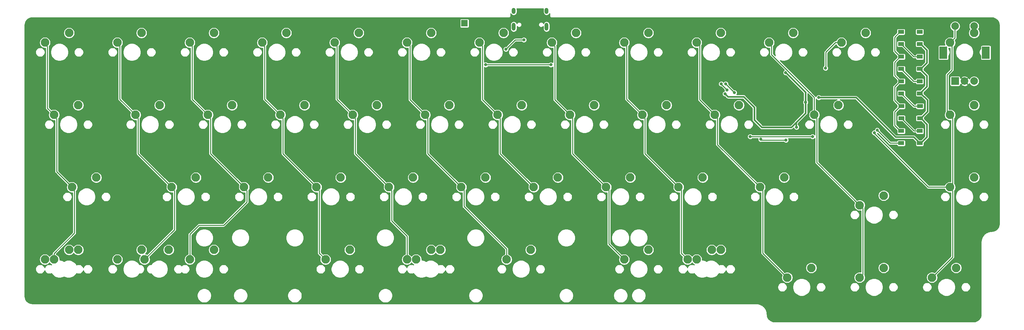
<source format=gtl>
G04 #@! TF.GenerationSoftware,KiCad,Pcbnew,5.1.7*
G04 #@! TF.CreationDate,2020-10-07T19:53:18-07:00*
G04 #@! TF.ProjectId,Program Yoink,50726f67-7261-46d2-9059-6f696e6b2e6b,rev?*
G04 #@! TF.SameCoordinates,Original*
G04 #@! TF.FileFunction,Copper,L1,Top*
G04 #@! TF.FilePolarity,Positive*
%FSLAX46Y46*%
G04 Gerber Fmt 4.6, Leading zero omitted, Abs format (unit mm)*
G04 Created by KiCad (PCBNEW 5.1.7) date 2020-10-07 19:53:18*
%MOMM*%
%LPD*%
G01*
G04 APERTURE LIST*
G04 #@! TA.AperFunction,ComponentPad*
%ADD10R,1.700000X1.700000*%
G04 #@! TD*
G04 #@! TA.AperFunction,ComponentPad*
%ADD11C,2.250000*%
G04 #@! TD*
G04 #@! TA.AperFunction,ComponentPad*
%ADD12O,1.000000X2.100000*%
G04 #@! TD*
G04 #@! TA.AperFunction,ComponentPad*
%ADD13O,1.000000X1.600000*%
G04 #@! TD*
G04 #@! TA.AperFunction,ComponentPad*
%ADD14R,2.000000X2.000000*%
G04 #@! TD*
G04 #@! TA.AperFunction,ComponentPad*
%ADD15C,2.000000*%
G04 #@! TD*
G04 #@! TA.AperFunction,ComponentPad*
%ADD16R,2.000000X3.200000*%
G04 #@! TD*
G04 #@! TA.AperFunction,SMDPad,CuDef*
%ADD17R,1.500000X1.000000*%
G04 #@! TD*
G04 #@! TA.AperFunction,ViaPad*
%ADD18C,0.800000*%
G04 #@! TD*
G04 #@! TA.AperFunction,Conductor*
%ADD19C,0.250000*%
G04 #@! TD*
G04 #@! TA.AperFunction,Conductor*
%ADD20C,0.381000*%
G04 #@! TD*
G04 #@! TA.AperFunction,Conductor*
%ADD21C,0.254000*%
G04 #@! TD*
G04 #@! TA.AperFunction,Conductor*
%ADD22C,0.100000*%
G04 #@! TD*
G04 APERTURE END LIST*
D10*
X-20447000Y258445000D03*
D11*
X77946250Y236855000D03*
X71596250Y234315000D03*
D12*
X-7495000Y257538750D03*
X1145000Y257538750D03*
D13*
X-7495000Y261718750D03*
X1145000Y261718750D03*
D14*
X108638400Y243198000D03*
D15*
X111138400Y243198000D03*
X113638400Y243198000D03*
D16*
X105538400Y250698000D03*
X116738400Y250698000D03*
D15*
X108638400Y257698000D03*
X113638400Y257698000D03*
D17*
X99314000Y252984000D03*
X99314000Y256184000D03*
X94414000Y252984000D03*
X94414000Y256184000D03*
X99351000Y246431000D03*
X99351000Y249631000D03*
X94451000Y246431000D03*
X94451000Y249631000D03*
X99351000Y239954000D03*
X99351000Y243154000D03*
X94451000Y239954000D03*
X94451000Y243154000D03*
X99388000Y233426000D03*
X99388000Y236626000D03*
X94488000Y233426000D03*
X94488000Y236626000D03*
X99351000Y226873000D03*
X99351000Y230073000D03*
X94451000Y226873000D03*
X94451000Y230073000D03*
D11*
X70802500Y193992500D03*
X64452500Y191452500D03*
X44608750Y198755000D03*
X38258750Y196215000D03*
X-26828750Y198755000D03*
X-33178750Y196215000D03*
X-98266250Y198755000D03*
X-104616250Y196215000D03*
X-122078750Y198755000D03*
X-128428750Y196215000D03*
X108902500Y193992500D03*
X102552500Y191452500D03*
X89852500Y193992500D03*
X83502500Y191452500D03*
X46990000Y198755000D03*
X40640000Y196215000D03*
X27940000Y198755000D03*
X21590000Y196215000D03*
X-3016250Y198755000D03*
X-9366250Y196215000D03*
X-29210000Y198755000D03*
X-35560000Y196215000D03*
X-50641250Y198755000D03*
X-56991250Y196215000D03*
X-86360000Y198755000D03*
X-92710000Y196215000D03*
X-105410000Y198755000D03*
X-111760000Y196215000D03*
X-124460000Y198755000D03*
X-130810000Y196215000D03*
X113665000Y217805000D03*
X107315000Y215265000D03*
X89852500Y213042500D03*
X83502500Y210502500D03*
X63658750Y217805000D03*
X57308750Y215265000D03*
X42227500Y217805000D03*
X35877500Y215265000D03*
X23177500Y217805000D03*
X16827500Y215265000D03*
X4127500Y217805000D03*
X-2222500Y215265000D03*
X-14922500Y217805000D03*
X-21272500Y215265000D03*
X-33972500Y217805000D03*
X-40322500Y215265000D03*
X-53022500Y217805000D03*
X-59372500Y215265000D03*
X-72072500Y217805000D03*
X-78422500Y215265000D03*
X-91122500Y217805000D03*
X-97472500Y215265000D03*
X-117316250Y217805000D03*
X-123666250Y215265000D03*
X113665000Y236855000D03*
X107315000Y234315000D03*
X51752500Y236855000D03*
X45402500Y234315000D03*
X32702500Y236855000D03*
X26352500Y234315000D03*
X13652500Y236855000D03*
X7302500Y234315000D03*
X-5397500Y236855000D03*
X-11747500Y234315000D03*
X-24447500Y236855000D03*
X-30797500Y234315000D03*
X-43497500Y236855000D03*
X-49847500Y234315000D03*
X-62547500Y236855000D03*
X-68897500Y234315000D03*
X-81597500Y236855000D03*
X-87947500Y234315000D03*
X-100647500Y236855000D03*
X-106997500Y234315000D03*
X-122078750Y236855000D03*
X-128428750Y234315000D03*
X113665000Y255905000D03*
X107315000Y253365000D03*
X85090000Y255905000D03*
X78740000Y253365000D03*
X66040000Y255905000D03*
X59690000Y253365000D03*
X46990000Y255905000D03*
X40640000Y253365000D03*
X27940000Y255905000D03*
X21590000Y253365000D03*
X8890000Y255905000D03*
X2540000Y253365000D03*
X-10160000Y255905000D03*
X-16510000Y253365000D03*
X-29210000Y255905000D03*
X-35560000Y253365000D03*
X-48260000Y255905000D03*
X-54610000Y253365000D03*
X-67310000Y255905000D03*
X-73660000Y253365000D03*
X-86360000Y255905000D03*
X-92710000Y253365000D03*
X-105410000Y255905000D03*
X-111760000Y253365000D03*
X-124460000Y255905000D03*
X-130810000Y253365000D03*
D18*
X88900000Y230886000D03*
X2286000Y247523000D03*
X-14859000Y247523000D03*
X71120000Y228600000D03*
X54737000Y228600000D03*
X74549000Y246634000D03*
X87376000Y229616000D03*
X88144223Y230256186D03*
X72263000Y242316000D03*
X-2150000Y253029797D03*
X48133000Y239839500D03*
X64066847Y245422847D03*
X66929000Y231076500D03*
X69299028Y237637528D03*
X72771000Y238887000D03*
X64135000Y227647500D03*
X57494000Y227875000D03*
X47117000Y242471500D03*
X48641000Y240890500D03*
X48260000Y242471500D03*
X50546000Y240165500D03*
X-4826000Y254063500D03*
X-9550407Y251612393D03*
D19*
X2286000Y247523000D02*
X-14859000Y247523000D01*
X55118000Y228600000D02*
X54737000Y228600000D01*
X71120000Y228600000D02*
X55118000Y228600000D01*
X-130810000Y253365000D02*
X-130810000Y252984000D01*
X-130810000Y252984000D02*
X-130175000Y252349000D01*
X-130175000Y236061250D02*
X-128428750Y234315000D01*
X-130175000Y252349000D02*
X-130175000Y236061250D01*
X-128428750Y234315000D02*
X-128428750Y233965750D01*
X-128428750Y233965750D02*
X-127762000Y233299000D01*
X-127762000Y219360750D02*
X-123666250Y215265000D01*
X-127762000Y233299000D02*
X-127762000Y219360750D01*
X-123666250Y215265000D02*
X-123666250Y215106250D01*
X-123666250Y215106250D02*
X-123063000Y214503000D01*
X-123063000Y203171740D02*
X-128428750Y197805990D01*
X-128428750Y197805990D02*
X-128428750Y196215000D01*
X-123063000Y214503000D02*
X-123063000Y203171740D01*
X-111760000Y253365000D02*
X-111760000Y253238000D01*
X-111760000Y253238000D02*
X-111125000Y252603000D01*
X-111125000Y238442500D02*
X-106997500Y234315000D01*
X-111125000Y252603000D02*
X-111125000Y238442500D01*
X-106997500Y234315000D02*
X-106997500Y234124500D01*
X-106997500Y234124500D02*
X-106299000Y233426000D01*
X-106299000Y224091500D02*
X-97472500Y215265000D01*
X-106299000Y233426000D02*
X-106299000Y224091500D01*
X-97472500Y215265000D02*
X-97472500Y215074500D01*
X-97472500Y215074500D02*
X-96774000Y214376000D01*
X-96774000Y204057250D02*
X-104616250Y196215000D01*
X-96774000Y214376000D02*
X-96774000Y204057250D01*
X-92710000Y253365000D02*
X-92710000Y253238000D01*
X-92710000Y253238000D02*
X-92075000Y252603000D01*
X-92075000Y238442500D02*
X-87947500Y234315000D01*
X-92075000Y252603000D02*
X-92075000Y238442500D01*
X-87947500Y234315000D02*
X-87947500Y233997500D01*
X-87947500Y233997500D02*
X-87249000Y233299000D01*
X-87249000Y224091500D02*
X-78422500Y215265000D01*
X-87249000Y233299000D02*
X-87249000Y224091500D01*
X-78422500Y215265000D02*
X-78422500Y214820500D01*
X-92710000Y197805990D02*
X-92710000Y196215000D01*
X-78422500Y215074500D02*
X-77724000Y214376000D01*
X-77724000Y211328000D02*
X-83820000Y205232000D01*
X-77724000Y214376000D02*
X-77724000Y211328000D01*
X-83820000Y205232000D02*
X-90297000Y205232000D01*
X-92710000Y202819000D02*
X-92710000Y197805990D01*
X-90297000Y205232000D02*
X-92710000Y202819000D01*
X-78422500Y215265000D02*
X-78422500Y215074500D01*
X-73660000Y253365000D02*
X-73660000Y252984000D01*
X-73660000Y252984000D02*
X-73025000Y252349000D01*
X-73025000Y238442500D02*
X-68897500Y234315000D01*
X-73025000Y252349000D02*
X-73025000Y238442500D01*
X-68897500Y234315000D02*
X-68897500Y234124500D01*
X-68897500Y234124500D02*
X-68199000Y233426000D01*
X-68199000Y224091500D02*
X-59372500Y215265000D01*
X-68199000Y233426000D02*
X-68199000Y224091500D01*
X-59372500Y215265000D02*
X-59372500Y215074500D01*
X-59372500Y215074500D02*
X-58674000Y214376000D01*
X-58674000Y197897750D02*
X-56991250Y196215000D01*
X-58674000Y214376000D02*
X-58674000Y197897750D01*
X-54610000Y253365000D02*
X-54610000Y253111000D01*
X-54610000Y253111000D02*
X-53975000Y252476000D01*
X-53975000Y238442500D02*
X-49847500Y234315000D01*
X-53975000Y252476000D02*
X-53975000Y238442500D01*
X-49847500Y234315000D02*
X-49847500Y233870500D01*
X-49847500Y234315000D02*
X-49847500Y234124500D01*
X-49847500Y234124500D02*
X-49149000Y233426000D01*
X-49149000Y224091500D02*
X-40322500Y215265000D01*
X-49149000Y233426000D02*
X-49149000Y224091500D01*
X-35560000Y202311000D02*
X-35560000Y196215000D01*
X-39624000Y206375000D02*
X-35560000Y202311000D01*
X-39624000Y214376000D02*
X-39624000Y206375000D01*
X-40322500Y215074500D02*
X-39624000Y214376000D01*
X-40322500Y215265000D02*
X-40322500Y215074500D01*
X-35560000Y253365000D02*
X-35560000Y253111000D01*
X-34798000Y238315500D02*
X-30797500Y234315000D01*
X-34798000Y252603000D02*
X-34798000Y238315500D01*
X-35560000Y253365000D02*
X-34798000Y252603000D01*
X-30797500Y234315000D02*
X-30734000Y234315000D01*
X-30734000Y234315000D02*
X-30099000Y233680000D01*
X-30099000Y224091500D02*
X-21272500Y215265000D01*
X-30099000Y233680000D02*
X-30099000Y224091500D01*
X-21272500Y215265000D02*
X-21272500Y215201500D01*
X-21272500Y215201500D02*
X-20574000Y214503000D01*
X-20574000Y214503000D02*
X-20574000Y210185000D01*
X-9366250Y198977250D02*
X-9366250Y196215000D01*
X-20574000Y210185000D02*
X-9366250Y198977250D01*
X-16510000Y253365000D02*
X-16510000Y253238000D01*
X-16510000Y253238000D02*
X-15748000Y252476000D01*
X-15748000Y238315500D02*
X-11747500Y234315000D01*
X-15748000Y252476000D02*
X-15748000Y238315500D01*
X-11747500Y234315000D02*
X-11747500Y234124500D01*
X-11747500Y234124500D02*
X-11049000Y233426000D01*
X-11049000Y224091500D02*
X-2222500Y215265000D01*
X-11049000Y233426000D02*
X-11049000Y224091500D01*
X2540000Y253365000D02*
X2540000Y253111000D01*
X2540000Y253111000D02*
X3302000Y252349000D01*
X3302000Y238315500D02*
X7302500Y234315000D01*
X3302000Y252349000D02*
X3302000Y238315500D01*
X7302500Y234315000D02*
X7302500Y234251500D01*
X7302500Y234251500D02*
X8001000Y233553000D01*
X8001000Y224091500D02*
X16827500Y215265000D01*
X8001000Y233553000D02*
X8001000Y224091500D01*
X16827500Y215265000D02*
X16827500Y215201500D01*
X16827500Y215201500D02*
X17526000Y214503000D01*
X17526000Y200279000D02*
X21590000Y196215000D01*
X17526000Y214503000D02*
X17526000Y200279000D01*
X21590000Y253365000D02*
X21590000Y253111000D01*
X21590000Y253111000D02*
X22225000Y252476000D01*
X22225000Y238442500D02*
X26352500Y234315000D01*
X22225000Y252476000D02*
X22225000Y238442500D01*
X26352500Y234315000D02*
X26352500Y234124500D01*
X26352500Y234124500D02*
X27051000Y233426000D01*
X27051000Y224091500D02*
X35877500Y215265000D01*
X27051000Y233426000D02*
X27051000Y224091500D01*
X35877500Y215265000D02*
X35877500Y215201500D01*
X35877500Y215201500D02*
X36576000Y214503000D01*
X36576000Y197897750D02*
X38258750Y196215000D01*
X36576000Y214503000D02*
X36576000Y197897750D01*
X40640000Y253365000D02*
X40640000Y253111000D01*
X40640000Y253365000D02*
X40767000Y253365000D01*
X40767000Y253365000D02*
X41402000Y252730000D01*
X41402000Y238315500D02*
X45402500Y234315000D01*
X41402000Y252730000D02*
X41402000Y238315500D01*
X45402500Y234315000D02*
X45402500Y234251500D01*
X45402500Y234251500D02*
X46101000Y233553000D01*
X46101000Y226472750D02*
X57308750Y215265000D01*
X46101000Y233553000D02*
X46101000Y226472750D01*
X57308750Y215265000D02*
X57404000Y215265000D01*
X57404000Y215265000D02*
X58039000Y214630000D01*
X58039000Y197866000D02*
X64452500Y191452500D01*
X58039000Y214630000D02*
X58039000Y197866000D01*
X84328000Y209677000D02*
X84328000Y192278000D01*
X84328000Y192278000D02*
X83502500Y191452500D01*
X83502500Y210502500D02*
X84328000Y209677000D01*
X60325000Y250190000D02*
X71596250Y238918750D01*
X71596250Y238918750D02*
X71596250Y235299250D01*
X60325000Y252476000D02*
X60325000Y250190000D01*
X59690000Y253111000D02*
X60325000Y252476000D01*
X59690000Y253365000D02*
X59690000Y253111000D01*
X72644000Y221361000D02*
X83502500Y210502500D01*
X72263000Y221742000D02*
X72644000Y221361000D01*
X72263000Y233426000D02*
X72263000Y221742000D01*
X71596250Y234092750D02*
X72263000Y233426000D01*
X71596250Y234315000D02*
X71596250Y234092750D01*
X74625200Y250841190D02*
X74625200Y246938800D01*
X77149010Y253365000D02*
X74625200Y250841190D01*
X78740000Y253365000D02*
X77149010Y253365000D01*
X74625200Y246710200D02*
X74549000Y246634000D01*
X74625200Y246938800D02*
X74625200Y246710200D01*
X107315000Y234315000D02*
X107315000Y233807000D01*
X107950000Y215900000D02*
X107315000Y215265000D01*
X107950000Y233553000D02*
X107950000Y215900000D01*
X107315000Y234188000D02*
X107950000Y233553000D01*
X107315000Y234315000D02*
X107315000Y234188000D01*
X107315000Y215265000D02*
X107315000Y215011000D01*
X107315000Y215011000D02*
X107950000Y214376000D01*
X107950000Y196850000D02*
X102552500Y191452500D01*
X107950000Y214376000D02*
X107950000Y196850000D01*
X108573500Y254623500D02*
X107315000Y253365000D01*
X108573500Y257825000D02*
X108573500Y254623500D01*
X107950000Y234950000D02*
X107315000Y234315000D01*
X107315000Y253238000D02*
X107950000Y252603000D01*
X107315000Y253365000D02*
X107315000Y253238000D01*
X106553000Y235077000D02*
X107315000Y234315000D01*
X106553000Y244856000D02*
X106553000Y235077000D01*
X107315000Y252984000D02*
X107823000Y252476000D01*
X107823000Y246126000D02*
X106553000Y244856000D01*
X107823000Y252476000D02*
X107823000Y246126000D01*
X107315000Y253365000D02*
X107315000Y252984000D01*
X101556998Y215265000D02*
X87376000Y229445998D01*
X107315000Y215265000D02*
X101556998Y215265000D01*
X87376000Y229445998D02*
X87376000Y229616000D01*
X94738000Y233426000D02*
X94488000Y233426000D01*
X97841000Y230073000D02*
X94488000Y233426000D01*
X99351000Y230073000D02*
X97841000Y230073000D01*
X94451000Y226873000D02*
X94201000Y226873000D01*
X88150814Y230256186D02*
X88144223Y230256186D01*
X91527409Y226873000D02*
X88144223Y230256186D01*
X94451000Y226873000D02*
X91527409Y226873000D01*
X94238000Y236626000D02*
X94488000Y236626000D01*
X94414000Y256184000D02*
X94209000Y256184000D01*
X94183000Y249631000D02*
X94451000Y249631000D01*
X92710000Y248158000D02*
X94183000Y249631000D01*
X92710000Y244729000D02*
X92710000Y248158000D01*
X94285000Y243154000D02*
X92710000Y244729000D01*
X94451000Y243154000D02*
X94285000Y243154000D01*
X94132000Y256184000D02*
X94414000Y256184000D01*
X92710000Y254762000D02*
X94132000Y256184000D01*
X92710000Y251122000D02*
X92710000Y254762000D01*
X94201000Y249631000D02*
X92710000Y251122000D01*
X94451000Y249631000D02*
X94201000Y249631000D01*
X94183000Y243154000D02*
X94451000Y243154000D01*
X92710000Y238154000D02*
X92710000Y241681000D01*
X92710000Y241681000D02*
X94183000Y243154000D01*
X94238000Y236626000D02*
X92710000Y238154000D01*
X92710000Y235098000D02*
X94238000Y236626000D01*
X92710000Y231564000D02*
X92710000Y235098000D01*
X94201000Y230073000D02*
X92710000Y231564000D01*
X94451000Y230073000D02*
X94201000Y230073000D01*
X94701000Y239954000D02*
X94451000Y239954000D01*
X97779000Y236626000D02*
X94451000Y239954000D01*
X99388000Y236626000D02*
X97779000Y236626000D01*
X94701000Y246431000D02*
X94451000Y246431000D01*
X97728000Y243154000D02*
X94451000Y246431000D01*
X99351000Y243154000D02*
X97728000Y243154000D01*
X94664000Y252984000D02*
X94414000Y252984000D01*
X97767000Y249631000D02*
X94414000Y252984000D01*
X99351000Y249631000D02*
X97767000Y249631000D01*
D20*
X99601000Y246431000D02*
X99351000Y246431000D01*
X99314000Y252984000D02*
X99441000Y252984000D01*
X99009000Y226873000D02*
X99351000Y226873000D01*
X64139653Y245422847D02*
X64066847Y245422847D01*
X69278500Y240284000D02*
X64139653Y245422847D01*
X69278500Y234759500D02*
X69278500Y240284000D01*
X48895000Y239077500D02*
X53022500Y239077500D01*
X55816500Y232981500D02*
X57785000Y231013000D01*
X55816500Y236283500D02*
X55816500Y232981500D01*
X57785000Y231013000D02*
X65532000Y231013000D01*
X53022500Y239077500D02*
X55816500Y236283500D01*
X48133000Y239839500D02*
X48895000Y239077500D01*
X66802000Y231203500D02*
X66929000Y231076500D01*
X66802000Y232283000D02*
X66802000Y231203500D01*
X65532000Y231013000D02*
X66802000Y232283000D01*
X66802000Y232283000D02*
X69278500Y234759500D01*
X101346000Y235204000D02*
X99568000Y233426000D01*
X99568000Y233426000D02*
X99388000Y233426000D01*
X101346000Y238209000D02*
X101346000Y235204000D01*
X99601000Y239954000D02*
X101346000Y238209000D01*
X99351000Y239954000D02*
X99601000Y239954000D01*
X99619000Y226873000D02*
X99351000Y226873000D01*
X101219000Y228473000D02*
X99619000Y226873000D01*
X101219000Y231845000D02*
X101219000Y228473000D01*
X99638000Y233426000D02*
X101219000Y231845000D01*
X99388000Y233426000D02*
X99638000Y233426000D01*
X101219000Y244563000D02*
X99351000Y246431000D01*
X101219000Y241808000D02*
X101219000Y244563000D01*
X99365000Y239954000D02*
X101219000Y241808000D01*
X99351000Y239954000D02*
X99365000Y239954000D01*
X99564000Y252984000D02*
X99314000Y252984000D01*
X101219000Y251329000D02*
X99564000Y252984000D01*
X101219000Y248031000D02*
X101219000Y251329000D01*
X99619000Y246431000D02*
X101219000Y248031000D01*
X99351000Y246431000D02*
X99619000Y246431000D01*
X99351000Y226873000D02*
X97751000Y228473000D01*
X97751000Y228473000D02*
X92964000Y228473000D01*
X92964000Y228473000D02*
X82550000Y238887000D01*
X82550000Y238887000D02*
X72771000Y238887000D01*
D19*
X57721500Y227647500D02*
X57494000Y227875000D01*
X64135000Y227647500D02*
X57721500Y227647500D01*
X47117000Y242414500D02*
X48641000Y240890500D01*
X47117000Y242471500D02*
X47117000Y242414500D01*
X48260000Y242471500D02*
X49784000Y240947500D01*
X49784000Y240927500D02*
X50546000Y240165500D01*
X49784000Y240947500D02*
X49784000Y240927500D01*
X-7099300Y254063500D02*
X-9150408Y252012392D01*
X-4826000Y254063500D02*
X-7099300Y254063500D01*
X-9150408Y252012392D02*
X-9550407Y251612393D01*
D21*
X276748Y262191455D02*
X264000Y262062022D01*
X264000Y261375477D01*
X276748Y261246044D01*
X327125Y261079975D01*
X408933Y260926925D01*
X519026Y260792775D01*
X653176Y260682682D01*
X806226Y260600875D01*
X972295Y260550498D01*
X1145000Y260533488D01*
X1317706Y260550498D01*
X1483775Y260600875D01*
X1636825Y260682682D01*
X1770975Y260792775D01*
X1881068Y260926925D01*
X1950250Y261056356D01*
X1950250Y260371169D01*
X1948165Y260350000D01*
X1956487Y260265509D01*
X1981132Y260184266D01*
X2021153Y260109391D01*
X2055557Y260067470D01*
X2075013Y260043763D01*
X2140641Y259989903D01*
X2215516Y259949882D01*
X2296759Y259925237D01*
X2381250Y259916915D01*
X2402418Y259919000D01*
X118247670Y259919000D01*
X118647153Y259879830D01*
X119011145Y259769934D01*
X119346856Y259591435D01*
X119641506Y259351123D01*
X119883866Y259058161D01*
X120064709Y258723699D01*
X120177142Y258360487D01*
X120219001Y257962225D01*
X120219000Y257153833D01*
X120219001Y257153823D01*
X120219000Y205602330D01*
X120179830Y205202846D01*
X120069934Y204838853D01*
X119891433Y204503141D01*
X119651123Y204208493D01*
X119358161Y203966134D01*
X119023699Y203785291D01*
X118660487Y203672858D01*
X118262033Y203630979D01*
X118250622Y203630939D01*
X118231892Y203629037D01*
X118213064Y203629168D01*
X118207075Y203628581D01*
X117744882Y203580003D01*
X117706635Y203572152D01*
X117668244Y203564828D01*
X117662483Y203563089D01*
X117218529Y203425662D01*
X117182524Y203410527D01*
X117146299Y203395891D01*
X117140985Y203393066D01*
X116732178Y203172025D01*
X116699776Y203150169D01*
X116667106Y203128791D01*
X116662449Y203124993D01*
X116662442Y203124988D01*
X116662436Y203124982D01*
X116304355Y202828751D01*
X116276816Y202801020D01*
X116248920Y202773702D01*
X116245089Y202769071D01*
X116245083Y202769065D01*
X116245079Y202769058D01*
X115951355Y202408919D01*
X115929745Y202376394D01*
X115907667Y202344149D01*
X115904805Y202338855D01*
X115686624Y201928516D01*
X115671737Y201892398D01*
X115656350Y201856495D01*
X115654570Y201850746D01*
X115520246Y201405844D01*
X115512658Y201367519D01*
X115504537Y201329315D01*
X115503908Y201323330D01*
X115458557Y200860809D01*
X115458557Y200860792D01*
X115456501Y200839918D01*
X115456500Y181789830D01*
X115417330Y181390346D01*
X115307434Y181026353D01*
X115128933Y180690641D01*
X114888623Y180395993D01*
X114595661Y180153634D01*
X114261199Y179972791D01*
X113897987Y179860358D01*
X113499735Y179818500D01*
X61139830Y179818500D01*
X60740346Y179857670D01*
X60376353Y179967566D01*
X60040641Y180146067D01*
X59745993Y180386377D01*
X59503634Y180679339D01*
X59322791Y181013801D01*
X59210358Y181377013D01*
X59168479Y181775467D01*
X59168439Y181786878D01*
X59166537Y181805608D01*
X59166668Y181824436D01*
X59166081Y181830425D01*
X59117503Y182292618D01*
X59109652Y182330865D01*
X59102328Y182369256D01*
X59100589Y182375017D01*
X58963162Y182818971D01*
X58948027Y182854976D01*
X58933391Y182891201D01*
X58930566Y182896515D01*
X58709525Y183305322D01*
X58687669Y183337724D01*
X58666291Y183370394D01*
X58662493Y183375051D01*
X58662488Y183375058D01*
X58662482Y183375064D01*
X58366251Y183733145D01*
X58338520Y183760684D01*
X58311202Y183788580D01*
X58306571Y183792411D01*
X58306565Y183792417D01*
X58306558Y183792421D01*
X57946419Y184086145D01*
X57913894Y184107755D01*
X57881649Y184129833D01*
X57876355Y184132695D01*
X57466016Y184350876D01*
X57429898Y184365763D01*
X57393995Y184381150D01*
X57388246Y184382930D01*
X56943344Y184517254D01*
X56905019Y184524842D01*
X56866815Y184532963D01*
X56860830Y184533592D01*
X56398309Y184578943D01*
X56398302Y184578943D01*
X56377418Y184581000D01*
X-134122670Y184581000D01*
X-134522154Y184620170D01*
X-134886147Y184730066D01*
X-135221859Y184908567D01*
X-135516507Y185148877D01*
X-135758866Y185441839D01*
X-135939709Y185776301D01*
X-136052142Y186139513D01*
X-136094000Y186537765D01*
X-136094000Y186877626D01*
X-90805000Y186877626D01*
X-90805000Y186502374D01*
X-90731791Y186134332D01*
X-90588189Y185787644D01*
X-90379710Y185475634D01*
X-90114366Y185210290D01*
X-89802356Y185001811D01*
X-89455668Y184858209D01*
X-89087626Y184785000D01*
X-88712374Y184785000D01*
X-88344332Y184858209D01*
X-87997644Y185001811D01*
X-87685634Y185210290D01*
X-87420290Y185475634D01*
X-87211811Y185787644D01*
X-87068209Y186134332D01*
X-86995000Y186502374D01*
X-86995000Y186877626D01*
X-81273650Y186877626D01*
X-81273650Y186502374D01*
X-81200441Y186134332D01*
X-81056839Y185787644D01*
X-80848360Y185475634D01*
X-80583016Y185210290D01*
X-80271006Y185001811D01*
X-79924318Y184858209D01*
X-79556276Y184785000D01*
X-79181024Y184785000D01*
X-78812982Y184858209D01*
X-78466294Y185001811D01*
X-78154284Y185210290D01*
X-77888940Y185475634D01*
X-77680461Y185787644D01*
X-77536859Y186134332D01*
X-77463650Y186502374D01*
X-77463650Y186877626D01*
X-66992500Y186877626D01*
X-66992500Y186502374D01*
X-66919291Y186134332D01*
X-66775689Y185787644D01*
X-66567210Y185475634D01*
X-66301866Y185210290D01*
X-65989856Y185001811D01*
X-65643168Y184858209D01*
X-65275126Y184785000D01*
X-64899874Y184785000D01*
X-64531832Y184858209D01*
X-64185144Y185001811D01*
X-63873134Y185210290D01*
X-63607790Y185475634D01*
X-63399311Y185787644D01*
X-63255709Y186134332D01*
X-63182500Y186502374D01*
X-63182500Y186877626D01*
X-43180000Y186877626D01*
X-43180000Y186502374D01*
X-43106791Y186134332D01*
X-42963189Y185787644D01*
X-42754710Y185475634D01*
X-42489366Y185210290D01*
X-42177356Y185001811D01*
X-41830668Y184858209D01*
X-41462626Y184785000D01*
X-41087374Y184785000D01*
X-40719332Y184858209D01*
X-40372644Y185001811D01*
X-40060634Y185210290D01*
X-39795290Y185475634D01*
X-39586811Y185787644D01*
X-39443209Y186134332D01*
X-39370000Y186502374D01*
X-39370000Y186877626D01*
X-19367500Y186877626D01*
X-19367500Y186502374D01*
X-19294291Y186134332D01*
X-19150689Y185787644D01*
X-18942210Y185475634D01*
X-18676866Y185210290D01*
X-18364856Y185001811D01*
X-18018168Y184858209D01*
X-17650126Y184785000D01*
X-17274874Y184785000D01*
X-16906832Y184858209D01*
X-16560144Y185001811D01*
X-16248134Y185210290D01*
X-15982790Y185475634D01*
X-15774311Y185787644D01*
X-15630709Y186134332D01*
X-15557500Y186502374D01*
X-15557500Y186877626D01*
X4445000Y186877626D01*
X4445000Y186502374D01*
X4518209Y186134332D01*
X4661811Y185787644D01*
X4870290Y185475634D01*
X5135634Y185210290D01*
X5447644Y185001811D01*
X5794332Y184858209D01*
X6162374Y184785000D01*
X6537626Y184785000D01*
X6905668Y184858209D01*
X7252356Y185001811D01*
X7564366Y185210290D01*
X7829710Y185475634D01*
X8038189Y185787644D01*
X8181791Y186134332D01*
X8255000Y186502374D01*
X8255000Y186877626D01*
X18726150Y186877626D01*
X18726150Y186502374D01*
X18799359Y186134332D01*
X18942961Y185787644D01*
X19151440Y185475634D01*
X19416784Y185210290D01*
X19728794Y185001811D01*
X20075482Y184858209D01*
X20443524Y184785000D01*
X20818776Y184785000D01*
X21186818Y184858209D01*
X21533506Y185001811D01*
X21845516Y185210290D01*
X22110860Y185475634D01*
X22319339Y185787644D01*
X22462941Y186134332D01*
X22536150Y186502374D01*
X22536150Y186877626D01*
X23495000Y186877626D01*
X23495000Y186502374D01*
X23568209Y186134332D01*
X23711811Y185787644D01*
X23920290Y185475634D01*
X24185634Y185210290D01*
X24497644Y185001811D01*
X24844332Y184858209D01*
X25212374Y184785000D01*
X25587626Y184785000D01*
X25955668Y184858209D01*
X26302356Y185001811D01*
X26614366Y185210290D01*
X26879710Y185475634D01*
X27088189Y185787644D01*
X27231791Y186134332D01*
X27305000Y186502374D01*
X27305000Y186877626D01*
X27231791Y187245668D01*
X27088189Y187592356D01*
X26879710Y187904366D01*
X26614366Y188169710D01*
X26302356Y188378189D01*
X25955668Y188521791D01*
X25587626Y188595000D01*
X25212374Y188595000D01*
X24844332Y188521791D01*
X24497644Y188378189D01*
X24185634Y188169710D01*
X23920290Y187904366D01*
X23711811Y187592356D01*
X23568209Y187245668D01*
X23495000Y186877626D01*
X22536150Y186877626D01*
X22462941Y187245668D01*
X22319339Y187592356D01*
X22110860Y187904366D01*
X21845516Y188169710D01*
X21533506Y188378189D01*
X21186818Y188521791D01*
X20818776Y188595000D01*
X20443524Y188595000D01*
X20075482Y188521791D01*
X19728794Y188378189D01*
X19416784Y188169710D01*
X19151440Y187904366D01*
X18942961Y187592356D01*
X18799359Y187245668D01*
X18726150Y186877626D01*
X8255000Y186877626D01*
X8181791Y187245668D01*
X8038189Y187592356D01*
X7829710Y187904366D01*
X7564366Y188169710D01*
X7252356Y188378189D01*
X6905668Y188521791D01*
X6537626Y188595000D01*
X6162374Y188595000D01*
X5794332Y188521791D01*
X5447644Y188378189D01*
X5135634Y188169710D01*
X4870290Y187904366D01*
X4661811Y187592356D01*
X4518209Y187245668D01*
X4445000Y186877626D01*
X-15557500Y186877626D01*
X-15630709Y187245668D01*
X-15774311Y187592356D01*
X-15982790Y187904366D01*
X-16248134Y188169710D01*
X-16560144Y188378189D01*
X-16906832Y188521791D01*
X-17274874Y188595000D01*
X-17650126Y188595000D01*
X-18018168Y188521791D01*
X-18364856Y188378189D01*
X-18676866Y188169710D01*
X-18942210Y187904366D01*
X-19150689Y187592356D01*
X-19294291Y187245668D01*
X-19367500Y186877626D01*
X-39370000Y186877626D01*
X-39443209Y187245668D01*
X-39586811Y187592356D01*
X-39795290Y187904366D01*
X-40060634Y188169710D01*
X-40372644Y188378189D01*
X-40719332Y188521791D01*
X-41087374Y188595000D01*
X-41462626Y188595000D01*
X-41830668Y188521791D01*
X-42177356Y188378189D01*
X-42489366Y188169710D01*
X-42754710Y187904366D01*
X-42963189Y187592356D01*
X-43106791Y187245668D01*
X-43180000Y186877626D01*
X-63182500Y186877626D01*
X-63255709Y187245668D01*
X-63399311Y187592356D01*
X-63607790Y187904366D01*
X-63873134Y188169710D01*
X-64185144Y188378189D01*
X-64531832Y188521791D01*
X-64899874Y188595000D01*
X-65275126Y188595000D01*
X-65643168Y188521791D01*
X-65989856Y188378189D01*
X-66301866Y188169710D01*
X-66567210Y187904366D01*
X-66775689Y187592356D01*
X-66919291Y187245668D01*
X-66992500Y186877626D01*
X-77463650Y186877626D01*
X-77536859Y187245668D01*
X-77680461Y187592356D01*
X-77888940Y187904366D01*
X-78154284Y188169710D01*
X-78466294Y188378189D01*
X-78812982Y188521791D01*
X-79181024Y188595000D01*
X-79556276Y188595000D01*
X-79924318Y188521791D01*
X-80271006Y188378189D01*
X-80583016Y188169710D01*
X-80848360Y187904366D01*
X-81056839Y187592356D01*
X-81200441Y187245668D01*
X-81273650Y186877626D01*
X-86995000Y186877626D01*
X-87068209Y187245668D01*
X-87211811Y187592356D01*
X-87420290Y187904366D01*
X-87685634Y188169710D01*
X-87997644Y188378189D01*
X-88344332Y188521791D01*
X-88712374Y188595000D01*
X-89087626Y188595000D01*
X-89455668Y188521791D01*
X-89802356Y188378189D01*
X-90114366Y188169710D01*
X-90379710Y187904366D01*
X-90588189Y187592356D01*
X-90731791Y187245668D01*
X-90805000Y186877626D01*
X-136094000Y186877626D01*
X-136094000Y189036205D01*
X61926500Y189036205D01*
X61926500Y188788795D01*
X61974768Y188546138D01*
X62069447Y188317561D01*
X62206901Y188111847D01*
X62381847Y187936901D01*
X62587561Y187799447D01*
X62816138Y187704768D01*
X63058795Y187656500D01*
X63306205Y187656500D01*
X63548862Y187704768D01*
X63777439Y187799447D01*
X63983153Y187936901D01*
X64158099Y188111847D01*
X64295553Y188317561D01*
X64390232Y188546138D01*
X64438500Y188788795D01*
X64438500Y189036205D01*
X64416580Y189146407D01*
X65887600Y189146407D01*
X65887600Y188678593D01*
X65978866Y188219767D01*
X66157891Y187787563D01*
X66417795Y187398590D01*
X66748590Y187067795D01*
X67137563Y186807891D01*
X67569767Y186628866D01*
X68028593Y186537600D01*
X68496407Y186537600D01*
X68955233Y186628866D01*
X69387437Y186807891D01*
X69776410Y187067795D01*
X70107205Y187398590D01*
X70367109Y187787563D01*
X70546134Y188219767D01*
X70637400Y188678593D01*
X70637400Y189036205D01*
X72086500Y189036205D01*
X72086500Y188788795D01*
X72134768Y188546138D01*
X72229447Y188317561D01*
X72366901Y188111847D01*
X72541847Y187936901D01*
X72747561Y187799447D01*
X72976138Y187704768D01*
X73218795Y187656500D01*
X73466205Y187656500D01*
X73708862Y187704768D01*
X73937439Y187799447D01*
X74143153Y187936901D01*
X74318099Y188111847D01*
X74455553Y188317561D01*
X74550232Y188546138D01*
X74598500Y188788795D01*
X74598500Y189036205D01*
X80976500Y189036205D01*
X80976500Y188788795D01*
X81024768Y188546138D01*
X81119447Y188317561D01*
X81256901Y188111847D01*
X81431847Y187936901D01*
X81637561Y187799447D01*
X81866138Y187704768D01*
X82108795Y187656500D01*
X82356205Y187656500D01*
X82598862Y187704768D01*
X82827439Y187799447D01*
X83033153Y187936901D01*
X83208099Y188111847D01*
X83345553Y188317561D01*
X83440232Y188546138D01*
X83488500Y188788795D01*
X83488500Y189036205D01*
X83466580Y189146407D01*
X84937600Y189146407D01*
X84937600Y188678593D01*
X85028866Y188219767D01*
X85207891Y187787563D01*
X85467795Y187398590D01*
X85798590Y187067795D01*
X86187563Y186807891D01*
X86619767Y186628866D01*
X87078593Y186537600D01*
X87546407Y186537600D01*
X88005233Y186628866D01*
X88437437Y186807891D01*
X88826410Y187067795D01*
X89157205Y187398590D01*
X89417109Y187787563D01*
X89596134Y188219767D01*
X89687400Y188678593D01*
X89687400Y189036205D01*
X91136500Y189036205D01*
X91136500Y188788795D01*
X91184768Y188546138D01*
X91279447Y188317561D01*
X91416901Y188111847D01*
X91591847Y187936901D01*
X91797561Y187799447D01*
X92026138Y187704768D01*
X92268795Y187656500D01*
X92516205Y187656500D01*
X92758862Y187704768D01*
X92987439Y187799447D01*
X93193153Y187936901D01*
X93368099Y188111847D01*
X93505553Y188317561D01*
X93600232Y188546138D01*
X93648500Y188788795D01*
X93648500Y189036205D01*
X100026500Y189036205D01*
X100026500Y188788795D01*
X100074768Y188546138D01*
X100169447Y188317561D01*
X100306901Y188111847D01*
X100481847Y187936901D01*
X100687561Y187799447D01*
X100916138Y187704768D01*
X101158795Y187656500D01*
X101406205Y187656500D01*
X101648862Y187704768D01*
X101877439Y187799447D01*
X102083153Y187936901D01*
X102258099Y188111847D01*
X102395553Y188317561D01*
X102490232Y188546138D01*
X102538500Y188788795D01*
X102538500Y189036205D01*
X102516580Y189146407D01*
X103987600Y189146407D01*
X103987600Y188678593D01*
X104078866Y188219767D01*
X104257891Y187787563D01*
X104517795Y187398590D01*
X104848590Y187067795D01*
X105237563Y186807891D01*
X105669767Y186628866D01*
X106128593Y186537600D01*
X106596407Y186537600D01*
X107055233Y186628866D01*
X107487437Y186807891D01*
X107876410Y187067795D01*
X108207205Y187398590D01*
X108467109Y187787563D01*
X108646134Y188219767D01*
X108737400Y188678593D01*
X108737400Y189036205D01*
X110186500Y189036205D01*
X110186500Y188788795D01*
X110234768Y188546138D01*
X110329447Y188317561D01*
X110466901Y188111847D01*
X110641847Y187936901D01*
X110847561Y187799447D01*
X111076138Y187704768D01*
X111318795Y187656500D01*
X111566205Y187656500D01*
X111808862Y187704768D01*
X112037439Y187799447D01*
X112243153Y187936901D01*
X112418099Y188111847D01*
X112555553Y188317561D01*
X112650232Y188546138D01*
X112698500Y188788795D01*
X112698500Y189036205D01*
X112650232Y189278862D01*
X112555553Y189507439D01*
X112418099Y189713153D01*
X112243153Y189888099D01*
X112037439Y190025553D01*
X111808862Y190120232D01*
X111566205Y190168500D01*
X111318795Y190168500D01*
X111076138Y190120232D01*
X110847561Y190025553D01*
X110641847Y189888099D01*
X110466901Y189713153D01*
X110329447Y189507439D01*
X110234768Y189278862D01*
X110186500Y189036205D01*
X108737400Y189036205D01*
X108737400Y189146407D01*
X108646134Y189605233D01*
X108467109Y190037437D01*
X108207205Y190426410D01*
X107876410Y190757205D01*
X107487437Y191017109D01*
X107055233Y191196134D01*
X106596407Y191287400D01*
X106128593Y191287400D01*
X105669767Y191196134D01*
X105237563Y191017109D01*
X104848590Y190757205D01*
X104517795Y190426410D01*
X104257891Y190037437D01*
X104078866Y189605233D01*
X103987600Y189146407D01*
X102516580Y189146407D01*
X102490232Y189278862D01*
X102395553Y189507439D01*
X102258099Y189713153D01*
X102083153Y189888099D01*
X101877439Y190025553D01*
X101648862Y190120232D01*
X101406205Y190168500D01*
X101158795Y190168500D01*
X100916138Y190120232D01*
X100687561Y190025553D01*
X100481847Y189888099D01*
X100306901Y189713153D01*
X100169447Y189507439D01*
X100074768Y189278862D01*
X100026500Y189036205D01*
X93648500Y189036205D01*
X93600232Y189278862D01*
X93505553Y189507439D01*
X93368099Y189713153D01*
X93193153Y189888099D01*
X92987439Y190025553D01*
X92758862Y190120232D01*
X92516205Y190168500D01*
X92268795Y190168500D01*
X92026138Y190120232D01*
X91797561Y190025553D01*
X91591847Y189888099D01*
X91416901Y189713153D01*
X91279447Y189507439D01*
X91184768Y189278862D01*
X91136500Y189036205D01*
X89687400Y189036205D01*
X89687400Y189146407D01*
X89596134Y189605233D01*
X89417109Y190037437D01*
X89157205Y190426410D01*
X88826410Y190757205D01*
X88437437Y191017109D01*
X88005233Y191196134D01*
X87546407Y191287400D01*
X87078593Y191287400D01*
X86619767Y191196134D01*
X86187563Y191017109D01*
X85798590Y190757205D01*
X85467795Y190426410D01*
X85207891Y190037437D01*
X85028866Y189605233D01*
X84937600Y189146407D01*
X83466580Y189146407D01*
X83440232Y189278862D01*
X83345553Y189507439D01*
X83208099Y189713153D01*
X83033153Y189888099D01*
X82827439Y190025553D01*
X82598862Y190120232D01*
X82356205Y190168500D01*
X82108795Y190168500D01*
X81866138Y190120232D01*
X81637561Y190025553D01*
X81431847Y189888099D01*
X81256901Y189713153D01*
X81119447Y189507439D01*
X81024768Y189278862D01*
X80976500Y189036205D01*
X74598500Y189036205D01*
X74550232Y189278862D01*
X74455553Y189507439D01*
X74318099Y189713153D01*
X74143153Y189888099D01*
X73937439Y190025553D01*
X73708862Y190120232D01*
X73466205Y190168500D01*
X73218795Y190168500D01*
X72976138Y190120232D01*
X72747561Y190025553D01*
X72541847Y189888099D01*
X72366901Y189713153D01*
X72229447Y189507439D01*
X72134768Y189278862D01*
X72086500Y189036205D01*
X70637400Y189036205D01*
X70637400Y189146407D01*
X70546134Y189605233D01*
X70367109Y190037437D01*
X70107205Y190426410D01*
X69776410Y190757205D01*
X69387437Y191017109D01*
X68955233Y191196134D01*
X68496407Y191287400D01*
X68028593Y191287400D01*
X67569767Y191196134D01*
X67137563Y191017109D01*
X66748590Y190757205D01*
X66417795Y190426410D01*
X66157891Y190037437D01*
X65978866Y189605233D01*
X65887600Y189146407D01*
X64416580Y189146407D01*
X64390232Y189278862D01*
X64295553Y189507439D01*
X64158099Y189713153D01*
X63983153Y189888099D01*
X63777439Y190025553D01*
X63548862Y190120232D01*
X63306205Y190168500D01*
X63058795Y190168500D01*
X62816138Y190120232D01*
X62587561Y190025553D01*
X62381847Y189888099D01*
X62206901Y189713153D01*
X62069447Y189507439D01*
X61974768Y189278862D01*
X61926500Y189036205D01*
X-136094000Y189036205D01*
X-136094000Y193798705D01*
X-133336000Y193798705D01*
X-133336000Y193551295D01*
X-133287732Y193308638D01*
X-133193053Y193080061D01*
X-133055599Y192874347D01*
X-132880653Y192699401D01*
X-132674939Y192561947D01*
X-132446362Y192467268D01*
X-132203705Y192419000D01*
X-131956295Y192419000D01*
X-131713638Y192467268D01*
X-131485061Y192561947D01*
X-131279347Y192699401D01*
X-131104401Y192874347D01*
X-130966947Y193080061D01*
X-130889375Y193267338D01*
X-130811803Y193080061D01*
X-130674349Y192874347D01*
X-130499403Y192699401D01*
X-130293689Y192561947D01*
X-130065112Y192467268D01*
X-129822455Y192419000D01*
X-129575045Y192419000D01*
X-129332388Y192467268D01*
X-129108694Y192559925D01*
X-129104609Y192550063D01*
X-128844705Y192161090D01*
X-128513910Y191830295D01*
X-128124937Y191570391D01*
X-127692733Y191391366D01*
X-127233907Y191300100D01*
X-126766093Y191300100D01*
X-126307267Y191391366D01*
X-125875063Y191570391D01*
X-125809375Y191614282D01*
X-125743687Y191570391D01*
X-125311483Y191391366D01*
X-124852657Y191300100D01*
X-124384843Y191300100D01*
X-123926017Y191391366D01*
X-123493813Y191570391D01*
X-123104840Y191830295D01*
X-122774045Y192161090D01*
X-122514141Y192550063D01*
X-122510056Y192559925D01*
X-122286362Y192467268D01*
X-122043705Y192419000D01*
X-121796295Y192419000D01*
X-121553638Y192467268D01*
X-121325061Y192561947D01*
X-121119347Y192699401D01*
X-120944401Y192874347D01*
X-120806947Y193080061D01*
X-120729375Y193267338D01*
X-120651803Y193080061D01*
X-120514349Y192874347D01*
X-120339403Y192699401D01*
X-120133689Y192561947D01*
X-119905112Y192467268D01*
X-119662455Y192419000D01*
X-119415045Y192419000D01*
X-119172388Y192467268D01*
X-118943811Y192561947D01*
X-118738097Y192699401D01*
X-118563151Y192874347D01*
X-118425697Y193080061D01*
X-118331018Y193308638D01*
X-118282750Y193551295D01*
X-118282750Y193798705D01*
X-114286000Y193798705D01*
X-114286000Y193551295D01*
X-114237732Y193308638D01*
X-114143053Y193080061D01*
X-114005599Y192874347D01*
X-113830653Y192699401D01*
X-113624939Y192561947D01*
X-113396362Y192467268D01*
X-113153705Y192419000D01*
X-112906295Y192419000D01*
X-112663638Y192467268D01*
X-112435061Y192561947D01*
X-112229347Y192699401D01*
X-112054401Y192874347D01*
X-111916947Y193080061D01*
X-111822268Y193308638D01*
X-111774000Y193551295D01*
X-111774000Y193798705D01*
X-111795920Y193908907D01*
X-110324900Y193908907D01*
X-110324900Y193441093D01*
X-110233634Y192982267D01*
X-110054609Y192550063D01*
X-109794705Y192161090D01*
X-109463910Y191830295D01*
X-109074937Y191570391D01*
X-108642733Y191391366D01*
X-108183907Y191300100D01*
X-107716093Y191300100D01*
X-107257267Y191391366D01*
X-106825063Y191570391D01*
X-106436090Y191830295D01*
X-106105295Y192161090D01*
X-105932965Y192419000D01*
X-105762545Y192419000D01*
X-105519888Y192467268D01*
X-105291311Y192561947D01*
X-105085597Y192699401D01*
X-104910651Y192874347D01*
X-104773197Y193080061D01*
X-104678518Y193308638D01*
X-104630250Y193551295D01*
X-104630250Y193798705D01*
X-104126000Y193798705D01*
X-104126000Y193551295D01*
X-104077732Y193308638D01*
X-103983053Y193080061D01*
X-103845599Y192874347D01*
X-103670653Y192699401D01*
X-103464939Y192561947D01*
X-103236362Y192467268D01*
X-102993705Y192419000D01*
X-102823285Y192419000D01*
X-102650955Y192161090D01*
X-102320160Y191830295D01*
X-101931187Y191570391D01*
X-101498983Y191391366D01*
X-101040157Y191300100D01*
X-100572343Y191300100D01*
X-100113517Y191391366D01*
X-99681313Y191570391D01*
X-99292340Y191830295D01*
X-98961545Y192161090D01*
X-98701641Y192550063D01*
X-98522616Y192982267D01*
X-98431350Y193441093D01*
X-98431350Y193798705D01*
X-96982250Y193798705D01*
X-96982250Y193551295D01*
X-96933982Y193308638D01*
X-96839303Y193080061D01*
X-96701849Y192874347D01*
X-96526903Y192699401D01*
X-96321189Y192561947D01*
X-96092612Y192467268D01*
X-95849955Y192419000D01*
X-95602545Y192419000D01*
X-95359888Y192467268D01*
X-95131311Y192561947D01*
X-94925597Y192699401D01*
X-94853125Y192771873D01*
X-94780653Y192699401D01*
X-94574939Y192561947D01*
X-94346362Y192467268D01*
X-94103705Y192419000D01*
X-93856295Y192419000D01*
X-93613638Y192467268D01*
X-93385061Y192561947D01*
X-93179347Y192699401D01*
X-93004401Y192874347D01*
X-92866947Y193080061D01*
X-92772268Y193308638D01*
X-92724000Y193551295D01*
X-92724000Y193798705D01*
X-92745920Y193908907D01*
X-91274900Y193908907D01*
X-91274900Y193441093D01*
X-91183634Y192982267D01*
X-91004609Y192550063D01*
X-90744705Y192161090D01*
X-90413910Y191830295D01*
X-90024937Y191570391D01*
X-89592733Y191391366D01*
X-89133907Y191300100D01*
X-88666093Y191300100D01*
X-88207267Y191391366D01*
X-87775063Y191570391D01*
X-87386090Y191830295D01*
X-87055295Y192161090D01*
X-86795391Y192550063D01*
X-86616366Y192982267D01*
X-86525100Y193441093D01*
X-86525100Y193798705D01*
X-85076000Y193798705D01*
X-85076000Y193551295D01*
X-85027732Y193308638D01*
X-84933053Y193080061D01*
X-84795599Y192874347D01*
X-84620653Y192699401D01*
X-84414939Y192561947D01*
X-84186362Y192467268D01*
X-83943705Y192419000D01*
X-83696295Y192419000D01*
X-83453638Y192467268D01*
X-83225061Y192561947D01*
X-83019347Y192699401D01*
X-82844401Y192874347D01*
X-82706947Y193080061D01*
X-82612268Y193308638D01*
X-82564000Y193551295D01*
X-82564000Y193798705D01*
X-59517250Y193798705D01*
X-59517250Y193551295D01*
X-59468982Y193308638D01*
X-59374303Y193080061D01*
X-59236849Y192874347D01*
X-59061903Y192699401D01*
X-58856189Y192561947D01*
X-58627612Y192467268D01*
X-58384955Y192419000D01*
X-58137545Y192419000D01*
X-57894888Y192467268D01*
X-57666311Y192561947D01*
X-57460597Y192699401D01*
X-57285651Y192874347D01*
X-57148197Y193080061D01*
X-57053518Y193308638D01*
X-57005250Y193551295D01*
X-57005250Y193798705D01*
X-57027170Y193908907D01*
X-55556150Y193908907D01*
X-55556150Y193441093D01*
X-55464884Y192982267D01*
X-55285859Y192550063D01*
X-55025955Y192161090D01*
X-54695160Y191830295D01*
X-54306187Y191570391D01*
X-53873983Y191391366D01*
X-53415157Y191300100D01*
X-52947343Y191300100D01*
X-52488517Y191391366D01*
X-52056313Y191570391D01*
X-51667340Y191830295D01*
X-51336545Y192161090D01*
X-51076641Y192550063D01*
X-50897616Y192982267D01*
X-50806350Y193441093D01*
X-50806350Y193798705D01*
X-49357250Y193798705D01*
X-49357250Y193551295D01*
X-49308982Y193308638D01*
X-49214303Y193080061D01*
X-49076849Y192874347D01*
X-48901903Y192699401D01*
X-48696189Y192561947D01*
X-48467612Y192467268D01*
X-48224955Y192419000D01*
X-47977545Y192419000D01*
X-47734888Y192467268D01*
X-47506311Y192561947D01*
X-47300597Y192699401D01*
X-47125651Y192874347D01*
X-46988197Y193080061D01*
X-46893518Y193308638D01*
X-46845250Y193551295D01*
X-46845250Y193798705D01*
X-46893518Y194041362D01*
X-46988197Y194269939D01*
X-47125651Y194475653D01*
X-47300597Y194650599D01*
X-47506311Y194788053D01*
X-47734888Y194882732D01*
X-47977545Y194931000D01*
X-48224955Y194931000D01*
X-48467612Y194882732D01*
X-48696189Y194788053D01*
X-48901903Y194650599D01*
X-49076849Y194475653D01*
X-49214303Y194269939D01*
X-49308982Y194041362D01*
X-49357250Y193798705D01*
X-50806350Y193798705D01*
X-50806350Y193908907D01*
X-50897616Y194367733D01*
X-51076641Y194799937D01*
X-51336545Y195188910D01*
X-51667340Y195519705D01*
X-52056313Y195779609D01*
X-52488517Y195958634D01*
X-52947343Y196049900D01*
X-53415157Y196049900D01*
X-53873983Y195958634D01*
X-54306187Y195779609D01*
X-54695160Y195519705D01*
X-55025955Y195188910D01*
X-55285859Y194799937D01*
X-55464884Y194367733D01*
X-55556150Y193908907D01*
X-57027170Y193908907D01*
X-57053518Y194041362D01*
X-57148197Y194269939D01*
X-57285651Y194475653D01*
X-57460597Y194650599D01*
X-57666311Y194788053D01*
X-57894888Y194882732D01*
X-58137545Y194931000D01*
X-58384955Y194931000D01*
X-58627612Y194882732D01*
X-58856189Y194788053D01*
X-59061903Y194650599D01*
X-59236849Y194475653D01*
X-59374303Y194269939D01*
X-59468982Y194041362D01*
X-59517250Y193798705D01*
X-82564000Y193798705D01*
X-82612268Y194041362D01*
X-82706947Y194269939D01*
X-82844401Y194475653D01*
X-83019347Y194650599D01*
X-83225061Y194788053D01*
X-83453638Y194882732D01*
X-83696295Y194931000D01*
X-83943705Y194931000D01*
X-84186362Y194882732D01*
X-84414939Y194788053D01*
X-84620653Y194650599D01*
X-84795599Y194475653D01*
X-84933053Y194269939D01*
X-85027732Y194041362D01*
X-85076000Y193798705D01*
X-86525100Y193798705D01*
X-86525100Y193908907D01*
X-86616366Y194367733D01*
X-86795391Y194799937D01*
X-87055295Y195188910D01*
X-87386090Y195519705D01*
X-87775063Y195779609D01*
X-88207267Y195958634D01*
X-88666093Y196049900D01*
X-89133907Y196049900D01*
X-89592733Y195958634D01*
X-90024937Y195779609D01*
X-90413910Y195519705D01*
X-90744705Y195188910D01*
X-91004609Y194799937D01*
X-91183634Y194367733D01*
X-91274900Y193908907D01*
X-92745920Y193908907D01*
X-92772268Y194041362D01*
X-92866947Y194269939D01*
X-93004401Y194475653D01*
X-93179347Y194650599D01*
X-93385061Y194788053D01*
X-93613638Y194882732D01*
X-93856295Y194931000D01*
X-94103705Y194931000D01*
X-94346362Y194882732D01*
X-94574939Y194788053D01*
X-94780653Y194650599D01*
X-94853125Y194578127D01*
X-94925597Y194650599D01*
X-95131311Y194788053D01*
X-95359888Y194882732D01*
X-95602545Y194931000D01*
X-95849955Y194931000D01*
X-96092612Y194882732D01*
X-96321189Y194788053D01*
X-96526903Y194650599D01*
X-96701849Y194475653D01*
X-96839303Y194269939D01*
X-96933982Y194041362D01*
X-96982250Y193798705D01*
X-98431350Y193798705D01*
X-98431350Y193908907D01*
X-98522616Y194367733D01*
X-98701641Y194799937D01*
X-98961545Y195188910D01*
X-99292340Y195519705D01*
X-99681313Y195779609D01*
X-100113517Y195958634D01*
X-100572343Y196049900D01*
X-101040157Y196049900D01*
X-101498983Y195958634D01*
X-101931187Y195779609D01*
X-102320160Y195519705D01*
X-102650955Y195188910D01*
X-102823285Y194931000D01*
X-102993705Y194931000D01*
X-103236362Y194882732D01*
X-103464939Y194788053D01*
X-103670653Y194650599D01*
X-103845599Y194475653D01*
X-103983053Y194269939D01*
X-104077732Y194041362D01*
X-104126000Y193798705D01*
X-104630250Y193798705D01*
X-104678518Y194041362D01*
X-104773197Y194269939D01*
X-104910651Y194475653D01*
X-105085597Y194650599D01*
X-105291311Y194788053D01*
X-105519888Y194882732D01*
X-105762545Y194931000D01*
X-105932965Y194931000D01*
X-106105295Y195188910D01*
X-106436090Y195519705D01*
X-106825063Y195779609D01*
X-107257267Y195958634D01*
X-107716093Y196049900D01*
X-108183907Y196049900D01*
X-108642733Y195958634D01*
X-109074937Y195779609D01*
X-109463910Y195519705D01*
X-109794705Y195188910D01*
X-110054609Y194799937D01*
X-110233634Y194367733D01*
X-110324900Y193908907D01*
X-111795920Y193908907D01*
X-111822268Y194041362D01*
X-111916947Y194269939D01*
X-112054401Y194475653D01*
X-112229347Y194650599D01*
X-112435061Y194788053D01*
X-112663638Y194882732D01*
X-112906295Y194931000D01*
X-113153705Y194931000D01*
X-113396362Y194882732D01*
X-113624939Y194788053D01*
X-113830653Y194650599D01*
X-114005599Y194475653D01*
X-114143053Y194269939D01*
X-114237732Y194041362D01*
X-114286000Y193798705D01*
X-118282750Y193798705D01*
X-118331018Y194041362D01*
X-118425697Y194269939D01*
X-118563151Y194475653D01*
X-118738097Y194650599D01*
X-118943811Y194788053D01*
X-119172388Y194882732D01*
X-119415045Y194931000D01*
X-119662455Y194931000D01*
X-119905112Y194882732D01*
X-120133689Y194788053D01*
X-120339403Y194650599D01*
X-120514349Y194475653D01*
X-120651803Y194269939D01*
X-120729375Y194082662D01*
X-120806947Y194269939D01*
X-120944401Y194475653D01*
X-121119347Y194650599D01*
X-121325061Y194788053D01*
X-121553638Y194882732D01*
X-121796295Y194931000D01*
X-122043705Y194931000D01*
X-122286362Y194882732D01*
X-122510056Y194790075D01*
X-122514141Y194799937D01*
X-122774045Y195188910D01*
X-123104840Y195519705D01*
X-123493813Y195779609D01*
X-123926017Y195958634D01*
X-124384843Y196049900D01*
X-124852657Y196049900D01*
X-125311483Y195958634D01*
X-125743687Y195779609D01*
X-125809375Y195735718D01*
X-125875063Y195779609D01*
X-126307267Y195958634D01*
X-126766093Y196049900D01*
X-126926086Y196049900D01*
X-126922750Y196066672D01*
X-126922750Y196363328D01*
X-113266000Y196363328D01*
X-113266000Y196066672D01*
X-113208125Y195775716D01*
X-113094600Y195501641D01*
X-112929787Y195254981D01*
X-112720019Y195045213D01*
X-112473359Y194880400D01*
X-112199284Y194766875D01*
X-111908328Y194709000D01*
X-111611672Y194709000D01*
X-111320716Y194766875D01*
X-111046641Y194880400D01*
X-110799981Y195045213D01*
X-110590213Y195254981D01*
X-110425400Y195501641D01*
X-110311875Y195775716D01*
X-110254000Y196066672D01*
X-110254000Y196363328D01*
X-110311875Y196654284D01*
X-110425400Y196928359D01*
X-110590213Y197175019D01*
X-110799981Y197384787D01*
X-111046641Y197549600D01*
X-111320716Y197663125D01*
X-111611672Y197721000D01*
X-111908328Y197721000D01*
X-112199284Y197663125D01*
X-112473359Y197549600D01*
X-112720019Y197384787D01*
X-112929787Y197175019D01*
X-113094600Y196928359D01*
X-113208125Y196654284D01*
X-113266000Y196363328D01*
X-126922750Y196363328D01*
X-126980625Y196654284D01*
X-127094150Y196928359D01*
X-127258963Y197175019D01*
X-127468731Y197384787D01*
X-127715391Y197549600D01*
X-127895108Y197624041D01*
X-126615821Y198903328D01*
X-125966000Y198903328D01*
X-125966000Y198606672D01*
X-125908125Y198315716D01*
X-125794600Y198041641D01*
X-125629787Y197794981D01*
X-125420019Y197585213D01*
X-125173359Y197420400D01*
X-124899284Y197306875D01*
X-124608328Y197249000D01*
X-124311672Y197249000D01*
X-124020716Y197306875D01*
X-123746641Y197420400D01*
X-123499981Y197585213D01*
X-123290213Y197794981D01*
X-123269375Y197826167D01*
X-123248537Y197794981D01*
X-123038769Y197585213D01*
X-122792109Y197420400D01*
X-122518034Y197306875D01*
X-122227078Y197249000D01*
X-121930422Y197249000D01*
X-121639466Y197306875D01*
X-121365391Y197420400D01*
X-121118731Y197585213D01*
X-120908963Y197794981D01*
X-120744150Y198041641D01*
X-120630625Y198315716D01*
X-120572750Y198606672D01*
X-120572750Y198903328D01*
X-120630625Y199194284D01*
X-120744150Y199468359D01*
X-120908963Y199715019D01*
X-121118731Y199924787D01*
X-121365391Y200089600D01*
X-121639466Y200203125D01*
X-121930422Y200261000D01*
X-122227078Y200261000D01*
X-122518034Y200203125D01*
X-122792109Y200089600D01*
X-123038769Y199924787D01*
X-123248537Y199715019D01*
X-123269375Y199683833D01*
X-123290213Y199715019D01*
X-123499981Y199924787D01*
X-123746641Y200089600D01*
X-124020716Y200203125D01*
X-124311672Y200261000D01*
X-124608328Y200261000D01*
X-124899284Y200203125D01*
X-125173359Y200089600D01*
X-125420019Y199924787D01*
X-125629787Y199715019D01*
X-125794600Y199468359D01*
X-125908125Y199194284D01*
X-125966000Y198903328D01*
X-126615821Y198903328D01*
X-122722780Y202796368D01*
X-122703473Y202812213D01*
X-122640241Y202889261D01*
X-122593255Y202977165D01*
X-122571056Y203050347D01*
X-122564322Y203072546D01*
X-122563348Y203082434D01*
X-122557000Y203146886D01*
X-122557000Y203146893D01*
X-122554553Y203171739D01*
X-122557000Y203196585D01*
X-122557000Y212958907D01*
X-122231150Y212958907D01*
X-122231150Y212491093D01*
X-122139884Y212032267D01*
X-121960859Y211600063D01*
X-121700955Y211211090D01*
X-121370160Y210880295D01*
X-120981187Y210620391D01*
X-120548983Y210441366D01*
X-120090157Y210350100D01*
X-119622343Y210350100D01*
X-119163517Y210441366D01*
X-118731313Y210620391D01*
X-118342340Y210880295D01*
X-118011545Y211211090D01*
X-117751641Y211600063D01*
X-117572616Y212032267D01*
X-117481350Y212491093D01*
X-117481350Y212848705D01*
X-116032250Y212848705D01*
X-116032250Y212601295D01*
X-115983982Y212358638D01*
X-115889303Y212130061D01*
X-115751849Y211924347D01*
X-115576903Y211749401D01*
X-115371189Y211611947D01*
X-115142612Y211517268D01*
X-114899955Y211469000D01*
X-114652545Y211469000D01*
X-114409888Y211517268D01*
X-114181311Y211611947D01*
X-113975597Y211749401D01*
X-113800651Y211924347D01*
X-113663197Y212130061D01*
X-113568518Y212358638D01*
X-113520250Y212601295D01*
X-113520250Y212848705D01*
X-99998500Y212848705D01*
X-99998500Y212601295D01*
X-99950232Y212358638D01*
X-99855553Y212130061D01*
X-99718099Y211924347D01*
X-99543153Y211749401D01*
X-99337439Y211611947D01*
X-99108862Y211517268D01*
X-98866205Y211469000D01*
X-98618795Y211469000D01*
X-98376138Y211517268D01*
X-98147561Y211611947D01*
X-97941847Y211749401D01*
X-97766901Y211924347D01*
X-97629447Y212130061D01*
X-97534768Y212358638D01*
X-97486500Y212601295D01*
X-97486500Y212848705D01*
X-97534768Y213091362D01*
X-97629447Y213319939D01*
X-97766901Y213525653D01*
X-97941847Y213700599D01*
X-98147561Y213838053D01*
X-98376138Y213932732D01*
X-98618795Y213981000D01*
X-98866205Y213981000D01*
X-99108862Y213932732D01*
X-99337439Y213838053D01*
X-99543153Y213700599D01*
X-99718099Y213525653D01*
X-99855553Y213319939D01*
X-99950232Y213091362D01*
X-99998500Y212848705D01*
X-113520250Y212848705D01*
X-113568518Y213091362D01*
X-113663197Y213319939D01*
X-113800651Y213525653D01*
X-113975597Y213700599D01*
X-114181311Y213838053D01*
X-114409888Y213932732D01*
X-114652545Y213981000D01*
X-114899955Y213981000D01*
X-115142612Y213932732D01*
X-115371189Y213838053D01*
X-115576903Y213700599D01*
X-115751849Y213525653D01*
X-115889303Y213319939D01*
X-115983982Y213091362D01*
X-116032250Y212848705D01*
X-117481350Y212848705D01*
X-117481350Y212958907D01*
X-117572616Y213417733D01*
X-117751641Y213849937D01*
X-118011545Y214238910D01*
X-118342340Y214569705D01*
X-118731313Y214829609D01*
X-119163517Y215008634D01*
X-119622343Y215099900D01*
X-120090157Y215099900D01*
X-120548983Y215008634D01*
X-120981187Y214829609D01*
X-121370160Y214569705D01*
X-121700955Y214238910D01*
X-121960859Y213849937D01*
X-122139884Y213417733D01*
X-122231150Y212958907D01*
X-122557000Y212958907D01*
X-122557000Y214244444D01*
X-122496463Y214304981D01*
X-122331650Y214551641D01*
X-122218125Y214825716D01*
X-122160250Y215116672D01*
X-122160250Y215413328D01*
X-122218125Y215704284D01*
X-122331650Y215978359D01*
X-122496463Y216225019D01*
X-122706231Y216434787D01*
X-122952891Y216599600D01*
X-123226966Y216713125D01*
X-123517922Y216771000D01*
X-123814578Y216771000D01*
X-124105534Y216713125D01*
X-124312893Y216627235D01*
X-125638986Y217953328D01*
X-118822250Y217953328D01*
X-118822250Y217656672D01*
X-118764375Y217365716D01*
X-118650850Y217091641D01*
X-118486037Y216844981D01*
X-118276269Y216635213D01*
X-118029609Y216470400D01*
X-117755534Y216356875D01*
X-117464578Y216299000D01*
X-117167922Y216299000D01*
X-116876966Y216356875D01*
X-116602891Y216470400D01*
X-116356231Y216635213D01*
X-116146463Y216844981D01*
X-115981650Y217091641D01*
X-115868125Y217365716D01*
X-115810250Y217656672D01*
X-115810250Y217953328D01*
X-115868125Y218244284D01*
X-115981650Y218518359D01*
X-116146463Y218765019D01*
X-116356231Y218974787D01*
X-116602891Y219139600D01*
X-116876966Y219253125D01*
X-117167922Y219311000D01*
X-117464578Y219311000D01*
X-117755534Y219253125D01*
X-118029609Y219139600D01*
X-118276269Y218974787D01*
X-118486037Y218765019D01*
X-118650850Y218518359D01*
X-118764375Y218244284D01*
X-118822250Y217953328D01*
X-125638986Y217953328D01*
X-127256000Y219570341D01*
X-127256000Y232008907D01*
X-126993650Y232008907D01*
X-126993650Y231541093D01*
X-126902384Y231082267D01*
X-126723359Y230650063D01*
X-126463455Y230261090D01*
X-126132660Y229930295D01*
X-125743687Y229670391D01*
X-125311483Y229491366D01*
X-124852657Y229400100D01*
X-124384843Y229400100D01*
X-123926017Y229491366D01*
X-123493813Y229670391D01*
X-123104840Y229930295D01*
X-122774045Y230261090D01*
X-122514141Y230650063D01*
X-122335116Y231082267D01*
X-122243850Y231541093D01*
X-122243850Y231898705D01*
X-120794750Y231898705D01*
X-120794750Y231651295D01*
X-120746482Y231408638D01*
X-120651803Y231180061D01*
X-120514349Y230974347D01*
X-120339403Y230799401D01*
X-120133689Y230661947D01*
X-119905112Y230567268D01*
X-119662455Y230519000D01*
X-119415045Y230519000D01*
X-119172388Y230567268D01*
X-118943811Y230661947D01*
X-118738097Y230799401D01*
X-118563151Y230974347D01*
X-118425697Y231180061D01*
X-118331018Y231408638D01*
X-118282750Y231651295D01*
X-118282750Y231898705D01*
X-109523500Y231898705D01*
X-109523500Y231651295D01*
X-109475232Y231408638D01*
X-109380553Y231180061D01*
X-109243099Y230974347D01*
X-109068153Y230799401D01*
X-108862439Y230661947D01*
X-108633862Y230567268D01*
X-108391205Y230519000D01*
X-108143795Y230519000D01*
X-107901138Y230567268D01*
X-107672561Y230661947D01*
X-107466847Y230799401D01*
X-107291901Y230974347D01*
X-107154447Y231180061D01*
X-107059768Y231408638D01*
X-107011500Y231651295D01*
X-107011500Y231898705D01*
X-107059768Y232141362D01*
X-107154447Y232369939D01*
X-107291901Y232575653D01*
X-107466847Y232750599D01*
X-107672561Y232888053D01*
X-107901138Y232982732D01*
X-108143795Y233031000D01*
X-108391205Y233031000D01*
X-108633862Y232982732D01*
X-108862439Y232888053D01*
X-109068153Y232750599D01*
X-109243099Y232575653D01*
X-109380553Y232369939D01*
X-109475232Y232141362D01*
X-109523500Y231898705D01*
X-118282750Y231898705D01*
X-118331018Y232141362D01*
X-118425697Y232369939D01*
X-118563151Y232575653D01*
X-118738097Y232750599D01*
X-118943811Y232888053D01*
X-119172388Y232982732D01*
X-119415045Y233031000D01*
X-119662455Y233031000D01*
X-119905112Y232982732D01*
X-120133689Y232888053D01*
X-120339403Y232750599D01*
X-120514349Y232575653D01*
X-120651803Y232369939D01*
X-120746482Y232141362D01*
X-120794750Y231898705D01*
X-122243850Y231898705D01*
X-122243850Y232008907D01*
X-122335116Y232467733D01*
X-122514141Y232899937D01*
X-122774045Y233288910D01*
X-123104840Y233619705D01*
X-123493813Y233879609D01*
X-123926017Y234058634D01*
X-124384843Y234149900D01*
X-124852657Y234149900D01*
X-125311483Y234058634D01*
X-125743687Y233879609D01*
X-126132660Y233619705D01*
X-126463455Y233288910D01*
X-126723359Y232899937D01*
X-126902384Y232467733D01*
X-126993650Y232008907D01*
X-127256000Y232008907D01*
X-127256000Y233274146D01*
X-127253552Y233299000D01*
X-127259057Y233354887D01*
X-127258963Y233354981D01*
X-127094150Y233601641D01*
X-126980625Y233875716D01*
X-126922750Y234166672D01*
X-126922750Y234463328D01*
X-126980625Y234754284D01*
X-127094150Y235028359D01*
X-127258963Y235275019D01*
X-127468731Y235484787D01*
X-127715391Y235649600D01*
X-127989466Y235763125D01*
X-128280422Y235821000D01*
X-128577078Y235821000D01*
X-128868034Y235763125D01*
X-129075393Y235677234D01*
X-129669000Y236270841D01*
X-129669000Y237003328D01*
X-123584750Y237003328D01*
X-123584750Y236706672D01*
X-123526875Y236415716D01*
X-123413350Y236141641D01*
X-123248537Y235894981D01*
X-123038769Y235685213D01*
X-122792109Y235520400D01*
X-122518034Y235406875D01*
X-122227078Y235349000D01*
X-121930422Y235349000D01*
X-121639466Y235406875D01*
X-121365391Y235520400D01*
X-121118731Y235685213D01*
X-120908963Y235894981D01*
X-120744150Y236141641D01*
X-120630625Y236415716D01*
X-120572750Y236706672D01*
X-120572750Y237003328D01*
X-120630625Y237294284D01*
X-120744150Y237568359D01*
X-120908963Y237815019D01*
X-121118731Y238024787D01*
X-121365391Y238189600D01*
X-121639466Y238303125D01*
X-121930422Y238361000D01*
X-122227078Y238361000D01*
X-122518034Y238303125D01*
X-122792109Y238189600D01*
X-123038769Y238024787D01*
X-123248537Y237815019D01*
X-123413350Y237568359D01*
X-123526875Y237294284D01*
X-123584750Y237003328D01*
X-129669000Y237003328D01*
X-129669000Y251058907D01*
X-129374900Y251058907D01*
X-129374900Y250591093D01*
X-129283634Y250132267D01*
X-129104609Y249700063D01*
X-128844705Y249311090D01*
X-128513910Y248980295D01*
X-128124937Y248720391D01*
X-127692733Y248541366D01*
X-127233907Y248450100D01*
X-126766093Y248450100D01*
X-126307267Y248541366D01*
X-125875063Y248720391D01*
X-125486090Y248980295D01*
X-125155295Y249311090D01*
X-124895391Y249700063D01*
X-124716366Y250132267D01*
X-124625100Y250591093D01*
X-124625100Y250948705D01*
X-123176000Y250948705D01*
X-123176000Y250701295D01*
X-123127732Y250458638D01*
X-123033053Y250230061D01*
X-122895599Y250024347D01*
X-122720653Y249849401D01*
X-122514939Y249711947D01*
X-122286362Y249617268D01*
X-122043705Y249569000D01*
X-121796295Y249569000D01*
X-121553638Y249617268D01*
X-121325061Y249711947D01*
X-121119347Y249849401D01*
X-120944401Y250024347D01*
X-120806947Y250230061D01*
X-120712268Y250458638D01*
X-120664000Y250701295D01*
X-120664000Y250948705D01*
X-114286000Y250948705D01*
X-114286000Y250701295D01*
X-114237732Y250458638D01*
X-114143053Y250230061D01*
X-114005599Y250024347D01*
X-113830653Y249849401D01*
X-113624939Y249711947D01*
X-113396362Y249617268D01*
X-113153705Y249569000D01*
X-112906295Y249569000D01*
X-112663638Y249617268D01*
X-112435061Y249711947D01*
X-112229347Y249849401D01*
X-112054401Y250024347D01*
X-111916947Y250230061D01*
X-111822268Y250458638D01*
X-111774000Y250701295D01*
X-111774000Y250948705D01*
X-111822268Y251191362D01*
X-111916947Y251419939D01*
X-112054401Y251625653D01*
X-112229347Y251800599D01*
X-112435061Y251938053D01*
X-112663638Y252032732D01*
X-112906295Y252081000D01*
X-113153705Y252081000D01*
X-113396362Y252032732D01*
X-113624939Y251938053D01*
X-113830653Y251800599D01*
X-114005599Y251625653D01*
X-114143053Y251419939D01*
X-114237732Y251191362D01*
X-114286000Y250948705D01*
X-120664000Y250948705D01*
X-120712268Y251191362D01*
X-120806947Y251419939D01*
X-120944401Y251625653D01*
X-121119347Y251800599D01*
X-121325061Y251938053D01*
X-121553638Y252032732D01*
X-121796295Y252081000D01*
X-122043705Y252081000D01*
X-122286362Y252032732D01*
X-122514939Y251938053D01*
X-122720653Y251800599D01*
X-122895599Y251625653D01*
X-123033053Y251419939D01*
X-123127732Y251191362D01*
X-123176000Y250948705D01*
X-124625100Y250948705D01*
X-124625100Y251058907D01*
X-124716366Y251517733D01*
X-124895391Y251949937D01*
X-125155295Y252338910D01*
X-125486090Y252669705D01*
X-125875063Y252929609D01*
X-126307267Y253108634D01*
X-126766093Y253199900D01*
X-127233907Y253199900D01*
X-127692733Y253108634D01*
X-128124937Y252929609D01*
X-128513910Y252669705D01*
X-128844705Y252338910D01*
X-129104609Y251949937D01*
X-129283634Y251517733D01*
X-129374900Y251058907D01*
X-129669000Y251058907D01*
X-129669000Y252324146D01*
X-129666552Y252349000D01*
X-129669210Y252375984D01*
X-129640213Y252404981D01*
X-129475400Y252651641D01*
X-129361875Y252925716D01*
X-129304000Y253216672D01*
X-129304000Y253513328D01*
X-113266000Y253513328D01*
X-113266000Y253216672D01*
X-113208125Y252925716D01*
X-113094600Y252651641D01*
X-112929787Y252404981D01*
X-112720019Y252195213D01*
X-112473359Y252030400D01*
X-112199284Y251916875D01*
X-111908328Y251859000D01*
X-111631000Y251859000D01*
X-111630999Y238467356D01*
X-111633447Y238442500D01*
X-111623678Y238343308D01*
X-111594745Y238247926D01*
X-111577844Y238216308D01*
X-111547758Y238160021D01*
X-111484526Y238082973D01*
X-111465219Y238067128D01*
X-108359735Y234961643D01*
X-108445625Y234754284D01*
X-108503500Y234463328D01*
X-108503500Y234166672D01*
X-108445625Y233875716D01*
X-108332100Y233601641D01*
X-108167287Y233354981D01*
X-107957519Y233145213D01*
X-107710859Y232980400D01*
X-107436784Y232866875D01*
X-107145828Y232809000D01*
X-106849172Y232809000D01*
X-106805000Y232817786D01*
X-106804999Y224116356D01*
X-106807447Y224091500D01*
X-106797678Y223992308D01*
X-106768745Y223896926D01*
X-106768744Y223896925D01*
X-106721758Y223809021D01*
X-106658526Y223731973D01*
X-106639219Y223716128D01*
X-98834735Y215911643D01*
X-98920625Y215704284D01*
X-98978500Y215413328D01*
X-98978500Y215116672D01*
X-98920625Y214825716D01*
X-98807100Y214551641D01*
X-98642287Y214304981D01*
X-98432519Y214095213D01*
X-98185859Y213930400D01*
X-97911784Y213816875D01*
X-97620828Y213759000D01*
X-97324172Y213759000D01*
X-97280000Y213767786D01*
X-97279999Y204266843D01*
X-103969607Y197577234D01*
X-104176966Y197663125D01*
X-104339699Y197695495D01*
X-104240213Y197794981D01*
X-104075400Y198041641D01*
X-103961875Y198315716D01*
X-103904000Y198606672D01*
X-103904000Y198903328D01*
X-103961875Y199194284D01*
X-104075400Y199468359D01*
X-104240213Y199715019D01*
X-104449981Y199924787D01*
X-104696641Y200089600D01*
X-104970716Y200203125D01*
X-105261672Y200261000D01*
X-105558328Y200261000D01*
X-105849284Y200203125D01*
X-106123359Y200089600D01*
X-106370019Y199924787D01*
X-106579787Y199715019D01*
X-106744600Y199468359D01*
X-106858125Y199194284D01*
X-106916000Y198903328D01*
X-106916000Y198606672D01*
X-106858125Y198315716D01*
X-106744600Y198041641D01*
X-106579787Y197794981D01*
X-106370019Y197585213D01*
X-106123359Y197420400D01*
X-105849284Y197306875D01*
X-105686551Y197274505D01*
X-105786037Y197175019D01*
X-105950850Y196928359D01*
X-106064375Y196654284D01*
X-106122250Y196363328D01*
X-106122250Y196066672D01*
X-106064375Y195775716D01*
X-105950850Y195501641D01*
X-105786037Y195254981D01*
X-105576269Y195045213D01*
X-105329609Y194880400D01*
X-105055534Y194766875D01*
X-104764578Y194709000D01*
X-104467922Y194709000D01*
X-104176966Y194766875D01*
X-103902891Y194880400D01*
X-103656231Y195045213D01*
X-103446463Y195254981D01*
X-103281650Y195501641D01*
X-103168125Y195775716D01*
X-103110250Y196066672D01*
X-103110250Y196363328D01*
X-103168125Y196654284D01*
X-103254016Y196861643D01*
X-101212331Y198903328D01*
X-99772250Y198903328D01*
X-99772250Y198606672D01*
X-99714375Y198315716D01*
X-99600850Y198041641D01*
X-99436037Y197794981D01*
X-99226269Y197585213D01*
X-98979609Y197420400D01*
X-98705534Y197306875D01*
X-98414578Y197249000D01*
X-98117922Y197249000D01*
X-97826966Y197306875D01*
X-97552891Y197420400D01*
X-97306231Y197585213D01*
X-97096463Y197794981D01*
X-96931650Y198041641D01*
X-96818125Y198315716D01*
X-96760250Y198606672D01*
X-96760250Y198903328D01*
X-96818125Y199194284D01*
X-96931650Y199468359D01*
X-97096463Y199715019D01*
X-97306231Y199924787D01*
X-97552891Y200089600D01*
X-97826966Y200203125D01*
X-98117922Y200261000D01*
X-98414578Y200261000D01*
X-98705534Y200203125D01*
X-98979609Y200089600D01*
X-99226269Y199924787D01*
X-99436037Y199715019D01*
X-99600850Y199468359D01*
X-99714375Y199194284D01*
X-99772250Y198903328D01*
X-101212331Y198903328D01*
X-96433780Y203681878D01*
X-96414473Y203697723D01*
X-96351241Y203774771D01*
X-96304255Y203862675D01*
X-96275322Y203958057D01*
X-96268000Y204032396D01*
X-96268000Y204032403D01*
X-96265553Y204057249D01*
X-96268000Y204082095D01*
X-96268000Y212958907D01*
X-96037400Y212958907D01*
X-96037400Y212491093D01*
X-95946134Y212032267D01*
X-95767109Y211600063D01*
X-95507205Y211211090D01*
X-95176410Y210880295D01*
X-94787437Y210620391D01*
X-94355233Y210441366D01*
X-93896407Y210350100D01*
X-93428593Y210350100D01*
X-92969767Y210441366D01*
X-92537563Y210620391D01*
X-92148590Y210880295D01*
X-91817795Y211211090D01*
X-91557891Y211600063D01*
X-91378866Y212032267D01*
X-91287600Y212491093D01*
X-91287600Y212848705D01*
X-89838500Y212848705D01*
X-89838500Y212601295D01*
X-89790232Y212358638D01*
X-89695553Y212130061D01*
X-89558099Y211924347D01*
X-89383153Y211749401D01*
X-89177439Y211611947D01*
X-88948862Y211517268D01*
X-88706205Y211469000D01*
X-88458795Y211469000D01*
X-88216138Y211517268D01*
X-87987561Y211611947D01*
X-87781847Y211749401D01*
X-87606901Y211924347D01*
X-87469447Y212130061D01*
X-87374768Y212358638D01*
X-87326500Y212601295D01*
X-87326500Y212848705D01*
X-80948500Y212848705D01*
X-80948500Y212601295D01*
X-80900232Y212358638D01*
X-80805553Y212130061D01*
X-80668099Y211924347D01*
X-80493153Y211749401D01*
X-80287439Y211611947D01*
X-80058862Y211517268D01*
X-79816205Y211469000D01*
X-79568795Y211469000D01*
X-79326138Y211517268D01*
X-79097561Y211611947D01*
X-78891847Y211749401D01*
X-78716901Y211924347D01*
X-78579447Y212130061D01*
X-78484768Y212358638D01*
X-78436500Y212601295D01*
X-78436500Y212848705D01*
X-78484768Y213091362D01*
X-78579447Y213319939D01*
X-78716901Y213525653D01*
X-78891847Y213700599D01*
X-79097561Y213838053D01*
X-79326138Y213932732D01*
X-79568795Y213981000D01*
X-79816205Y213981000D01*
X-80058862Y213932732D01*
X-80287439Y213838053D01*
X-80493153Y213700599D01*
X-80668099Y213525653D01*
X-80805553Y213319939D01*
X-80900232Y213091362D01*
X-80948500Y212848705D01*
X-87326500Y212848705D01*
X-87374768Y213091362D01*
X-87469447Y213319939D01*
X-87606901Y213525653D01*
X-87781847Y213700599D01*
X-87987561Y213838053D01*
X-88216138Y213932732D01*
X-88458795Y213981000D01*
X-88706205Y213981000D01*
X-88948862Y213932732D01*
X-89177439Y213838053D01*
X-89383153Y213700599D01*
X-89558099Y213525653D01*
X-89695553Y213319939D01*
X-89790232Y213091362D01*
X-89838500Y212848705D01*
X-91287600Y212848705D01*
X-91287600Y212958907D01*
X-91378866Y213417733D01*
X-91557891Y213849937D01*
X-91817795Y214238910D01*
X-92148590Y214569705D01*
X-92537563Y214829609D01*
X-92969767Y215008634D01*
X-93428593Y215099900D01*
X-93896407Y215099900D01*
X-94355233Y215008634D01*
X-94787437Y214829609D01*
X-95176410Y214569705D01*
X-95507205Y214238910D01*
X-95767109Y213849937D01*
X-95946134Y213417733D01*
X-96037400Y212958907D01*
X-96268000Y212958907D01*
X-96268000Y214351155D01*
X-96267333Y214357932D01*
X-96137900Y214551641D01*
X-96024375Y214825716D01*
X-95966500Y215116672D01*
X-95966500Y215413328D01*
X-96024375Y215704284D01*
X-96137900Y215978359D01*
X-96302713Y216225019D01*
X-96512481Y216434787D01*
X-96759141Y216599600D01*
X-97033216Y216713125D01*
X-97324172Y216771000D01*
X-97620828Y216771000D01*
X-97911784Y216713125D01*
X-98119143Y216627235D01*
X-99445236Y217953328D01*
X-92628500Y217953328D01*
X-92628500Y217656672D01*
X-92570625Y217365716D01*
X-92457100Y217091641D01*
X-92292287Y216844981D01*
X-92082519Y216635213D01*
X-91835859Y216470400D01*
X-91561784Y216356875D01*
X-91270828Y216299000D01*
X-90974172Y216299000D01*
X-90683216Y216356875D01*
X-90409141Y216470400D01*
X-90162481Y216635213D01*
X-89952713Y216844981D01*
X-89787900Y217091641D01*
X-89674375Y217365716D01*
X-89616500Y217656672D01*
X-89616500Y217953328D01*
X-89674375Y218244284D01*
X-89787900Y218518359D01*
X-89952713Y218765019D01*
X-90162481Y218974787D01*
X-90409141Y219139600D01*
X-90683216Y219253125D01*
X-90974172Y219311000D01*
X-91270828Y219311000D01*
X-91561784Y219253125D01*
X-91835859Y219139600D01*
X-92082519Y218974787D01*
X-92292287Y218765019D01*
X-92457100Y218518359D01*
X-92570625Y218244284D01*
X-92628500Y217953328D01*
X-99445236Y217953328D01*
X-105793000Y224301091D01*
X-105793000Y232008907D01*
X-105562400Y232008907D01*
X-105562400Y231541093D01*
X-105471134Y231082267D01*
X-105292109Y230650063D01*
X-105032205Y230261090D01*
X-104701410Y229930295D01*
X-104312437Y229670391D01*
X-103880233Y229491366D01*
X-103421407Y229400100D01*
X-102953593Y229400100D01*
X-102494767Y229491366D01*
X-102062563Y229670391D01*
X-101673590Y229930295D01*
X-101342795Y230261090D01*
X-101082891Y230650063D01*
X-100903866Y231082267D01*
X-100812600Y231541093D01*
X-100812600Y231898705D01*
X-99363500Y231898705D01*
X-99363500Y231651295D01*
X-99315232Y231408638D01*
X-99220553Y231180061D01*
X-99083099Y230974347D01*
X-98908153Y230799401D01*
X-98702439Y230661947D01*
X-98473862Y230567268D01*
X-98231205Y230519000D01*
X-97983795Y230519000D01*
X-97741138Y230567268D01*
X-97512561Y230661947D01*
X-97306847Y230799401D01*
X-97131901Y230974347D01*
X-96994447Y231180061D01*
X-96899768Y231408638D01*
X-96851500Y231651295D01*
X-96851500Y231898705D01*
X-90473500Y231898705D01*
X-90473500Y231651295D01*
X-90425232Y231408638D01*
X-90330553Y231180061D01*
X-90193099Y230974347D01*
X-90018153Y230799401D01*
X-89812439Y230661947D01*
X-89583862Y230567268D01*
X-89341205Y230519000D01*
X-89093795Y230519000D01*
X-88851138Y230567268D01*
X-88622561Y230661947D01*
X-88416847Y230799401D01*
X-88241901Y230974347D01*
X-88104447Y231180061D01*
X-88009768Y231408638D01*
X-87961500Y231651295D01*
X-87961500Y231898705D01*
X-88009768Y232141362D01*
X-88104447Y232369939D01*
X-88241901Y232575653D01*
X-88416847Y232750599D01*
X-88622561Y232888053D01*
X-88851138Y232982732D01*
X-89093795Y233031000D01*
X-89341205Y233031000D01*
X-89583862Y232982732D01*
X-89812439Y232888053D01*
X-90018153Y232750599D01*
X-90193099Y232575653D01*
X-90330553Y232369939D01*
X-90425232Y232141362D01*
X-90473500Y231898705D01*
X-96851500Y231898705D01*
X-96899768Y232141362D01*
X-96994447Y232369939D01*
X-97131901Y232575653D01*
X-97306847Y232750599D01*
X-97512561Y232888053D01*
X-97741138Y232982732D01*
X-97983795Y233031000D01*
X-98231205Y233031000D01*
X-98473862Y232982732D01*
X-98702439Y232888053D01*
X-98908153Y232750599D01*
X-99083099Y232575653D01*
X-99220553Y232369939D01*
X-99315232Y232141362D01*
X-99363500Y231898705D01*
X-100812600Y231898705D01*
X-100812600Y232008907D01*
X-100903866Y232467733D01*
X-101082891Y232899937D01*
X-101342795Y233288910D01*
X-101673590Y233619705D01*
X-102062563Y233879609D01*
X-102494767Y234058634D01*
X-102953593Y234149900D01*
X-103421407Y234149900D01*
X-103880233Y234058634D01*
X-104312437Y233879609D01*
X-104701410Y233619705D01*
X-105032205Y233288910D01*
X-105292109Y232899937D01*
X-105471134Y232467733D01*
X-105562400Y232008907D01*
X-105793000Y232008907D01*
X-105793000Y233401155D01*
X-105792333Y233407932D01*
X-105662900Y233601641D01*
X-105549375Y233875716D01*
X-105491500Y234166672D01*
X-105491500Y234463328D01*
X-105549375Y234754284D01*
X-105662900Y235028359D01*
X-105827713Y235275019D01*
X-106037481Y235484787D01*
X-106284141Y235649600D01*
X-106558216Y235763125D01*
X-106849172Y235821000D01*
X-107145828Y235821000D01*
X-107436784Y235763125D01*
X-107644143Y235677235D01*
X-108970236Y237003328D01*
X-102153500Y237003328D01*
X-102153500Y236706672D01*
X-102095625Y236415716D01*
X-101982100Y236141641D01*
X-101817287Y235894981D01*
X-101607519Y235685213D01*
X-101360859Y235520400D01*
X-101086784Y235406875D01*
X-100795828Y235349000D01*
X-100499172Y235349000D01*
X-100208216Y235406875D01*
X-99934141Y235520400D01*
X-99687481Y235685213D01*
X-99477713Y235894981D01*
X-99312900Y236141641D01*
X-99199375Y236415716D01*
X-99141500Y236706672D01*
X-99141500Y237003328D01*
X-99199375Y237294284D01*
X-99312900Y237568359D01*
X-99477713Y237815019D01*
X-99687481Y238024787D01*
X-99934141Y238189600D01*
X-100208216Y238303125D01*
X-100499172Y238361000D01*
X-100795828Y238361000D01*
X-101086784Y238303125D01*
X-101360859Y238189600D01*
X-101607519Y238024787D01*
X-101817287Y237815019D01*
X-101982100Y237568359D01*
X-102095625Y237294284D01*
X-102153500Y237003328D01*
X-108970236Y237003328D01*
X-110619000Y238652091D01*
X-110619000Y251058907D01*
X-110324900Y251058907D01*
X-110324900Y250591093D01*
X-110233634Y250132267D01*
X-110054609Y249700063D01*
X-109794705Y249311090D01*
X-109463910Y248980295D01*
X-109074937Y248720391D01*
X-108642733Y248541366D01*
X-108183907Y248450100D01*
X-107716093Y248450100D01*
X-107257267Y248541366D01*
X-106825063Y248720391D01*
X-106436090Y248980295D01*
X-106105295Y249311090D01*
X-105845391Y249700063D01*
X-105666366Y250132267D01*
X-105575100Y250591093D01*
X-105575100Y250948705D01*
X-104126000Y250948705D01*
X-104126000Y250701295D01*
X-104077732Y250458638D01*
X-103983053Y250230061D01*
X-103845599Y250024347D01*
X-103670653Y249849401D01*
X-103464939Y249711947D01*
X-103236362Y249617268D01*
X-102993705Y249569000D01*
X-102746295Y249569000D01*
X-102503638Y249617268D01*
X-102275061Y249711947D01*
X-102069347Y249849401D01*
X-101894401Y250024347D01*
X-101756947Y250230061D01*
X-101662268Y250458638D01*
X-101614000Y250701295D01*
X-101614000Y250948705D01*
X-95236000Y250948705D01*
X-95236000Y250701295D01*
X-95187732Y250458638D01*
X-95093053Y250230061D01*
X-94955599Y250024347D01*
X-94780653Y249849401D01*
X-94574939Y249711947D01*
X-94346362Y249617268D01*
X-94103705Y249569000D01*
X-93856295Y249569000D01*
X-93613638Y249617268D01*
X-93385061Y249711947D01*
X-93179347Y249849401D01*
X-93004401Y250024347D01*
X-92866947Y250230061D01*
X-92772268Y250458638D01*
X-92724000Y250701295D01*
X-92724000Y250948705D01*
X-92772268Y251191362D01*
X-92866947Y251419939D01*
X-93004401Y251625653D01*
X-93179347Y251800599D01*
X-93385061Y251938053D01*
X-93613638Y252032732D01*
X-93856295Y252081000D01*
X-94103705Y252081000D01*
X-94346362Y252032732D01*
X-94574939Y251938053D01*
X-94780653Y251800599D01*
X-94955599Y251625653D01*
X-95093053Y251419939D01*
X-95187732Y251191362D01*
X-95236000Y250948705D01*
X-101614000Y250948705D01*
X-101662268Y251191362D01*
X-101756947Y251419939D01*
X-101894401Y251625653D01*
X-102069347Y251800599D01*
X-102275061Y251938053D01*
X-102503638Y252032732D01*
X-102746295Y252081000D01*
X-102993705Y252081000D01*
X-103236362Y252032732D01*
X-103464939Y251938053D01*
X-103670653Y251800599D01*
X-103845599Y251625653D01*
X-103983053Y251419939D01*
X-104077732Y251191362D01*
X-104126000Y250948705D01*
X-105575100Y250948705D01*
X-105575100Y251058907D01*
X-105666366Y251517733D01*
X-105845391Y251949937D01*
X-106105295Y252338910D01*
X-106436090Y252669705D01*
X-106825063Y252929609D01*
X-107257267Y253108634D01*
X-107716093Y253199900D01*
X-108183907Y253199900D01*
X-108642733Y253108634D01*
X-109074937Y252929609D01*
X-109463910Y252669705D01*
X-109794705Y252338910D01*
X-110054609Y251949937D01*
X-110233634Y251517733D01*
X-110324900Y251058907D01*
X-110619000Y251058907D01*
X-110619000Y252376194D01*
X-110590213Y252404981D01*
X-110425400Y252651641D01*
X-110311875Y252925716D01*
X-110254000Y253216672D01*
X-110254000Y253513328D01*
X-94216000Y253513328D01*
X-94216000Y253216672D01*
X-94158125Y252925716D01*
X-94044600Y252651641D01*
X-93879787Y252404981D01*
X-93670019Y252195213D01*
X-93423359Y252030400D01*
X-93149284Y251916875D01*
X-92858328Y251859000D01*
X-92581000Y251859000D01*
X-92580999Y238467356D01*
X-92583447Y238442500D01*
X-92573678Y238343308D01*
X-92544745Y238247926D01*
X-92527844Y238216308D01*
X-92497758Y238160021D01*
X-92434526Y238082973D01*
X-92415219Y238067128D01*
X-89309735Y234961643D01*
X-89395625Y234754284D01*
X-89453500Y234463328D01*
X-89453500Y234166672D01*
X-89395625Y233875716D01*
X-89282100Y233601641D01*
X-89117287Y233354981D01*
X-88907519Y233145213D01*
X-88660859Y232980400D01*
X-88386784Y232866875D01*
X-88095828Y232809000D01*
X-87799172Y232809000D01*
X-87755000Y232817786D01*
X-87754999Y224116356D01*
X-87757447Y224091500D01*
X-87747678Y223992308D01*
X-87718745Y223896926D01*
X-87718744Y223896925D01*
X-87671758Y223809021D01*
X-87608526Y223731973D01*
X-87589219Y223716128D01*
X-79784735Y215911643D01*
X-79870625Y215704284D01*
X-79928500Y215413328D01*
X-79928500Y215116672D01*
X-79870625Y214825716D01*
X-79757100Y214551641D01*
X-79592287Y214304981D01*
X-79382519Y214095213D01*
X-79135859Y213930400D01*
X-78861784Y213816875D01*
X-78570828Y213759000D01*
X-78274172Y213759000D01*
X-78230000Y213767786D01*
X-78229999Y211537593D01*
X-84029591Y205738000D01*
X-90272155Y205738000D01*
X-90297001Y205740447D01*
X-90321847Y205738000D01*
X-90321854Y205738000D01*
X-90386306Y205731652D01*
X-90396194Y205730678D01*
X-90418393Y205723944D01*
X-90491575Y205701745D01*
X-90579479Y205654759D01*
X-90656527Y205591527D01*
X-90672371Y205572221D01*
X-93050215Y203194376D01*
X-93069527Y203178527D01*
X-93132759Y203101479D01*
X-93179745Y203013574D01*
X-93208678Y202918192D01*
X-93216000Y202843853D01*
X-93216000Y202843846D01*
X-93218447Y202819000D01*
X-93216000Y202794154D01*
X-93215999Y197830853D01*
X-93216000Y197830843D01*
X-93216000Y197635491D01*
X-93423359Y197549600D01*
X-93670019Y197384787D01*
X-93879787Y197175019D01*
X-94044600Y196928359D01*
X-94158125Y196654284D01*
X-94216000Y196363328D01*
X-94216000Y196066672D01*
X-94158125Y195775716D01*
X-94044600Y195501641D01*
X-93879787Y195254981D01*
X-93670019Y195045213D01*
X-93423359Y194880400D01*
X-93149284Y194766875D01*
X-92858328Y194709000D01*
X-92561672Y194709000D01*
X-92270716Y194766875D01*
X-91996641Y194880400D01*
X-91749981Y195045213D01*
X-91540213Y195254981D01*
X-91375400Y195501641D01*
X-91261875Y195775716D01*
X-91204000Y196066672D01*
X-91204000Y196363328D01*
X-91261875Y196654284D01*
X-91375400Y196928359D01*
X-91540213Y197175019D01*
X-91749981Y197384787D01*
X-91996641Y197549600D01*
X-92204000Y197635490D01*
X-92204000Y198903328D01*
X-87866000Y198903328D01*
X-87866000Y198606672D01*
X-87808125Y198315716D01*
X-87694600Y198041641D01*
X-87529787Y197794981D01*
X-87320019Y197585213D01*
X-87073359Y197420400D01*
X-86799284Y197306875D01*
X-86508328Y197249000D01*
X-86211672Y197249000D01*
X-85920716Y197306875D01*
X-85646641Y197420400D01*
X-85399981Y197585213D01*
X-85190213Y197794981D01*
X-85025400Y198041641D01*
X-84911875Y198315716D01*
X-84854000Y198606672D01*
X-84854000Y198903328D01*
X-84911875Y199194284D01*
X-85025400Y199468359D01*
X-85190213Y199715019D01*
X-85399981Y199924787D01*
X-85646641Y200089600D01*
X-85920716Y200203125D01*
X-86211672Y200261000D01*
X-86508328Y200261000D01*
X-86799284Y200203125D01*
X-87073359Y200089600D01*
X-87320019Y199924787D01*
X-87529787Y199715019D01*
X-87694600Y199468359D01*
X-87808125Y199194284D01*
X-87866000Y198903328D01*
X-92204000Y198903328D01*
X-92204000Y202163907D01*
X-91274900Y202163907D01*
X-91274900Y201696093D01*
X-91183634Y201237267D01*
X-91004609Y200805063D01*
X-90744705Y200416090D01*
X-90413910Y200085295D01*
X-90024937Y199825391D01*
X-89592733Y199646366D01*
X-89133907Y199555100D01*
X-88666093Y199555100D01*
X-88207267Y199646366D01*
X-87775063Y199825391D01*
X-87386090Y200085295D01*
X-87055295Y200416090D01*
X-86795391Y200805063D01*
X-86616366Y201237267D01*
X-86525100Y201696093D01*
X-86525100Y202163907D01*
X-81743550Y202163907D01*
X-81743550Y201696093D01*
X-81652284Y201237267D01*
X-81473259Y200805063D01*
X-81213355Y200416090D01*
X-80882560Y200085295D01*
X-80493587Y199825391D01*
X-80061383Y199646366D01*
X-79602557Y199555100D01*
X-79134743Y199555100D01*
X-78675917Y199646366D01*
X-78243713Y199825391D01*
X-77854740Y200085295D01*
X-77523945Y200416090D01*
X-77264041Y200805063D01*
X-77085016Y201237267D01*
X-76993750Y201696093D01*
X-76993750Y202163907D01*
X-67462400Y202163907D01*
X-67462400Y201696093D01*
X-67371134Y201237267D01*
X-67192109Y200805063D01*
X-66932205Y200416090D01*
X-66601410Y200085295D01*
X-66212437Y199825391D01*
X-65780233Y199646366D01*
X-65321407Y199555100D01*
X-64853593Y199555100D01*
X-64394767Y199646366D01*
X-63962563Y199825391D01*
X-63573590Y200085295D01*
X-63242795Y200416090D01*
X-62982891Y200805063D01*
X-62803866Y201237267D01*
X-62712600Y201696093D01*
X-62712600Y202163907D01*
X-62803866Y202622733D01*
X-62982891Y203054937D01*
X-63242795Y203443910D01*
X-63573590Y203774705D01*
X-63962563Y204034609D01*
X-64394767Y204213634D01*
X-64853593Y204304900D01*
X-65321407Y204304900D01*
X-65780233Y204213634D01*
X-66212437Y204034609D01*
X-66601410Y203774705D01*
X-66932205Y203443910D01*
X-67192109Y203054937D01*
X-67371134Y202622733D01*
X-67462400Y202163907D01*
X-76993750Y202163907D01*
X-77085016Y202622733D01*
X-77264041Y203054937D01*
X-77523945Y203443910D01*
X-77854740Y203774705D01*
X-78243713Y204034609D01*
X-78675917Y204213634D01*
X-79134743Y204304900D01*
X-79602557Y204304900D01*
X-80061383Y204213634D01*
X-80493587Y204034609D01*
X-80882560Y203774705D01*
X-81213355Y203443910D01*
X-81473259Y203054937D01*
X-81652284Y202622733D01*
X-81743550Y202163907D01*
X-86525100Y202163907D01*
X-86616366Y202622733D01*
X-86795391Y203054937D01*
X-87055295Y203443910D01*
X-87386090Y203774705D01*
X-87775063Y204034609D01*
X-88207267Y204213634D01*
X-88666093Y204304900D01*
X-89133907Y204304900D01*
X-89592733Y204213634D01*
X-90024937Y204034609D01*
X-90413910Y203774705D01*
X-90744705Y203443910D01*
X-91004609Y203054937D01*
X-91183634Y202622733D01*
X-91274900Y202163907D01*
X-92204000Y202163907D01*
X-92204000Y202609409D01*
X-90087408Y204726000D01*
X-83844846Y204726000D01*
X-83820000Y204723553D01*
X-83795154Y204726000D01*
X-83795146Y204726000D01*
X-83720807Y204733322D01*
X-83625425Y204762255D01*
X-83537521Y204809241D01*
X-83460473Y204872473D01*
X-83444624Y204891785D01*
X-77383780Y210952628D01*
X-77364473Y210968473D01*
X-77301241Y211045521D01*
X-77254255Y211133425D01*
X-77225322Y211228807D01*
X-77218000Y211303146D01*
X-77215552Y211328000D01*
X-77218000Y211352854D01*
X-77218000Y212958907D01*
X-76987400Y212958907D01*
X-76987400Y212491093D01*
X-76896134Y212032267D01*
X-76717109Y211600063D01*
X-76457205Y211211090D01*
X-76126410Y210880295D01*
X-75737437Y210620391D01*
X-75305233Y210441366D01*
X-74846407Y210350100D01*
X-74378593Y210350100D01*
X-73919767Y210441366D01*
X-73487563Y210620391D01*
X-73098590Y210880295D01*
X-72767795Y211211090D01*
X-72507891Y211600063D01*
X-72328866Y212032267D01*
X-72237600Y212491093D01*
X-72237600Y212848705D01*
X-70788500Y212848705D01*
X-70788500Y212601295D01*
X-70740232Y212358638D01*
X-70645553Y212130061D01*
X-70508099Y211924347D01*
X-70333153Y211749401D01*
X-70127439Y211611947D01*
X-69898862Y211517268D01*
X-69656205Y211469000D01*
X-69408795Y211469000D01*
X-69166138Y211517268D01*
X-68937561Y211611947D01*
X-68731847Y211749401D01*
X-68556901Y211924347D01*
X-68419447Y212130061D01*
X-68324768Y212358638D01*
X-68276500Y212601295D01*
X-68276500Y212848705D01*
X-61898500Y212848705D01*
X-61898500Y212601295D01*
X-61850232Y212358638D01*
X-61755553Y212130061D01*
X-61618099Y211924347D01*
X-61443153Y211749401D01*
X-61237439Y211611947D01*
X-61008862Y211517268D01*
X-60766205Y211469000D01*
X-60518795Y211469000D01*
X-60276138Y211517268D01*
X-60047561Y211611947D01*
X-59841847Y211749401D01*
X-59666901Y211924347D01*
X-59529447Y212130061D01*
X-59434768Y212358638D01*
X-59386500Y212601295D01*
X-59386500Y212848705D01*
X-59434768Y213091362D01*
X-59529447Y213319939D01*
X-59666901Y213525653D01*
X-59841847Y213700599D01*
X-60047561Y213838053D01*
X-60276138Y213932732D01*
X-60518795Y213981000D01*
X-60766205Y213981000D01*
X-61008862Y213932732D01*
X-61237439Y213838053D01*
X-61443153Y213700599D01*
X-61618099Y213525653D01*
X-61755553Y213319939D01*
X-61850232Y213091362D01*
X-61898500Y212848705D01*
X-68276500Y212848705D01*
X-68324768Y213091362D01*
X-68419447Y213319939D01*
X-68556901Y213525653D01*
X-68731847Y213700599D01*
X-68937561Y213838053D01*
X-69166138Y213932732D01*
X-69408795Y213981000D01*
X-69656205Y213981000D01*
X-69898862Y213932732D01*
X-70127439Y213838053D01*
X-70333153Y213700599D01*
X-70508099Y213525653D01*
X-70645553Y213319939D01*
X-70740232Y213091362D01*
X-70788500Y212848705D01*
X-72237600Y212848705D01*
X-72237600Y212958907D01*
X-72328866Y213417733D01*
X-72507891Y213849937D01*
X-72767795Y214238910D01*
X-73098590Y214569705D01*
X-73487563Y214829609D01*
X-73919767Y215008634D01*
X-74378593Y215099900D01*
X-74846407Y215099900D01*
X-75305233Y215008634D01*
X-75737437Y214829609D01*
X-76126410Y214569705D01*
X-76457205Y214238910D01*
X-76717109Y213849937D01*
X-76896134Y213417733D01*
X-76987400Y212958907D01*
X-77218000Y212958907D01*
X-77218000Y214351155D01*
X-77217333Y214357932D01*
X-77087900Y214551641D01*
X-76974375Y214825716D01*
X-76916500Y215116672D01*
X-76916500Y215413328D01*
X-76974375Y215704284D01*
X-77087900Y215978359D01*
X-77252713Y216225019D01*
X-77462481Y216434787D01*
X-77709141Y216599600D01*
X-77983216Y216713125D01*
X-78274172Y216771000D01*
X-78570828Y216771000D01*
X-78861784Y216713125D01*
X-79069143Y216627235D01*
X-80395236Y217953328D01*
X-73578500Y217953328D01*
X-73578500Y217656672D01*
X-73520625Y217365716D01*
X-73407100Y217091641D01*
X-73242287Y216844981D01*
X-73032519Y216635213D01*
X-72785859Y216470400D01*
X-72511784Y216356875D01*
X-72220828Y216299000D01*
X-71924172Y216299000D01*
X-71633216Y216356875D01*
X-71359141Y216470400D01*
X-71112481Y216635213D01*
X-70902713Y216844981D01*
X-70737900Y217091641D01*
X-70624375Y217365716D01*
X-70566500Y217656672D01*
X-70566500Y217953328D01*
X-70624375Y218244284D01*
X-70737900Y218518359D01*
X-70902713Y218765019D01*
X-71112481Y218974787D01*
X-71359141Y219139600D01*
X-71633216Y219253125D01*
X-71924172Y219311000D01*
X-72220828Y219311000D01*
X-72511784Y219253125D01*
X-72785859Y219139600D01*
X-73032519Y218974787D01*
X-73242287Y218765019D01*
X-73407100Y218518359D01*
X-73520625Y218244284D01*
X-73578500Y217953328D01*
X-80395236Y217953328D01*
X-86743000Y224301091D01*
X-86743000Y232008907D01*
X-86512400Y232008907D01*
X-86512400Y231541093D01*
X-86421134Y231082267D01*
X-86242109Y230650063D01*
X-85982205Y230261090D01*
X-85651410Y229930295D01*
X-85262437Y229670391D01*
X-84830233Y229491366D01*
X-84371407Y229400100D01*
X-83903593Y229400100D01*
X-83444767Y229491366D01*
X-83012563Y229670391D01*
X-82623590Y229930295D01*
X-82292795Y230261090D01*
X-82032891Y230650063D01*
X-81853866Y231082267D01*
X-81762600Y231541093D01*
X-81762600Y231898705D01*
X-80313500Y231898705D01*
X-80313500Y231651295D01*
X-80265232Y231408638D01*
X-80170553Y231180061D01*
X-80033099Y230974347D01*
X-79858153Y230799401D01*
X-79652439Y230661947D01*
X-79423862Y230567268D01*
X-79181205Y230519000D01*
X-78933795Y230519000D01*
X-78691138Y230567268D01*
X-78462561Y230661947D01*
X-78256847Y230799401D01*
X-78081901Y230974347D01*
X-77944447Y231180061D01*
X-77849768Y231408638D01*
X-77801500Y231651295D01*
X-77801500Y231898705D01*
X-71423500Y231898705D01*
X-71423500Y231651295D01*
X-71375232Y231408638D01*
X-71280553Y231180061D01*
X-71143099Y230974347D01*
X-70968153Y230799401D01*
X-70762439Y230661947D01*
X-70533862Y230567268D01*
X-70291205Y230519000D01*
X-70043795Y230519000D01*
X-69801138Y230567268D01*
X-69572561Y230661947D01*
X-69366847Y230799401D01*
X-69191901Y230974347D01*
X-69054447Y231180061D01*
X-68959768Y231408638D01*
X-68911500Y231651295D01*
X-68911500Y231898705D01*
X-68959768Y232141362D01*
X-69054447Y232369939D01*
X-69191901Y232575653D01*
X-69366847Y232750599D01*
X-69572561Y232888053D01*
X-69801138Y232982732D01*
X-70043795Y233031000D01*
X-70291205Y233031000D01*
X-70533862Y232982732D01*
X-70762439Y232888053D01*
X-70968153Y232750599D01*
X-71143099Y232575653D01*
X-71280553Y232369939D01*
X-71375232Y232141362D01*
X-71423500Y231898705D01*
X-77801500Y231898705D01*
X-77849768Y232141362D01*
X-77944447Y232369939D01*
X-78081901Y232575653D01*
X-78256847Y232750599D01*
X-78462561Y232888053D01*
X-78691138Y232982732D01*
X-78933795Y233031000D01*
X-79181205Y233031000D01*
X-79423862Y232982732D01*
X-79652439Y232888053D01*
X-79858153Y232750599D01*
X-80033099Y232575653D01*
X-80170553Y232369939D01*
X-80265232Y232141362D01*
X-80313500Y231898705D01*
X-81762600Y231898705D01*
X-81762600Y232008907D01*
X-81853866Y232467733D01*
X-82032891Y232899937D01*
X-82292795Y233288910D01*
X-82623590Y233619705D01*
X-83012563Y233879609D01*
X-83444767Y234058634D01*
X-83903593Y234149900D01*
X-84371407Y234149900D01*
X-84830233Y234058634D01*
X-85262437Y233879609D01*
X-85651410Y233619705D01*
X-85982205Y233288910D01*
X-86242109Y232899937D01*
X-86421134Y232467733D01*
X-86512400Y232008907D01*
X-86743000Y232008907D01*
X-86743000Y233274155D01*
X-86740553Y233299001D01*
X-86743000Y233323847D01*
X-86743000Y233323854D01*
X-86750132Y233396260D01*
X-86612900Y233601641D01*
X-86499375Y233875716D01*
X-86441500Y234166672D01*
X-86441500Y234463328D01*
X-86499375Y234754284D01*
X-86612900Y235028359D01*
X-86777713Y235275019D01*
X-86987481Y235484787D01*
X-87234141Y235649600D01*
X-87508216Y235763125D01*
X-87799172Y235821000D01*
X-88095828Y235821000D01*
X-88386784Y235763125D01*
X-88594143Y235677235D01*
X-89920236Y237003328D01*
X-83103500Y237003328D01*
X-83103500Y236706672D01*
X-83045625Y236415716D01*
X-82932100Y236141641D01*
X-82767287Y235894981D01*
X-82557519Y235685213D01*
X-82310859Y235520400D01*
X-82036784Y235406875D01*
X-81745828Y235349000D01*
X-81449172Y235349000D01*
X-81158216Y235406875D01*
X-80884141Y235520400D01*
X-80637481Y235685213D01*
X-80427713Y235894981D01*
X-80262900Y236141641D01*
X-80149375Y236415716D01*
X-80091500Y236706672D01*
X-80091500Y237003328D01*
X-80149375Y237294284D01*
X-80262900Y237568359D01*
X-80427713Y237815019D01*
X-80637481Y238024787D01*
X-80884141Y238189600D01*
X-81158216Y238303125D01*
X-81449172Y238361000D01*
X-81745828Y238361000D01*
X-82036784Y238303125D01*
X-82310859Y238189600D01*
X-82557519Y238024787D01*
X-82767287Y237815019D01*
X-82932100Y237568359D01*
X-83045625Y237294284D01*
X-83103500Y237003328D01*
X-89920236Y237003328D01*
X-91569000Y238652091D01*
X-91569000Y251058907D01*
X-91274900Y251058907D01*
X-91274900Y250591093D01*
X-91183634Y250132267D01*
X-91004609Y249700063D01*
X-90744705Y249311090D01*
X-90413910Y248980295D01*
X-90024937Y248720391D01*
X-89592733Y248541366D01*
X-89133907Y248450100D01*
X-88666093Y248450100D01*
X-88207267Y248541366D01*
X-87775063Y248720391D01*
X-87386090Y248980295D01*
X-87055295Y249311090D01*
X-86795391Y249700063D01*
X-86616366Y250132267D01*
X-86525100Y250591093D01*
X-86525100Y250948705D01*
X-85076000Y250948705D01*
X-85076000Y250701295D01*
X-85027732Y250458638D01*
X-84933053Y250230061D01*
X-84795599Y250024347D01*
X-84620653Y249849401D01*
X-84414939Y249711947D01*
X-84186362Y249617268D01*
X-83943705Y249569000D01*
X-83696295Y249569000D01*
X-83453638Y249617268D01*
X-83225061Y249711947D01*
X-83019347Y249849401D01*
X-82844401Y250024347D01*
X-82706947Y250230061D01*
X-82612268Y250458638D01*
X-82564000Y250701295D01*
X-82564000Y250948705D01*
X-76186000Y250948705D01*
X-76186000Y250701295D01*
X-76137732Y250458638D01*
X-76043053Y250230061D01*
X-75905599Y250024347D01*
X-75730653Y249849401D01*
X-75524939Y249711947D01*
X-75296362Y249617268D01*
X-75053705Y249569000D01*
X-74806295Y249569000D01*
X-74563638Y249617268D01*
X-74335061Y249711947D01*
X-74129347Y249849401D01*
X-73954401Y250024347D01*
X-73816947Y250230061D01*
X-73722268Y250458638D01*
X-73674000Y250701295D01*
X-73674000Y250948705D01*
X-73722268Y251191362D01*
X-73816947Y251419939D01*
X-73954401Y251625653D01*
X-74129347Y251800599D01*
X-74335061Y251938053D01*
X-74563638Y252032732D01*
X-74806295Y252081000D01*
X-75053705Y252081000D01*
X-75296362Y252032732D01*
X-75524939Y251938053D01*
X-75730653Y251800599D01*
X-75905599Y251625653D01*
X-76043053Y251419939D01*
X-76137732Y251191362D01*
X-76186000Y250948705D01*
X-82564000Y250948705D01*
X-82612268Y251191362D01*
X-82706947Y251419939D01*
X-82844401Y251625653D01*
X-83019347Y251800599D01*
X-83225061Y251938053D01*
X-83453638Y252032732D01*
X-83696295Y252081000D01*
X-83943705Y252081000D01*
X-84186362Y252032732D01*
X-84414939Y251938053D01*
X-84620653Y251800599D01*
X-84795599Y251625653D01*
X-84933053Y251419939D01*
X-85027732Y251191362D01*
X-85076000Y250948705D01*
X-86525100Y250948705D01*
X-86525100Y251058907D01*
X-86616366Y251517733D01*
X-86795391Y251949937D01*
X-87055295Y252338910D01*
X-87386090Y252669705D01*
X-87775063Y252929609D01*
X-88207267Y253108634D01*
X-88666093Y253199900D01*
X-89133907Y253199900D01*
X-89592733Y253108634D01*
X-90024937Y252929609D01*
X-90413910Y252669705D01*
X-90744705Y252338910D01*
X-91004609Y251949937D01*
X-91183634Y251517733D01*
X-91274900Y251058907D01*
X-91569000Y251058907D01*
X-91569000Y252376194D01*
X-91540213Y252404981D01*
X-91375400Y252651641D01*
X-91261875Y252925716D01*
X-91204000Y253216672D01*
X-91204000Y253513328D01*
X-75166000Y253513328D01*
X-75166000Y253216672D01*
X-75108125Y252925716D01*
X-74994600Y252651641D01*
X-74829787Y252404981D01*
X-74620019Y252195213D01*
X-74373359Y252030400D01*
X-74099284Y251916875D01*
X-73808328Y251859000D01*
X-73531000Y251859000D01*
X-73530999Y238467356D01*
X-73533447Y238442500D01*
X-73523678Y238343308D01*
X-73494745Y238247926D01*
X-73477844Y238216308D01*
X-73447758Y238160021D01*
X-73384526Y238082973D01*
X-73365219Y238067128D01*
X-70259735Y234961643D01*
X-70345625Y234754284D01*
X-70403500Y234463328D01*
X-70403500Y234166672D01*
X-70345625Y233875716D01*
X-70232100Y233601641D01*
X-70067287Y233354981D01*
X-69857519Y233145213D01*
X-69610859Y232980400D01*
X-69336784Y232866875D01*
X-69045828Y232809000D01*
X-68749172Y232809000D01*
X-68705000Y232817786D01*
X-68704999Y224116356D01*
X-68707447Y224091500D01*
X-68697678Y223992308D01*
X-68668745Y223896926D01*
X-68668744Y223896925D01*
X-68621758Y223809021D01*
X-68558526Y223731973D01*
X-68539219Y223716128D01*
X-60734735Y215911643D01*
X-60820625Y215704284D01*
X-60878500Y215413328D01*
X-60878500Y215116672D01*
X-60820625Y214825716D01*
X-60707100Y214551641D01*
X-60542287Y214304981D01*
X-60332519Y214095213D01*
X-60085859Y213930400D01*
X-59811784Y213816875D01*
X-59520828Y213759000D01*
X-59224172Y213759000D01*
X-59180000Y213767786D01*
X-59179999Y197922606D01*
X-59182447Y197897750D01*
X-59172678Y197798558D01*
X-59143745Y197703176D01*
X-59143744Y197703175D01*
X-59096758Y197615271D01*
X-59033526Y197538223D01*
X-59014220Y197522378D01*
X-58353484Y196861643D01*
X-58439375Y196654284D01*
X-58497250Y196363328D01*
X-58497250Y196066672D01*
X-58439375Y195775716D01*
X-58325850Y195501641D01*
X-58161037Y195254981D01*
X-57951269Y195045213D01*
X-57704609Y194880400D01*
X-57430534Y194766875D01*
X-57139578Y194709000D01*
X-56842922Y194709000D01*
X-56551966Y194766875D01*
X-56277891Y194880400D01*
X-56031231Y195045213D01*
X-55821463Y195254981D01*
X-55656650Y195501641D01*
X-55543125Y195775716D01*
X-55485250Y196066672D01*
X-55485250Y196363328D01*
X-55543125Y196654284D01*
X-55656650Y196928359D01*
X-55821463Y197175019D01*
X-56031231Y197384787D01*
X-56277891Y197549600D01*
X-56551966Y197663125D01*
X-56842922Y197721000D01*
X-57139578Y197721000D01*
X-57430534Y197663125D01*
X-57637893Y197577234D01*
X-58168000Y198107341D01*
X-58168000Y198903328D01*
X-52147250Y198903328D01*
X-52147250Y198606672D01*
X-52089375Y198315716D01*
X-51975850Y198041641D01*
X-51811037Y197794981D01*
X-51601269Y197585213D01*
X-51354609Y197420400D01*
X-51080534Y197306875D01*
X-50789578Y197249000D01*
X-50492922Y197249000D01*
X-50201966Y197306875D01*
X-49927891Y197420400D01*
X-49681231Y197585213D01*
X-49471463Y197794981D01*
X-49306650Y198041641D01*
X-49193125Y198315716D01*
X-49135250Y198606672D01*
X-49135250Y198903328D01*
X-49193125Y199194284D01*
X-49306650Y199468359D01*
X-49471463Y199715019D01*
X-49681231Y199924787D01*
X-49927891Y200089600D01*
X-50201966Y200203125D01*
X-50492922Y200261000D01*
X-50789578Y200261000D01*
X-51080534Y200203125D01*
X-51354609Y200089600D01*
X-51601269Y199924787D01*
X-51811037Y199715019D01*
X-51975850Y199468359D01*
X-52089375Y199194284D01*
X-52147250Y198903328D01*
X-58168000Y198903328D01*
X-58168000Y202163907D01*
X-43649900Y202163907D01*
X-43649900Y201696093D01*
X-43558634Y201237267D01*
X-43379609Y200805063D01*
X-43119705Y200416090D01*
X-42788910Y200085295D01*
X-42399937Y199825391D01*
X-41967733Y199646366D01*
X-41508907Y199555100D01*
X-41041093Y199555100D01*
X-40582267Y199646366D01*
X-40150063Y199825391D01*
X-39761090Y200085295D01*
X-39430295Y200416090D01*
X-39170391Y200805063D01*
X-38991366Y201237267D01*
X-38900100Y201696093D01*
X-38900100Y202163907D01*
X-38991366Y202622733D01*
X-39170391Y203054937D01*
X-39430295Y203443910D01*
X-39761090Y203774705D01*
X-40150063Y204034609D01*
X-40582267Y204213634D01*
X-41041093Y204304900D01*
X-41508907Y204304900D01*
X-41967733Y204213634D01*
X-42399937Y204034609D01*
X-42788910Y203774705D01*
X-43119705Y203443910D01*
X-43379609Y203054937D01*
X-43558634Y202622733D01*
X-43649900Y202163907D01*
X-58168000Y202163907D01*
X-58168000Y212958907D01*
X-57937400Y212958907D01*
X-57937400Y212491093D01*
X-57846134Y212032267D01*
X-57667109Y211600063D01*
X-57407205Y211211090D01*
X-57076410Y210880295D01*
X-56687437Y210620391D01*
X-56255233Y210441366D01*
X-55796407Y210350100D01*
X-55328593Y210350100D01*
X-54869767Y210441366D01*
X-54437563Y210620391D01*
X-54048590Y210880295D01*
X-53717795Y211211090D01*
X-53457891Y211600063D01*
X-53278866Y212032267D01*
X-53187600Y212491093D01*
X-53187600Y212848705D01*
X-51738500Y212848705D01*
X-51738500Y212601295D01*
X-51690232Y212358638D01*
X-51595553Y212130061D01*
X-51458099Y211924347D01*
X-51283153Y211749401D01*
X-51077439Y211611947D01*
X-50848862Y211517268D01*
X-50606205Y211469000D01*
X-50358795Y211469000D01*
X-50116138Y211517268D01*
X-49887561Y211611947D01*
X-49681847Y211749401D01*
X-49506901Y211924347D01*
X-49369447Y212130061D01*
X-49274768Y212358638D01*
X-49226500Y212601295D01*
X-49226500Y212848705D01*
X-42848500Y212848705D01*
X-42848500Y212601295D01*
X-42800232Y212358638D01*
X-42705553Y212130061D01*
X-42568099Y211924347D01*
X-42393153Y211749401D01*
X-42187439Y211611947D01*
X-41958862Y211517268D01*
X-41716205Y211469000D01*
X-41468795Y211469000D01*
X-41226138Y211517268D01*
X-40997561Y211611947D01*
X-40791847Y211749401D01*
X-40616901Y211924347D01*
X-40479447Y212130061D01*
X-40384768Y212358638D01*
X-40336500Y212601295D01*
X-40336500Y212848705D01*
X-40384768Y213091362D01*
X-40479447Y213319939D01*
X-40616901Y213525653D01*
X-40791847Y213700599D01*
X-40997561Y213838053D01*
X-41226138Y213932732D01*
X-41468795Y213981000D01*
X-41716205Y213981000D01*
X-41958862Y213932732D01*
X-42187439Y213838053D01*
X-42393153Y213700599D01*
X-42568099Y213525653D01*
X-42705553Y213319939D01*
X-42800232Y213091362D01*
X-42848500Y212848705D01*
X-49226500Y212848705D01*
X-49274768Y213091362D01*
X-49369447Y213319939D01*
X-49506901Y213525653D01*
X-49681847Y213700599D01*
X-49887561Y213838053D01*
X-50116138Y213932732D01*
X-50358795Y213981000D01*
X-50606205Y213981000D01*
X-50848862Y213932732D01*
X-51077439Y213838053D01*
X-51283153Y213700599D01*
X-51458099Y213525653D01*
X-51595553Y213319939D01*
X-51690232Y213091362D01*
X-51738500Y212848705D01*
X-53187600Y212848705D01*
X-53187600Y212958907D01*
X-53278866Y213417733D01*
X-53457891Y213849937D01*
X-53717795Y214238910D01*
X-54048590Y214569705D01*
X-54437563Y214829609D01*
X-54869767Y215008634D01*
X-55328593Y215099900D01*
X-55796407Y215099900D01*
X-56255233Y215008634D01*
X-56687437Y214829609D01*
X-57076410Y214569705D01*
X-57407205Y214238910D01*
X-57667109Y213849937D01*
X-57846134Y213417733D01*
X-57937400Y212958907D01*
X-58168000Y212958907D01*
X-58168000Y214351155D01*
X-58167333Y214357932D01*
X-58037900Y214551641D01*
X-57924375Y214825716D01*
X-57866500Y215116672D01*
X-57866500Y215413328D01*
X-57924375Y215704284D01*
X-58037900Y215978359D01*
X-58202713Y216225019D01*
X-58412481Y216434787D01*
X-58659141Y216599600D01*
X-58933216Y216713125D01*
X-59224172Y216771000D01*
X-59520828Y216771000D01*
X-59811784Y216713125D01*
X-60019143Y216627235D01*
X-61345236Y217953328D01*
X-54528500Y217953328D01*
X-54528500Y217656672D01*
X-54470625Y217365716D01*
X-54357100Y217091641D01*
X-54192287Y216844981D01*
X-53982519Y216635213D01*
X-53735859Y216470400D01*
X-53461784Y216356875D01*
X-53170828Y216299000D01*
X-52874172Y216299000D01*
X-52583216Y216356875D01*
X-52309141Y216470400D01*
X-52062481Y216635213D01*
X-51852713Y216844981D01*
X-51687900Y217091641D01*
X-51574375Y217365716D01*
X-51516500Y217656672D01*
X-51516500Y217953328D01*
X-51574375Y218244284D01*
X-51687900Y218518359D01*
X-51852713Y218765019D01*
X-52062481Y218974787D01*
X-52309141Y219139600D01*
X-52583216Y219253125D01*
X-52874172Y219311000D01*
X-53170828Y219311000D01*
X-53461784Y219253125D01*
X-53735859Y219139600D01*
X-53982519Y218974787D01*
X-54192287Y218765019D01*
X-54357100Y218518359D01*
X-54470625Y218244284D01*
X-54528500Y217953328D01*
X-61345236Y217953328D01*
X-67693000Y224301091D01*
X-67693000Y232008907D01*
X-67462400Y232008907D01*
X-67462400Y231541093D01*
X-67371134Y231082267D01*
X-67192109Y230650063D01*
X-66932205Y230261090D01*
X-66601410Y229930295D01*
X-66212437Y229670391D01*
X-65780233Y229491366D01*
X-65321407Y229400100D01*
X-64853593Y229400100D01*
X-64394767Y229491366D01*
X-63962563Y229670391D01*
X-63573590Y229930295D01*
X-63242795Y230261090D01*
X-62982891Y230650063D01*
X-62803866Y231082267D01*
X-62712600Y231541093D01*
X-62712600Y231898705D01*
X-61263500Y231898705D01*
X-61263500Y231651295D01*
X-61215232Y231408638D01*
X-61120553Y231180061D01*
X-60983099Y230974347D01*
X-60808153Y230799401D01*
X-60602439Y230661947D01*
X-60373862Y230567268D01*
X-60131205Y230519000D01*
X-59883795Y230519000D01*
X-59641138Y230567268D01*
X-59412561Y230661947D01*
X-59206847Y230799401D01*
X-59031901Y230974347D01*
X-58894447Y231180061D01*
X-58799768Y231408638D01*
X-58751500Y231651295D01*
X-58751500Y231898705D01*
X-52373500Y231898705D01*
X-52373500Y231651295D01*
X-52325232Y231408638D01*
X-52230553Y231180061D01*
X-52093099Y230974347D01*
X-51918153Y230799401D01*
X-51712439Y230661947D01*
X-51483862Y230567268D01*
X-51241205Y230519000D01*
X-50993795Y230519000D01*
X-50751138Y230567268D01*
X-50522561Y230661947D01*
X-50316847Y230799401D01*
X-50141901Y230974347D01*
X-50004447Y231180061D01*
X-49909768Y231408638D01*
X-49861500Y231651295D01*
X-49861500Y231898705D01*
X-49909768Y232141362D01*
X-50004447Y232369939D01*
X-50141901Y232575653D01*
X-50316847Y232750599D01*
X-50522561Y232888053D01*
X-50751138Y232982732D01*
X-50993795Y233031000D01*
X-51241205Y233031000D01*
X-51483862Y232982732D01*
X-51712439Y232888053D01*
X-51918153Y232750599D01*
X-52093099Y232575653D01*
X-52230553Y232369939D01*
X-52325232Y232141362D01*
X-52373500Y231898705D01*
X-58751500Y231898705D01*
X-58799768Y232141362D01*
X-58894447Y232369939D01*
X-59031901Y232575653D01*
X-59206847Y232750599D01*
X-59412561Y232888053D01*
X-59641138Y232982732D01*
X-59883795Y233031000D01*
X-60131205Y233031000D01*
X-60373862Y232982732D01*
X-60602439Y232888053D01*
X-60808153Y232750599D01*
X-60983099Y232575653D01*
X-61120553Y232369939D01*
X-61215232Y232141362D01*
X-61263500Y231898705D01*
X-62712600Y231898705D01*
X-62712600Y232008907D01*
X-62803866Y232467733D01*
X-62982891Y232899937D01*
X-63242795Y233288910D01*
X-63573590Y233619705D01*
X-63962563Y233879609D01*
X-64394767Y234058634D01*
X-64853593Y234149900D01*
X-65321407Y234149900D01*
X-65780233Y234058634D01*
X-66212437Y233879609D01*
X-66601410Y233619705D01*
X-66932205Y233288910D01*
X-67192109Y232899937D01*
X-67371134Y232467733D01*
X-67462400Y232008907D01*
X-67693000Y232008907D01*
X-67693000Y233401155D01*
X-67692333Y233407932D01*
X-67562900Y233601641D01*
X-67449375Y233875716D01*
X-67391500Y234166672D01*
X-67391500Y234463328D01*
X-67449375Y234754284D01*
X-67562900Y235028359D01*
X-67727713Y235275019D01*
X-67937481Y235484787D01*
X-68184141Y235649600D01*
X-68458216Y235763125D01*
X-68749172Y235821000D01*
X-69045828Y235821000D01*
X-69336784Y235763125D01*
X-69544143Y235677235D01*
X-70870236Y237003328D01*
X-64053500Y237003328D01*
X-64053500Y236706672D01*
X-63995625Y236415716D01*
X-63882100Y236141641D01*
X-63717287Y235894981D01*
X-63507519Y235685213D01*
X-63260859Y235520400D01*
X-62986784Y235406875D01*
X-62695828Y235349000D01*
X-62399172Y235349000D01*
X-62108216Y235406875D01*
X-61834141Y235520400D01*
X-61587481Y235685213D01*
X-61377713Y235894981D01*
X-61212900Y236141641D01*
X-61099375Y236415716D01*
X-61041500Y236706672D01*
X-61041500Y237003328D01*
X-61099375Y237294284D01*
X-61212900Y237568359D01*
X-61377713Y237815019D01*
X-61587481Y238024787D01*
X-61834141Y238189600D01*
X-62108216Y238303125D01*
X-62399172Y238361000D01*
X-62695828Y238361000D01*
X-62986784Y238303125D01*
X-63260859Y238189600D01*
X-63507519Y238024787D01*
X-63717287Y237815019D01*
X-63882100Y237568359D01*
X-63995625Y237294284D01*
X-64053500Y237003328D01*
X-70870236Y237003328D01*
X-72519000Y238652091D01*
X-72519000Y251058907D01*
X-72224900Y251058907D01*
X-72224900Y250591093D01*
X-72133634Y250132267D01*
X-71954609Y249700063D01*
X-71694705Y249311090D01*
X-71363910Y248980295D01*
X-70974937Y248720391D01*
X-70542733Y248541366D01*
X-70083907Y248450100D01*
X-69616093Y248450100D01*
X-69157267Y248541366D01*
X-68725063Y248720391D01*
X-68336090Y248980295D01*
X-68005295Y249311090D01*
X-67745391Y249700063D01*
X-67566366Y250132267D01*
X-67475100Y250591093D01*
X-67475100Y250948705D01*
X-66026000Y250948705D01*
X-66026000Y250701295D01*
X-65977732Y250458638D01*
X-65883053Y250230061D01*
X-65745599Y250024347D01*
X-65570653Y249849401D01*
X-65364939Y249711947D01*
X-65136362Y249617268D01*
X-64893705Y249569000D01*
X-64646295Y249569000D01*
X-64403638Y249617268D01*
X-64175061Y249711947D01*
X-63969347Y249849401D01*
X-63794401Y250024347D01*
X-63656947Y250230061D01*
X-63562268Y250458638D01*
X-63514000Y250701295D01*
X-63514000Y250948705D01*
X-57136000Y250948705D01*
X-57136000Y250701295D01*
X-57087732Y250458638D01*
X-56993053Y250230061D01*
X-56855599Y250024347D01*
X-56680653Y249849401D01*
X-56474939Y249711947D01*
X-56246362Y249617268D01*
X-56003705Y249569000D01*
X-55756295Y249569000D01*
X-55513638Y249617268D01*
X-55285061Y249711947D01*
X-55079347Y249849401D01*
X-54904401Y250024347D01*
X-54766947Y250230061D01*
X-54672268Y250458638D01*
X-54624000Y250701295D01*
X-54624000Y250948705D01*
X-54672268Y251191362D01*
X-54766947Y251419939D01*
X-54904401Y251625653D01*
X-55079347Y251800599D01*
X-55285061Y251938053D01*
X-55513638Y252032732D01*
X-55756295Y252081000D01*
X-56003705Y252081000D01*
X-56246362Y252032732D01*
X-56474939Y251938053D01*
X-56680653Y251800599D01*
X-56855599Y251625653D01*
X-56993053Y251419939D01*
X-57087732Y251191362D01*
X-57136000Y250948705D01*
X-63514000Y250948705D01*
X-63562268Y251191362D01*
X-63656947Y251419939D01*
X-63794401Y251625653D01*
X-63969347Y251800599D01*
X-64175061Y251938053D01*
X-64403638Y252032732D01*
X-64646295Y252081000D01*
X-64893705Y252081000D01*
X-65136362Y252032732D01*
X-65364939Y251938053D01*
X-65570653Y251800599D01*
X-65745599Y251625653D01*
X-65883053Y251419939D01*
X-65977732Y251191362D01*
X-66026000Y250948705D01*
X-67475100Y250948705D01*
X-67475100Y251058907D01*
X-67566366Y251517733D01*
X-67745391Y251949937D01*
X-68005295Y252338910D01*
X-68336090Y252669705D01*
X-68725063Y252929609D01*
X-69157267Y253108634D01*
X-69616093Y253199900D01*
X-70083907Y253199900D01*
X-70542733Y253108634D01*
X-70974937Y252929609D01*
X-71363910Y252669705D01*
X-71694705Y252338910D01*
X-71954609Y251949937D01*
X-72133634Y251517733D01*
X-72224900Y251058907D01*
X-72519000Y251058907D01*
X-72519000Y252324146D01*
X-72516552Y252349000D01*
X-72519210Y252375984D01*
X-72490213Y252404981D01*
X-72325400Y252651641D01*
X-72211875Y252925716D01*
X-72154000Y253216672D01*
X-72154000Y253513328D01*
X-56116000Y253513328D01*
X-56116000Y253216672D01*
X-56058125Y252925716D01*
X-55944600Y252651641D01*
X-55779787Y252404981D01*
X-55570019Y252195213D01*
X-55323359Y252030400D01*
X-55049284Y251916875D01*
X-54758328Y251859000D01*
X-54481000Y251859000D01*
X-54480999Y238467356D01*
X-54483447Y238442500D01*
X-54473678Y238343308D01*
X-54444745Y238247926D01*
X-54427844Y238216308D01*
X-54397758Y238160021D01*
X-54334526Y238082973D01*
X-54315219Y238067128D01*
X-51209735Y234961643D01*
X-51295625Y234754284D01*
X-51353500Y234463328D01*
X-51353500Y234166672D01*
X-51295625Y233875716D01*
X-51182100Y233601641D01*
X-51017287Y233354981D01*
X-50807519Y233145213D01*
X-50560859Y232980400D01*
X-50286784Y232866875D01*
X-49995828Y232809000D01*
X-49699172Y232809000D01*
X-49655000Y232817786D01*
X-49654999Y224116356D01*
X-49657447Y224091500D01*
X-49647678Y223992308D01*
X-49618745Y223896926D01*
X-49618744Y223896925D01*
X-49571758Y223809021D01*
X-49508526Y223731973D01*
X-49489219Y223716128D01*
X-41684735Y215911643D01*
X-41770625Y215704284D01*
X-41828500Y215413328D01*
X-41828500Y215116672D01*
X-41770625Y214825716D01*
X-41657100Y214551641D01*
X-41492287Y214304981D01*
X-41282519Y214095213D01*
X-41035859Y213930400D01*
X-40761784Y213816875D01*
X-40470828Y213759000D01*
X-40174172Y213759000D01*
X-40130000Y213767786D01*
X-40129999Y206399856D01*
X-40132447Y206375000D01*
X-40122678Y206275808D01*
X-40093745Y206180426D01*
X-40093744Y206180425D01*
X-40046758Y206092521D01*
X-39983526Y206015473D01*
X-39964219Y205999628D01*
X-36066000Y202101408D01*
X-36065999Y197635491D01*
X-36273359Y197549600D01*
X-36520019Y197384787D01*
X-36729787Y197175019D01*
X-36894600Y196928359D01*
X-37008125Y196654284D01*
X-37066000Y196363328D01*
X-37066000Y196066672D01*
X-37008125Y195775716D01*
X-36894600Y195501641D01*
X-36729787Y195254981D01*
X-36520019Y195045213D01*
X-36273359Y194880400D01*
X-35999284Y194766875D01*
X-35708328Y194709000D01*
X-35411672Y194709000D01*
X-35120716Y194766875D01*
X-34846641Y194880400D01*
X-34599981Y195045213D01*
X-34390213Y195254981D01*
X-34369375Y195286167D01*
X-34348537Y195254981D01*
X-34138769Y195045213D01*
X-33892109Y194880400D01*
X-33820629Y194850792D01*
X-33854609Y194799937D01*
X-33858694Y194790075D01*
X-34082388Y194882732D01*
X-34325045Y194931000D01*
X-34572455Y194931000D01*
X-34815112Y194882732D01*
X-35043689Y194788053D01*
X-35249403Y194650599D01*
X-35424349Y194475653D01*
X-35561803Y194269939D01*
X-35639375Y194082662D01*
X-35716947Y194269939D01*
X-35854401Y194475653D01*
X-36029347Y194650599D01*
X-36235061Y194788053D01*
X-36463638Y194882732D01*
X-36706295Y194931000D01*
X-36953705Y194931000D01*
X-37196362Y194882732D01*
X-37424939Y194788053D01*
X-37630653Y194650599D01*
X-37805599Y194475653D01*
X-37943053Y194269939D01*
X-38037732Y194041362D01*
X-38086000Y193798705D01*
X-38086000Y193551295D01*
X-38037732Y193308638D01*
X-37943053Y193080061D01*
X-37805599Y192874347D01*
X-37630653Y192699401D01*
X-37424939Y192561947D01*
X-37196362Y192467268D01*
X-36953705Y192419000D01*
X-36706295Y192419000D01*
X-36463638Y192467268D01*
X-36235061Y192561947D01*
X-36029347Y192699401D01*
X-35854401Y192874347D01*
X-35716947Y193080061D01*
X-35639375Y193267338D01*
X-35561803Y193080061D01*
X-35424349Y192874347D01*
X-35249403Y192699401D01*
X-35043689Y192561947D01*
X-34815112Y192467268D01*
X-34572455Y192419000D01*
X-34325045Y192419000D01*
X-34082388Y192467268D01*
X-33858694Y192559925D01*
X-33854609Y192550063D01*
X-33594705Y192161090D01*
X-33263910Y191830295D01*
X-32874937Y191570391D01*
X-32442733Y191391366D01*
X-31983907Y191300100D01*
X-31516093Y191300100D01*
X-31057267Y191391366D01*
X-30625063Y191570391D01*
X-30559375Y191614282D01*
X-30493687Y191570391D01*
X-30061483Y191391366D01*
X-29602657Y191300100D01*
X-29134843Y191300100D01*
X-28676017Y191391366D01*
X-28243813Y191570391D01*
X-27854840Y191830295D01*
X-27524045Y192161090D01*
X-27264141Y192550063D01*
X-27260056Y192559925D01*
X-27036362Y192467268D01*
X-26793705Y192419000D01*
X-26546295Y192419000D01*
X-26303638Y192467268D01*
X-26075061Y192561947D01*
X-25869347Y192699401D01*
X-25694401Y192874347D01*
X-25556947Y193080061D01*
X-25479375Y193267338D01*
X-25401803Y193080061D01*
X-25264349Y192874347D01*
X-25089403Y192699401D01*
X-24883689Y192561947D01*
X-24655112Y192467268D01*
X-24412455Y192419000D01*
X-24165045Y192419000D01*
X-23922388Y192467268D01*
X-23693811Y192561947D01*
X-23488097Y192699401D01*
X-23313151Y192874347D01*
X-23175697Y193080061D01*
X-23081018Y193308638D01*
X-23032750Y193551295D01*
X-23032750Y193798705D01*
X-11892250Y193798705D01*
X-11892250Y193551295D01*
X-11843982Y193308638D01*
X-11749303Y193080061D01*
X-11611849Y192874347D01*
X-11436903Y192699401D01*
X-11231189Y192561947D01*
X-11002612Y192467268D01*
X-10759955Y192419000D01*
X-10512545Y192419000D01*
X-10269888Y192467268D01*
X-10041311Y192561947D01*
X-9835597Y192699401D01*
X-9660651Y192874347D01*
X-9523197Y193080061D01*
X-9428518Y193308638D01*
X-9380250Y193551295D01*
X-9380250Y193798705D01*
X-9402170Y193908907D01*
X-7931150Y193908907D01*
X-7931150Y193441093D01*
X-7839884Y192982267D01*
X-7660859Y192550063D01*
X-7400955Y192161090D01*
X-7070160Y191830295D01*
X-6681187Y191570391D01*
X-6248983Y191391366D01*
X-5790157Y191300100D01*
X-5322343Y191300100D01*
X-4863517Y191391366D01*
X-4431313Y191570391D01*
X-4042340Y191830295D01*
X-3711545Y192161090D01*
X-3451641Y192550063D01*
X-3272616Y192982267D01*
X-3181350Y193441093D01*
X-3181350Y193798705D01*
X-1732250Y193798705D01*
X-1732250Y193551295D01*
X-1683982Y193308638D01*
X-1589303Y193080061D01*
X-1451849Y192874347D01*
X-1276903Y192699401D01*
X-1071189Y192561947D01*
X-842612Y192467268D01*
X-599955Y192419000D01*
X-352545Y192419000D01*
X-109888Y192467268D01*
X118689Y192561947D01*
X324403Y192699401D01*
X499349Y192874347D01*
X636803Y193080061D01*
X731482Y193308638D01*
X779750Y193551295D01*
X779750Y193798705D01*
X19064000Y193798705D01*
X19064000Y193551295D01*
X19112268Y193308638D01*
X19206947Y193080061D01*
X19344401Y192874347D01*
X19519347Y192699401D01*
X19725061Y192561947D01*
X19953638Y192467268D01*
X20196295Y192419000D01*
X20443705Y192419000D01*
X20686362Y192467268D01*
X20914939Y192561947D01*
X21120653Y192699401D01*
X21295599Y192874347D01*
X21433053Y193080061D01*
X21527732Y193308638D01*
X21576000Y193551295D01*
X21576000Y193798705D01*
X21554080Y193908907D01*
X23025100Y193908907D01*
X23025100Y193441093D01*
X23116366Y192982267D01*
X23295391Y192550063D01*
X23555295Y192161090D01*
X23886090Y191830295D01*
X24275063Y191570391D01*
X24707267Y191391366D01*
X25166093Y191300100D01*
X25633907Y191300100D01*
X26092733Y191391366D01*
X26524937Y191570391D01*
X26913910Y191830295D01*
X27244705Y192161090D01*
X27504609Y192550063D01*
X27683634Y192982267D01*
X27774900Y193441093D01*
X27774900Y193798705D01*
X29224000Y193798705D01*
X29224000Y193551295D01*
X29272268Y193308638D01*
X29366947Y193080061D01*
X29504401Y192874347D01*
X29679347Y192699401D01*
X29885061Y192561947D01*
X30113638Y192467268D01*
X30356295Y192419000D01*
X30603705Y192419000D01*
X30846362Y192467268D01*
X31074939Y192561947D01*
X31280653Y192699401D01*
X31455599Y192874347D01*
X31593053Y193080061D01*
X31687732Y193308638D01*
X31736000Y193551295D01*
X31736000Y193798705D01*
X31687732Y194041362D01*
X31593053Y194269939D01*
X31455599Y194475653D01*
X31280653Y194650599D01*
X31074939Y194788053D01*
X30846362Y194882732D01*
X30603705Y194931000D01*
X30356295Y194931000D01*
X30113638Y194882732D01*
X29885061Y194788053D01*
X29679347Y194650599D01*
X29504401Y194475653D01*
X29366947Y194269939D01*
X29272268Y194041362D01*
X29224000Y193798705D01*
X27774900Y193798705D01*
X27774900Y193908907D01*
X27683634Y194367733D01*
X27504609Y194799937D01*
X27244705Y195188910D01*
X26913910Y195519705D01*
X26524937Y195779609D01*
X26092733Y195958634D01*
X25633907Y196049900D01*
X25166093Y196049900D01*
X24707267Y195958634D01*
X24275063Y195779609D01*
X23886090Y195519705D01*
X23555295Y195188910D01*
X23295391Y194799937D01*
X23116366Y194367733D01*
X23025100Y193908907D01*
X21554080Y193908907D01*
X21527732Y194041362D01*
X21433053Y194269939D01*
X21295599Y194475653D01*
X21120653Y194650599D01*
X20914939Y194788053D01*
X20686362Y194882732D01*
X20443705Y194931000D01*
X20196295Y194931000D01*
X19953638Y194882732D01*
X19725061Y194788053D01*
X19519347Y194650599D01*
X19344401Y194475653D01*
X19206947Y194269939D01*
X19112268Y194041362D01*
X19064000Y193798705D01*
X779750Y193798705D01*
X731482Y194041362D01*
X636803Y194269939D01*
X499349Y194475653D01*
X324403Y194650599D01*
X118689Y194788053D01*
X-109888Y194882732D01*
X-352545Y194931000D01*
X-599955Y194931000D01*
X-842612Y194882732D01*
X-1071189Y194788053D01*
X-1276903Y194650599D01*
X-1451849Y194475653D01*
X-1589303Y194269939D01*
X-1683982Y194041362D01*
X-1732250Y193798705D01*
X-3181350Y193798705D01*
X-3181350Y193908907D01*
X-3272616Y194367733D01*
X-3451641Y194799937D01*
X-3711545Y195188910D01*
X-4042340Y195519705D01*
X-4431313Y195779609D01*
X-4863517Y195958634D01*
X-5322343Y196049900D01*
X-5790157Y196049900D01*
X-6248983Y195958634D01*
X-6681187Y195779609D01*
X-7070160Y195519705D01*
X-7400955Y195188910D01*
X-7660859Y194799937D01*
X-7839884Y194367733D01*
X-7931150Y193908907D01*
X-9402170Y193908907D01*
X-9428518Y194041362D01*
X-9523197Y194269939D01*
X-9660651Y194475653D01*
X-9835597Y194650599D01*
X-10041311Y194788053D01*
X-10269888Y194882732D01*
X-10512545Y194931000D01*
X-10759955Y194931000D01*
X-11002612Y194882732D01*
X-11231189Y194788053D01*
X-11436903Y194650599D01*
X-11611849Y194475653D01*
X-11749303Y194269939D01*
X-11843982Y194041362D01*
X-11892250Y193798705D01*
X-23032750Y193798705D01*
X-23081018Y194041362D01*
X-23175697Y194269939D01*
X-23313151Y194475653D01*
X-23488097Y194650599D01*
X-23693811Y194788053D01*
X-23922388Y194882732D01*
X-24165045Y194931000D01*
X-24412455Y194931000D01*
X-24655112Y194882732D01*
X-24883689Y194788053D01*
X-25089403Y194650599D01*
X-25264349Y194475653D01*
X-25401803Y194269939D01*
X-25479375Y194082662D01*
X-25556947Y194269939D01*
X-25694401Y194475653D01*
X-25869347Y194650599D01*
X-26075061Y194788053D01*
X-26303638Y194882732D01*
X-26546295Y194931000D01*
X-26793705Y194931000D01*
X-27036362Y194882732D01*
X-27260056Y194790075D01*
X-27264141Y194799937D01*
X-27524045Y195188910D01*
X-27854840Y195519705D01*
X-28243813Y195779609D01*
X-28676017Y195958634D01*
X-29134843Y196049900D01*
X-29602657Y196049900D01*
X-30061483Y195958634D01*
X-30493687Y195779609D01*
X-30559375Y195735718D01*
X-30625063Y195779609D01*
X-31057267Y195958634D01*
X-31516093Y196049900D01*
X-31676086Y196049900D01*
X-31672750Y196066672D01*
X-31672750Y196363328D01*
X-31730625Y196654284D01*
X-31844150Y196928359D01*
X-32008963Y197175019D01*
X-32218731Y197384787D01*
X-32465391Y197549600D01*
X-32739466Y197663125D01*
X-33030422Y197721000D01*
X-33327078Y197721000D01*
X-33618034Y197663125D01*
X-33892109Y197549600D01*
X-34138769Y197384787D01*
X-34348537Y197175019D01*
X-34369375Y197143833D01*
X-34390213Y197175019D01*
X-34599981Y197384787D01*
X-34846641Y197549600D01*
X-35054000Y197635490D01*
X-35054000Y198903328D01*
X-30716000Y198903328D01*
X-30716000Y198606672D01*
X-30658125Y198315716D01*
X-30544600Y198041641D01*
X-30379787Y197794981D01*
X-30170019Y197585213D01*
X-29923359Y197420400D01*
X-29649284Y197306875D01*
X-29358328Y197249000D01*
X-29061672Y197249000D01*
X-28770716Y197306875D01*
X-28496641Y197420400D01*
X-28249981Y197585213D01*
X-28040213Y197794981D01*
X-28019375Y197826167D01*
X-27998537Y197794981D01*
X-27788769Y197585213D01*
X-27542109Y197420400D01*
X-27268034Y197306875D01*
X-26977078Y197249000D01*
X-26680422Y197249000D01*
X-26389466Y197306875D01*
X-26115391Y197420400D01*
X-25868731Y197585213D01*
X-25658963Y197794981D01*
X-25494150Y198041641D01*
X-25380625Y198315716D01*
X-25322750Y198606672D01*
X-25322750Y198903328D01*
X-25380625Y199194284D01*
X-25494150Y199468359D01*
X-25658963Y199715019D01*
X-25868731Y199924787D01*
X-26115391Y200089600D01*
X-26389466Y200203125D01*
X-26680422Y200261000D01*
X-26977078Y200261000D01*
X-27268034Y200203125D01*
X-27542109Y200089600D01*
X-27788769Y199924787D01*
X-27998537Y199715019D01*
X-28019375Y199683833D01*
X-28040213Y199715019D01*
X-28249981Y199924787D01*
X-28496641Y200089600D01*
X-28770716Y200203125D01*
X-29061672Y200261000D01*
X-29358328Y200261000D01*
X-29649284Y200203125D01*
X-29923359Y200089600D01*
X-30170019Y199924787D01*
X-30379787Y199715019D01*
X-30544600Y199468359D01*
X-30658125Y199194284D01*
X-30716000Y198903328D01*
X-35054000Y198903328D01*
X-35054000Y202163907D01*
X-19837400Y202163907D01*
X-19837400Y201696093D01*
X-19746134Y201237267D01*
X-19567109Y200805063D01*
X-19307205Y200416090D01*
X-18976410Y200085295D01*
X-18587437Y199825391D01*
X-18155233Y199646366D01*
X-17696407Y199555100D01*
X-17228593Y199555100D01*
X-16769767Y199646366D01*
X-16337563Y199825391D01*
X-15948590Y200085295D01*
X-15617795Y200416090D01*
X-15357891Y200805063D01*
X-15178866Y201237267D01*
X-15087600Y201696093D01*
X-15087600Y202163907D01*
X-15178866Y202622733D01*
X-15357891Y203054937D01*
X-15617795Y203443910D01*
X-15948590Y203774705D01*
X-16337563Y204034609D01*
X-16769767Y204213634D01*
X-17228593Y204304900D01*
X-17696407Y204304900D01*
X-18155233Y204213634D01*
X-18587437Y204034609D01*
X-18976410Y203774705D01*
X-19307205Y203443910D01*
X-19567109Y203054937D01*
X-19746134Y202622733D01*
X-19837400Y202163907D01*
X-35054000Y202163907D01*
X-35054000Y202286146D01*
X-35051552Y202311000D01*
X-35061322Y202410193D01*
X-35090255Y202505575D01*
X-35097146Y202518467D01*
X-35137241Y202593479D01*
X-35200473Y202670527D01*
X-35219780Y202686372D01*
X-39118000Y206584591D01*
X-39118000Y212958907D01*
X-38887400Y212958907D01*
X-38887400Y212491093D01*
X-38796134Y212032267D01*
X-38617109Y211600063D01*
X-38357205Y211211090D01*
X-38026410Y210880295D01*
X-37637437Y210620391D01*
X-37205233Y210441366D01*
X-36746407Y210350100D01*
X-36278593Y210350100D01*
X-35819767Y210441366D01*
X-35387563Y210620391D01*
X-34998590Y210880295D01*
X-34667795Y211211090D01*
X-34407891Y211600063D01*
X-34228866Y212032267D01*
X-34137600Y212491093D01*
X-34137600Y212848705D01*
X-32688500Y212848705D01*
X-32688500Y212601295D01*
X-32640232Y212358638D01*
X-32545553Y212130061D01*
X-32408099Y211924347D01*
X-32233153Y211749401D01*
X-32027439Y211611947D01*
X-31798862Y211517268D01*
X-31556205Y211469000D01*
X-31308795Y211469000D01*
X-31066138Y211517268D01*
X-30837561Y211611947D01*
X-30631847Y211749401D01*
X-30456901Y211924347D01*
X-30319447Y212130061D01*
X-30224768Y212358638D01*
X-30176500Y212601295D01*
X-30176500Y212848705D01*
X-23798500Y212848705D01*
X-23798500Y212601295D01*
X-23750232Y212358638D01*
X-23655553Y212130061D01*
X-23518099Y211924347D01*
X-23343153Y211749401D01*
X-23137439Y211611947D01*
X-22908862Y211517268D01*
X-22666205Y211469000D01*
X-22418795Y211469000D01*
X-22176138Y211517268D01*
X-21947561Y211611947D01*
X-21741847Y211749401D01*
X-21566901Y211924347D01*
X-21429447Y212130061D01*
X-21334768Y212358638D01*
X-21286500Y212601295D01*
X-21286500Y212848705D01*
X-21334768Y213091362D01*
X-21429447Y213319939D01*
X-21566901Y213525653D01*
X-21741847Y213700599D01*
X-21947561Y213838053D01*
X-22176138Y213932732D01*
X-22418795Y213981000D01*
X-22666205Y213981000D01*
X-22908862Y213932732D01*
X-23137439Y213838053D01*
X-23343153Y213700599D01*
X-23518099Y213525653D01*
X-23655553Y213319939D01*
X-23750232Y213091362D01*
X-23798500Y212848705D01*
X-30176500Y212848705D01*
X-30224768Y213091362D01*
X-30319447Y213319939D01*
X-30456901Y213525653D01*
X-30631847Y213700599D01*
X-30837561Y213838053D01*
X-31066138Y213932732D01*
X-31308795Y213981000D01*
X-31556205Y213981000D01*
X-31798862Y213932732D01*
X-32027439Y213838053D01*
X-32233153Y213700599D01*
X-32408099Y213525653D01*
X-32545553Y213319939D01*
X-32640232Y213091362D01*
X-32688500Y212848705D01*
X-34137600Y212848705D01*
X-34137600Y212958907D01*
X-34228866Y213417733D01*
X-34407891Y213849937D01*
X-34667795Y214238910D01*
X-34998590Y214569705D01*
X-35387563Y214829609D01*
X-35819767Y215008634D01*
X-36278593Y215099900D01*
X-36746407Y215099900D01*
X-37205233Y215008634D01*
X-37637437Y214829609D01*
X-38026410Y214569705D01*
X-38357205Y214238910D01*
X-38617109Y213849937D01*
X-38796134Y213417733D01*
X-38887400Y212958907D01*
X-39118000Y212958907D01*
X-39118000Y214351155D01*
X-39117333Y214357932D01*
X-38987900Y214551641D01*
X-38874375Y214825716D01*
X-38816500Y215116672D01*
X-38816500Y215413328D01*
X-38874375Y215704284D01*
X-38987900Y215978359D01*
X-39152713Y216225019D01*
X-39362481Y216434787D01*
X-39609141Y216599600D01*
X-39883216Y216713125D01*
X-40174172Y216771000D01*
X-40470828Y216771000D01*
X-40761784Y216713125D01*
X-40969143Y216627235D01*
X-42295236Y217953328D01*
X-35478500Y217953328D01*
X-35478500Y217656672D01*
X-35420625Y217365716D01*
X-35307100Y217091641D01*
X-35142287Y216844981D01*
X-34932519Y216635213D01*
X-34685859Y216470400D01*
X-34411784Y216356875D01*
X-34120828Y216299000D01*
X-33824172Y216299000D01*
X-33533216Y216356875D01*
X-33259141Y216470400D01*
X-33012481Y216635213D01*
X-32802713Y216844981D01*
X-32637900Y217091641D01*
X-32524375Y217365716D01*
X-32466500Y217656672D01*
X-32466500Y217953328D01*
X-32524375Y218244284D01*
X-32637900Y218518359D01*
X-32802713Y218765019D01*
X-33012481Y218974787D01*
X-33259141Y219139600D01*
X-33533216Y219253125D01*
X-33824172Y219311000D01*
X-34120828Y219311000D01*
X-34411784Y219253125D01*
X-34685859Y219139600D01*
X-34932519Y218974787D01*
X-35142287Y218765019D01*
X-35307100Y218518359D01*
X-35420625Y218244284D01*
X-35478500Y217953328D01*
X-42295236Y217953328D01*
X-48643000Y224301091D01*
X-48643000Y232008907D01*
X-48412400Y232008907D01*
X-48412400Y231541093D01*
X-48321134Y231082267D01*
X-48142109Y230650063D01*
X-47882205Y230261090D01*
X-47551410Y229930295D01*
X-47162437Y229670391D01*
X-46730233Y229491366D01*
X-46271407Y229400100D01*
X-45803593Y229400100D01*
X-45344767Y229491366D01*
X-44912563Y229670391D01*
X-44523590Y229930295D01*
X-44192795Y230261090D01*
X-43932891Y230650063D01*
X-43753866Y231082267D01*
X-43662600Y231541093D01*
X-43662600Y231898705D01*
X-42213500Y231898705D01*
X-42213500Y231651295D01*
X-42165232Y231408638D01*
X-42070553Y231180061D01*
X-41933099Y230974347D01*
X-41758153Y230799401D01*
X-41552439Y230661947D01*
X-41323862Y230567268D01*
X-41081205Y230519000D01*
X-40833795Y230519000D01*
X-40591138Y230567268D01*
X-40362561Y230661947D01*
X-40156847Y230799401D01*
X-39981901Y230974347D01*
X-39844447Y231180061D01*
X-39749768Y231408638D01*
X-39701500Y231651295D01*
X-39701500Y231898705D01*
X-33323500Y231898705D01*
X-33323500Y231651295D01*
X-33275232Y231408638D01*
X-33180553Y231180061D01*
X-33043099Y230974347D01*
X-32868153Y230799401D01*
X-32662439Y230661947D01*
X-32433862Y230567268D01*
X-32191205Y230519000D01*
X-31943795Y230519000D01*
X-31701138Y230567268D01*
X-31472561Y230661947D01*
X-31266847Y230799401D01*
X-31091901Y230974347D01*
X-30954447Y231180061D01*
X-30859768Y231408638D01*
X-30811500Y231651295D01*
X-30811500Y231898705D01*
X-30859768Y232141362D01*
X-30954447Y232369939D01*
X-31091901Y232575653D01*
X-31266847Y232750599D01*
X-31472561Y232888053D01*
X-31701138Y232982732D01*
X-31943795Y233031000D01*
X-32191205Y233031000D01*
X-32433862Y232982732D01*
X-32662439Y232888053D01*
X-32868153Y232750599D01*
X-33043099Y232575653D01*
X-33180553Y232369939D01*
X-33275232Y232141362D01*
X-33323500Y231898705D01*
X-39701500Y231898705D01*
X-39749768Y232141362D01*
X-39844447Y232369939D01*
X-39981901Y232575653D01*
X-40156847Y232750599D01*
X-40362561Y232888053D01*
X-40591138Y232982732D01*
X-40833795Y233031000D01*
X-41081205Y233031000D01*
X-41323862Y232982732D01*
X-41552439Y232888053D01*
X-41758153Y232750599D01*
X-41933099Y232575653D01*
X-42070553Y232369939D01*
X-42165232Y232141362D01*
X-42213500Y231898705D01*
X-43662600Y231898705D01*
X-43662600Y232008907D01*
X-43753866Y232467733D01*
X-43932891Y232899937D01*
X-44192795Y233288910D01*
X-44523590Y233619705D01*
X-44912563Y233879609D01*
X-45344767Y234058634D01*
X-45803593Y234149900D01*
X-46271407Y234149900D01*
X-46730233Y234058634D01*
X-47162437Y233879609D01*
X-47551410Y233619705D01*
X-47882205Y233288910D01*
X-48142109Y232899937D01*
X-48321134Y232467733D01*
X-48412400Y232008907D01*
X-48643000Y232008907D01*
X-48643000Y233401155D01*
X-48642333Y233407932D01*
X-48512900Y233601641D01*
X-48399375Y233875716D01*
X-48341500Y234166672D01*
X-48341500Y234463328D01*
X-48399375Y234754284D01*
X-48512900Y235028359D01*
X-48677713Y235275019D01*
X-48887481Y235484787D01*
X-49134141Y235649600D01*
X-49408216Y235763125D01*
X-49699172Y235821000D01*
X-49995828Y235821000D01*
X-50286784Y235763125D01*
X-50494143Y235677235D01*
X-51820236Y237003328D01*
X-45003500Y237003328D01*
X-45003500Y236706672D01*
X-44945625Y236415716D01*
X-44832100Y236141641D01*
X-44667287Y235894981D01*
X-44457519Y235685213D01*
X-44210859Y235520400D01*
X-43936784Y235406875D01*
X-43645828Y235349000D01*
X-43349172Y235349000D01*
X-43058216Y235406875D01*
X-42784141Y235520400D01*
X-42537481Y235685213D01*
X-42327713Y235894981D01*
X-42162900Y236141641D01*
X-42049375Y236415716D01*
X-41991500Y236706672D01*
X-41991500Y237003328D01*
X-42049375Y237294284D01*
X-42162900Y237568359D01*
X-42327713Y237815019D01*
X-42537481Y238024787D01*
X-42784141Y238189600D01*
X-43058216Y238303125D01*
X-43349172Y238361000D01*
X-43645828Y238361000D01*
X-43936784Y238303125D01*
X-44210859Y238189600D01*
X-44457519Y238024787D01*
X-44667287Y237815019D01*
X-44832100Y237568359D01*
X-44945625Y237294284D01*
X-45003500Y237003328D01*
X-51820236Y237003328D01*
X-53469000Y238652091D01*
X-53469000Y251058907D01*
X-53174900Y251058907D01*
X-53174900Y250591093D01*
X-53083634Y250132267D01*
X-52904609Y249700063D01*
X-52644705Y249311090D01*
X-52313910Y248980295D01*
X-51924937Y248720391D01*
X-51492733Y248541366D01*
X-51033907Y248450100D01*
X-50566093Y248450100D01*
X-50107267Y248541366D01*
X-49675063Y248720391D01*
X-49286090Y248980295D01*
X-48955295Y249311090D01*
X-48695391Y249700063D01*
X-48516366Y250132267D01*
X-48425100Y250591093D01*
X-48425100Y250948705D01*
X-46976000Y250948705D01*
X-46976000Y250701295D01*
X-46927732Y250458638D01*
X-46833053Y250230061D01*
X-46695599Y250024347D01*
X-46520653Y249849401D01*
X-46314939Y249711947D01*
X-46086362Y249617268D01*
X-45843705Y249569000D01*
X-45596295Y249569000D01*
X-45353638Y249617268D01*
X-45125061Y249711947D01*
X-44919347Y249849401D01*
X-44744401Y250024347D01*
X-44606947Y250230061D01*
X-44512268Y250458638D01*
X-44464000Y250701295D01*
X-44464000Y250948705D01*
X-38086000Y250948705D01*
X-38086000Y250701295D01*
X-38037732Y250458638D01*
X-37943053Y250230061D01*
X-37805599Y250024347D01*
X-37630653Y249849401D01*
X-37424939Y249711947D01*
X-37196362Y249617268D01*
X-36953705Y249569000D01*
X-36706295Y249569000D01*
X-36463638Y249617268D01*
X-36235061Y249711947D01*
X-36029347Y249849401D01*
X-35854401Y250024347D01*
X-35716947Y250230061D01*
X-35622268Y250458638D01*
X-35574000Y250701295D01*
X-35574000Y250948705D01*
X-35622268Y251191362D01*
X-35716947Y251419939D01*
X-35854401Y251625653D01*
X-36029347Y251800599D01*
X-36235061Y251938053D01*
X-36463638Y252032732D01*
X-36706295Y252081000D01*
X-36953705Y252081000D01*
X-37196362Y252032732D01*
X-37424939Y251938053D01*
X-37630653Y251800599D01*
X-37805599Y251625653D01*
X-37943053Y251419939D01*
X-38037732Y251191362D01*
X-38086000Y250948705D01*
X-44464000Y250948705D01*
X-44512268Y251191362D01*
X-44606947Y251419939D01*
X-44744401Y251625653D01*
X-44919347Y251800599D01*
X-45125061Y251938053D01*
X-45353638Y252032732D01*
X-45596295Y252081000D01*
X-45843705Y252081000D01*
X-46086362Y252032732D01*
X-46314939Y251938053D01*
X-46520653Y251800599D01*
X-46695599Y251625653D01*
X-46833053Y251419939D01*
X-46927732Y251191362D01*
X-46976000Y250948705D01*
X-48425100Y250948705D01*
X-48425100Y251058907D01*
X-48516366Y251517733D01*
X-48695391Y251949937D01*
X-48955295Y252338910D01*
X-49286090Y252669705D01*
X-49675063Y252929609D01*
X-50107267Y253108634D01*
X-50566093Y253199900D01*
X-51033907Y253199900D01*
X-51492733Y253108634D01*
X-51924937Y252929609D01*
X-52313910Y252669705D01*
X-52644705Y252338910D01*
X-52904609Y251949937D01*
X-53083634Y251517733D01*
X-53174900Y251058907D01*
X-53469000Y251058907D01*
X-53469000Y252376194D01*
X-53440213Y252404981D01*
X-53275400Y252651641D01*
X-53161875Y252925716D01*
X-53104000Y253216672D01*
X-53104000Y253513328D01*
X-37066000Y253513328D01*
X-37066000Y253216672D01*
X-37008125Y252925716D01*
X-36894600Y252651641D01*
X-36729787Y252404981D01*
X-36520019Y252195213D01*
X-36273359Y252030400D01*
X-35999284Y251916875D01*
X-35708328Y251859000D01*
X-35411672Y251859000D01*
X-35304000Y251880417D01*
X-35303999Y238340356D01*
X-35306447Y238315500D01*
X-35296678Y238216308D01*
X-35267745Y238120926D01*
X-35254938Y238096967D01*
X-35220758Y238033021D01*
X-35157526Y237955973D01*
X-35138219Y237940128D01*
X-32159735Y234961643D01*
X-32245625Y234754284D01*
X-32303500Y234463328D01*
X-32303500Y234166672D01*
X-32245625Y233875716D01*
X-32132100Y233601641D01*
X-31967287Y233354981D01*
X-31757519Y233145213D01*
X-31510859Y232980400D01*
X-31236784Y232866875D01*
X-30945828Y232809000D01*
X-30649172Y232809000D01*
X-30605000Y232817786D01*
X-30604999Y224116356D01*
X-30607447Y224091500D01*
X-30597678Y223992308D01*
X-30568745Y223896926D01*
X-30568744Y223896925D01*
X-30521758Y223809021D01*
X-30458526Y223731973D01*
X-30439219Y223716128D01*
X-22634735Y215911643D01*
X-22720625Y215704284D01*
X-22778500Y215413328D01*
X-22778500Y215116672D01*
X-22720625Y214825716D01*
X-22607100Y214551641D01*
X-22442287Y214304981D01*
X-22232519Y214095213D01*
X-21985859Y213930400D01*
X-21711784Y213816875D01*
X-21420828Y213759000D01*
X-21124172Y213759000D01*
X-21080000Y213767786D01*
X-21079999Y210209856D01*
X-21082447Y210185000D01*
X-21072678Y210085808D01*
X-21043745Y209990426D01*
X-21043744Y209990425D01*
X-20996758Y209902521D01*
X-20933526Y209825473D01*
X-20914219Y209809628D01*
X-9872250Y198767658D01*
X-9872250Y197635491D01*
X-10079609Y197549600D01*
X-10326269Y197384787D01*
X-10536037Y197175019D01*
X-10700850Y196928359D01*
X-10814375Y196654284D01*
X-10872250Y196363328D01*
X-10872250Y196066672D01*
X-10814375Y195775716D01*
X-10700850Y195501641D01*
X-10536037Y195254981D01*
X-10326269Y195045213D01*
X-10079609Y194880400D01*
X-9805534Y194766875D01*
X-9514578Y194709000D01*
X-9217922Y194709000D01*
X-8926966Y194766875D01*
X-8652891Y194880400D01*
X-8406231Y195045213D01*
X-8196463Y195254981D01*
X-8031650Y195501641D01*
X-7918125Y195775716D01*
X-7860250Y196066672D01*
X-7860250Y196363328D01*
X-7918125Y196654284D01*
X-8031650Y196928359D01*
X-8196463Y197175019D01*
X-8406231Y197384787D01*
X-8652891Y197549600D01*
X-8860250Y197635490D01*
X-8860250Y198903328D01*
X-4522250Y198903328D01*
X-4522250Y198606672D01*
X-4464375Y198315716D01*
X-4350850Y198041641D01*
X-4186037Y197794981D01*
X-3976269Y197585213D01*
X-3729609Y197420400D01*
X-3455534Y197306875D01*
X-3164578Y197249000D01*
X-2867922Y197249000D01*
X-2576966Y197306875D01*
X-2302891Y197420400D01*
X-2056231Y197585213D01*
X-1846463Y197794981D01*
X-1681650Y198041641D01*
X-1568125Y198315716D01*
X-1510250Y198606672D01*
X-1510250Y198903328D01*
X-1568125Y199194284D01*
X-1681650Y199468359D01*
X-1846463Y199715019D01*
X-2056231Y199924787D01*
X-2302891Y200089600D01*
X-2576966Y200203125D01*
X-2867922Y200261000D01*
X-3164578Y200261000D01*
X-3455534Y200203125D01*
X-3729609Y200089600D01*
X-3976269Y199924787D01*
X-4186037Y199715019D01*
X-4350850Y199468359D01*
X-4464375Y199194284D01*
X-4522250Y198903328D01*
X-8860250Y198903328D01*
X-8860250Y198952405D01*
X-8857803Y198977251D01*
X-8860250Y199002097D01*
X-8860250Y199002104D01*
X-8867572Y199076443D01*
X-8896505Y199171825D01*
X-8943491Y199259729D01*
X-9006723Y199336777D01*
X-9026030Y199352622D01*
X-11837315Y202163907D01*
X3975100Y202163907D01*
X3975100Y201696093D01*
X4066366Y201237267D01*
X4245391Y200805063D01*
X4505295Y200416090D01*
X4836090Y200085295D01*
X5225063Y199825391D01*
X5657267Y199646366D01*
X6116093Y199555100D01*
X6583907Y199555100D01*
X7042733Y199646366D01*
X7474937Y199825391D01*
X7863910Y200085295D01*
X8194705Y200416090D01*
X8454609Y200805063D01*
X8633634Y201237267D01*
X8724900Y201696093D01*
X8724900Y202163907D01*
X8633634Y202622733D01*
X8454609Y203054937D01*
X8194705Y203443910D01*
X7863910Y203774705D01*
X7474937Y204034609D01*
X7042733Y204213634D01*
X6583907Y204304900D01*
X6116093Y204304900D01*
X5657267Y204213634D01*
X5225063Y204034609D01*
X4836090Y203774705D01*
X4505295Y203443910D01*
X4245391Y203054937D01*
X4066366Y202622733D01*
X3975100Y202163907D01*
X-11837315Y202163907D01*
X-20068000Y210394591D01*
X-20068000Y212958907D01*
X-19837400Y212958907D01*
X-19837400Y212491093D01*
X-19746134Y212032267D01*
X-19567109Y211600063D01*
X-19307205Y211211090D01*
X-18976410Y210880295D01*
X-18587437Y210620391D01*
X-18155233Y210441366D01*
X-17696407Y210350100D01*
X-17228593Y210350100D01*
X-16769767Y210441366D01*
X-16337563Y210620391D01*
X-15948590Y210880295D01*
X-15617795Y211211090D01*
X-15357891Y211600063D01*
X-15178866Y212032267D01*
X-15087600Y212491093D01*
X-15087600Y212848705D01*
X-13638500Y212848705D01*
X-13638500Y212601295D01*
X-13590232Y212358638D01*
X-13495553Y212130061D01*
X-13358099Y211924347D01*
X-13183153Y211749401D01*
X-12977439Y211611947D01*
X-12748862Y211517268D01*
X-12506205Y211469000D01*
X-12258795Y211469000D01*
X-12016138Y211517268D01*
X-11787561Y211611947D01*
X-11581847Y211749401D01*
X-11406901Y211924347D01*
X-11269447Y212130061D01*
X-11174768Y212358638D01*
X-11126500Y212601295D01*
X-11126500Y212848705D01*
X-4748500Y212848705D01*
X-4748500Y212601295D01*
X-4700232Y212358638D01*
X-4605553Y212130061D01*
X-4468099Y211924347D01*
X-4293153Y211749401D01*
X-4087439Y211611947D01*
X-3858862Y211517268D01*
X-3616205Y211469000D01*
X-3368795Y211469000D01*
X-3126138Y211517268D01*
X-2897561Y211611947D01*
X-2691847Y211749401D01*
X-2516901Y211924347D01*
X-2379447Y212130061D01*
X-2284768Y212358638D01*
X-2236500Y212601295D01*
X-2236500Y212848705D01*
X-2258420Y212958907D01*
X-787400Y212958907D01*
X-787400Y212491093D01*
X-696134Y212032267D01*
X-517109Y211600063D01*
X-257205Y211211090D01*
X73590Y210880295D01*
X462563Y210620391D01*
X894767Y210441366D01*
X1353593Y210350100D01*
X1821407Y210350100D01*
X2280233Y210441366D01*
X2712437Y210620391D01*
X3101410Y210880295D01*
X3432205Y211211090D01*
X3692109Y211600063D01*
X3871134Y212032267D01*
X3962400Y212491093D01*
X3962400Y212848705D01*
X5411500Y212848705D01*
X5411500Y212601295D01*
X5459768Y212358638D01*
X5554447Y212130061D01*
X5691901Y211924347D01*
X5866847Y211749401D01*
X6072561Y211611947D01*
X6301138Y211517268D01*
X6543795Y211469000D01*
X6791205Y211469000D01*
X7033862Y211517268D01*
X7262439Y211611947D01*
X7468153Y211749401D01*
X7643099Y211924347D01*
X7780553Y212130061D01*
X7875232Y212358638D01*
X7923500Y212601295D01*
X7923500Y212848705D01*
X14301500Y212848705D01*
X14301500Y212601295D01*
X14349768Y212358638D01*
X14444447Y212130061D01*
X14581901Y211924347D01*
X14756847Y211749401D01*
X14962561Y211611947D01*
X15191138Y211517268D01*
X15433795Y211469000D01*
X15681205Y211469000D01*
X15923862Y211517268D01*
X16152439Y211611947D01*
X16358153Y211749401D01*
X16533099Y211924347D01*
X16670553Y212130061D01*
X16765232Y212358638D01*
X16813500Y212601295D01*
X16813500Y212848705D01*
X16765232Y213091362D01*
X16670553Y213319939D01*
X16533099Y213525653D01*
X16358153Y213700599D01*
X16152439Y213838053D01*
X15923862Y213932732D01*
X15681205Y213981000D01*
X15433795Y213981000D01*
X15191138Y213932732D01*
X14962561Y213838053D01*
X14756847Y213700599D01*
X14581901Y213525653D01*
X14444447Y213319939D01*
X14349768Y213091362D01*
X14301500Y212848705D01*
X7923500Y212848705D01*
X7875232Y213091362D01*
X7780553Y213319939D01*
X7643099Y213525653D01*
X7468153Y213700599D01*
X7262439Y213838053D01*
X7033862Y213932732D01*
X6791205Y213981000D01*
X6543795Y213981000D01*
X6301138Y213932732D01*
X6072561Y213838053D01*
X5866847Y213700599D01*
X5691901Y213525653D01*
X5554447Y213319939D01*
X5459768Y213091362D01*
X5411500Y212848705D01*
X3962400Y212848705D01*
X3962400Y212958907D01*
X3871134Y213417733D01*
X3692109Y213849937D01*
X3432205Y214238910D01*
X3101410Y214569705D01*
X2712437Y214829609D01*
X2280233Y215008634D01*
X1821407Y215099900D01*
X1353593Y215099900D01*
X894767Y215008634D01*
X462563Y214829609D01*
X73590Y214569705D01*
X-257205Y214238910D01*
X-517109Y213849937D01*
X-696134Y213417733D01*
X-787400Y212958907D01*
X-2258420Y212958907D01*
X-2284768Y213091362D01*
X-2379447Y213319939D01*
X-2516901Y213525653D01*
X-2691847Y213700599D01*
X-2897561Y213838053D01*
X-3126138Y213932732D01*
X-3368795Y213981000D01*
X-3616205Y213981000D01*
X-3858862Y213932732D01*
X-4087439Y213838053D01*
X-4293153Y213700599D01*
X-4468099Y213525653D01*
X-4605553Y213319939D01*
X-4700232Y213091362D01*
X-4748500Y212848705D01*
X-11126500Y212848705D01*
X-11174768Y213091362D01*
X-11269447Y213319939D01*
X-11406901Y213525653D01*
X-11581847Y213700599D01*
X-11787561Y213838053D01*
X-12016138Y213932732D01*
X-12258795Y213981000D01*
X-12506205Y213981000D01*
X-12748862Y213932732D01*
X-12977439Y213838053D01*
X-13183153Y213700599D01*
X-13358099Y213525653D01*
X-13495553Y213319939D01*
X-13590232Y213091362D01*
X-13638500Y212848705D01*
X-15087600Y212848705D01*
X-15087600Y212958907D01*
X-15178866Y213417733D01*
X-15357891Y213849937D01*
X-15617795Y214238910D01*
X-15948590Y214569705D01*
X-16337563Y214829609D01*
X-16769767Y215008634D01*
X-17228593Y215099900D01*
X-17696407Y215099900D01*
X-18155233Y215008634D01*
X-18587437Y214829609D01*
X-18976410Y214569705D01*
X-19307205Y214238910D01*
X-19567109Y213849937D01*
X-19746134Y213417733D01*
X-19837400Y212958907D01*
X-20068000Y212958907D01*
X-20068000Y214356933D01*
X-19937900Y214551641D01*
X-19824375Y214825716D01*
X-19766500Y215116672D01*
X-19766500Y215413328D01*
X-19824375Y215704284D01*
X-19937900Y215978359D01*
X-20102713Y216225019D01*
X-20312481Y216434787D01*
X-20559141Y216599600D01*
X-20833216Y216713125D01*
X-21124172Y216771000D01*
X-21420828Y216771000D01*
X-21711784Y216713125D01*
X-21919143Y216627235D01*
X-23245236Y217953328D01*
X-16428500Y217953328D01*
X-16428500Y217656672D01*
X-16370625Y217365716D01*
X-16257100Y217091641D01*
X-16092287Y216844981D01*
X-15882519Y216635213D01*
X-15635859Y216470400D01*
X-15361784Y216356875D01*
X-15070828Y216299000D01*
X-14774172Y216299000D01*
X-14483216Y216356875D01*
X-14209141Y216470400D01*
X-13962481Y216635213D01*
X-13752713Y216844981D01*
X-13587900Y217091641D01*
X-13474375Y217365716D01*
X-13416500Y217656672D01*
X-13416500Y217953328D01*
X-13474375Y218244284D01*
X-13587900Y218518359D01*
X-13752713Y218765019D01*
X-13962481Y218974787D01*
X-14209141Y219139600D01*
X-14483216Y219253125D01*
X-14774172Y219311000D01*
X-15070828Y219311000D01*
X-15361784Y219253125D01*
X-15635859Y219139600D01*
X-15882519Y218974787D01*
X-16092287Y218765019D01*
X-16257100Y218518359D01*
X-16370625Y218244284D01*
X-16428500Y217953328D01*
X-23245236Y217953328D01*
X-29593000Y224301091D01*
X-29593000Y232008907D01*
X-29362400Y232008907D01*
X-29362400Y231541093D01*
X-29271134Y231082267D01*
X-29092109Y230650063D01*
X-28832205Y230261090D01*
X-28501410Y229930295D01*
X-28112437Y229670391D01*
X-27680233Y229491366D01*
X-27221407Y229400100D01*
X-26753593Y229400100D01*
X-26294767Y229491366D01*
X-25862563Y229670391D01*
X-25473590Y229930295D01*
X-25142795Y230261090D01*
X-24882891Y230650063D01*
X-24703866Y231082267D01*
X-24612600Y231541093D01*
X-24612600Y231898705D01*
X-23163500Y231898705D01*
X-23163500Y231651295D01*
X-23115232Y231408638D01*
X-23020553Y231180061D01*
X-22883099Y230974347D01*
X-22708153Y230799401D01*
X-22502439Y230661947D01*
X-22273862Y230567268D01*
X-22031205Y230519000D01*
X-21783795Y230519000D01*
X-21541138Y230567268D01*
X-21312561Y230661947D01*
X-21106847Y230799401D01*
X-20931901Y230974347D01*
X-20794447Y231180061D01*
X-20699768Y231408638D01*
X-20651500Y231651295D01*
X-20651500Y231898705D01*
X-14273500Y231898705D01*
X-14273500Y231651295D01*
X-14225232Y231408638D01*
X-14130553Y231180061D01*
X-13993099Y230974347D01*
X-13818153Y230799401D01*
X-13612439Y230661947D01*
X-13383862Y230567268D01*
X-13141205Y230519000D01*
X-12893795Y230519000D01*
X-12651138Y230567268D01*
X-12422561Y230661947D01*
X-12216847Y230799401D01*
X-12041901Y230974347D01*
X-11904447Y231180061D01*
X-11809768Y231408638D01*
X-11761500Y231651295D01*
X-11761500Y231898705D01*
X-11809768Y232141362D01*
X-11904447Y232369939D01*
X-12041901Y232575653D01*
X-12216847Y232750599D01*
X-12422561Y232888053D01*
X-12651138Y232982732D01*
X-12893795Y233031000D01*
X-13141205Y233031000D01*
X-13383862Y232982732D01*
X-13612439Y232888053D01*
X-13818153Y232750599D01*
X-13993099Y232575653D01*
X-14130553Y232369939D01*
X-14225232Y232141362D01*
X-14273500Y231898705D01*
X-20651500Y231898705D01*
X-20699768Y232141362D01*
X-20794447Y232369939D01*
X-20931901Y232575653D01*
X-21106847Y232750599D01*
X-21312561Y232888053D01*
X-21541138Y232982732D01*
X-21783795Y233031000D01*
X-22031205Y233031000D01*
X-22273862Y232982732D01*
X-22502439Y232888053D01*
X-22708153Y232750599D01*
X-22883099Y232575653D01*
X-23020553Y232369939D01*
X-23115232Y232141362D01*
X-23163500Y231898705D01*
X-24612600Y231898705D01*
X-24612600Y232008907D01*
X-24703866Y232467733D01*
X-24882891Y232899937D01*
X-25142795Y233288910D01*
X-25473590Y233619705D01*
X-25862563Y233879609D01*
X-26294767Y234058634D01*
X-26753593Y234149900D01*
X-27221407Y234149900D01*
X-27680233Y234058634D01*
X-28112437Y233879609D01*
X-28501410Y233619705D01*
X-28832205Y233288910D01*
X-29092109Y232899937D01*
X-29271134Y232467733D01*
X-29362400Y232008907D01*
X-29593000Y232008907D01*
X-29593000Y233406933D01*
X-29462900Y233601641D01*
X-29349375Y233875716D01*
X-29291500Y234166672D01*
X-29291500Y234463328D01*
X-29349375Y234754284D01*
X-29462900Y235028359D01*
X-29627713Y235275019D01*
X-29837481Y235484787D01*
X-30084141Y235649600D01*
X-30358216Y235763125D01*
X-30649172Y235821000D01*
X-30945828Y235821000D01*
X-31236784Y235763125D01*
X-31444143Y235677235D01*
X-32770236Y237003328D01*
X-25953500Y237003328D01*
X-25953500Y236706672D01*
X-25895625Y236415716D01*
X-25782100Y236141641D01*
X-25617287Y235894981D01*
X-25407519Y235685213D01*
X-25160859Y235520400D01*
X-24886784Y235406875D01*
X-24595828Y235349000D01*
X-24299172Y235349000D01*
X-24008216Y235406875D01*
X-23734141Y235520400D01*
X-23487481Y235685213D01*
X-23277713Y235894981D01*
X-23112900Y236141641D01*
X-22999375Y236415716D01*
X-22941500Y236706672D01*
X-22941500Y237003328D01*
X-22999375Y237294284D01*
X-23112900Y237568359D01*
X-23277713Y237815019D01*
X-23487481Y238024787D01*
X-23734141Y238189600D01*
X-24008216Y238303125D01*
X-24299172Y238361000D01*
X-24595828Y238361000D01*
X-24886784Y238303125D01*
X-25160859Y238189600D01*
X-25407519Y238024787D01*
X-25617287Y237815019D01*
X-25782100Y237568359D01*
X-25895625Y237294284D01*
X-25953500Y237003328D01*
X-32770236Y237003328D01*
X-34292000Y238525091D01*
X-34292000Y251058907D01*
X-34124900Y251058907D01*
X-34124900Y250591093D01*
X-34033634Y250132267D01*
X-33854609Y249700063D01*
X-33594705Y249311090D01*
X-33263910Y248980295D01*
X-32874937Y248720391D01*
X-32442733Y248541366D01*
X-31983907Y248450100D01*
X-31516093Y248450100D01*
X-31057267Y248541366D01*
X-30625063Y248720391D01*
X-30236090Y248980295D01*
X-29905295Y249311090D01*
X-29645391Y249700063D01*
X-29466366Y250132267D01*
X-29375100Y250591093D01*
X-29375100Y250948705D01*
X-27926000Y250948705D01*
X-27926000Y250701295D01*
X-27877732Y250458638D01*
X-27783053Y250230061D01*
X-27645599Y250024347D01*
X-27470653Y249849401D01*
X-27264939Y249711947D01*
X-27036362Y249617268D01*
X-26793705Y249569000D01*
X-26546295Y249569000D01*
X-26303638Y249617268D01*
X-26075061Y249711947D01*
X-25869347Y249849401D01*
X-25694401Y250024347D01*
X-25556947Y250230061D01*
X-25462268Y250458638D01*
X-25414000Y250701295D01*
X-25414000Y250948705D01*
X-19036000Y250948705D01*
X-19036000Y250701295D01*
X-18987732Y250458638D01*
X-18893053Y250230061D01*
X-18755599Y250024347D01*
X-18580653Y249849401D01*
X-18374939Y249711947D01*
X-18146362Y249617268D01*
X-17903705Y249569000D01*
X-17656295Y249569000D01*
X-17413638Y249617268D01*
X-17185061Y249711947D01*
X-16979347Y249849401D01*
X-16804401Y250024347D01*
X-16666947Y250230061D01*
X-16572268Y250458638D01*
X-16524000Y250701295D01*
X-16524000Y250948705D01*
X-16572268Y251191362D01*
X-16666947Y251419939D01*
X-16804401Y251625653D01*
X-16979347Y251800599D01*
X-17185061Y251938053D01*
X-17413638Y252032732D01*
X-17656295Y252081000D01*
X-17903705Y252081000D01*
X-18146362Y252032732D01*
X-18374939Y251938053D01*
X-18580653Y251800599D01*
X-18755599Y251625653D01*
X-18893053Y251419939D01*
X-18987732Y251191362D01*
X-19036000Y250948705D01*
X-25414000Y250948705D01*
X-25462268Y251191362D01*
X-25556947Y251419939D01*
X-25694401Y251625653D01*
X-25869347Y251800599D01*
X-26075061Y251938053D01*
X-26303638Y252032732D01*
X-26546295Y252081000D01*
X-26793705Y252081000D01*
X-27036362Y252032732D01*
X-27264939Y251938053D01*
X-27470653Y251800599D01*
X-27645599Y251625653D01*
X-27783053Y251419939D01*
X-27877732Y251191362D01*
X-27926000Y250948705D01*
X-29375100Y250948705D01*
X-29375100Y251058907D01*
X-29466366Y251517733D01*
X-29645391Y251949937D01*
X-29905295Y252338910D01*
X-30236090Y252669705D01*
X-30625063Y252929609D01*
X-31057267Y253108634D01*
X-31516093Y253199900D01*
X-31983907Y253199900D01*
X-32442733Y253108634D01*
X-32874937Y252929609D01*
X-33263910Y252669705D01*
X-33594705Y252338910D01*
X-33854609Y251949937D01*
X-34033634Y251517733D01*
X-34124900Y251058907D01*
X-34292000Y251058907D01*
X-34292000Y252551967D01*
X-34225400Y252651641D01*
X-34111875Y252925716D01*
X-34054000Y253216672D01*
X-34054000Y253513328D01*
X-18016000Y253513328D01*
X-18016000Y253216672D01*
X-17958125Y252925716D01*
X-17844600Y252651641D01*
X-17679787Y252404981D01*
X-17470019Y252195213D01*
X-17223359Y252030400D01*
X-16949284Y251916875D01*
X-16658328Y251859000D01*
X-16361672Y251859000D01*
X-16254000Y251880417D01*
X-16253999Y238340356D01*
X-16256447Y238315500D01*
X-16246678Y238216308D01*
X-16217745Y238120926D01*
X-16204938Y238096967D01*
X-16170758Y238033021D01*
X-16107526Y237955973D01*
X-16088219Y237940128D01*
X-13109735Y234961643D01*
X-13195625Y234754284D01*
X-13253500Y234463328D01*
X-13253500Y234166672D01*
X-13195625Y233875716D01*
X-13082100Y233601641D01*
X-12917287Y233354981D01*
X-12707519Y233145213D01*
X-12460859Y232980400D01*
X-12186784Y232866875D01*
X-11895828Y232809000D01*
X-11599172Y232809000D01*
X-11555000Y232817786D01*
X-11554999Y224116356D01*
X-11557447Y224091500D01*
X-11547678Y223992308D01*
X-11518745Y223896926D01*
X-11518744Y223896925D01*
X-11471758Y223809021D01*
X-11408526Y223731973D01*
X-11389219Y223716128D01*
X-3584735Y215911643D01*
X-3670625Y215704284D01*
X-3728500Y215413328D01*
X-3728500Y215116672D01*
X-3670625Y214825716D01*
X-3557100Y214551641D01*
X-3392287Y214304981D01*
X-3182519Y214095213D01*
X-2935859Y213930400D01*
X-2661784Y213816875D01*
X-2370828Y213759000D01*
X-2074172Y213759000D01*
X-1783216Y213816875D01*
X-1509141Y213930400D01*
X-1262481Y214095213D01*
X-1052713Y214304981D01*
X-887900Y214551641D01*
X-774375Y214825716D01*
X-716500Y215116672D01*
X-716500Y215413328D01*
X-774375Y215704284D01*
X-887900Y215978359D01*
X-1052713Y216225019D01*
X-1262481Y216434787D01*
X-1509141Y216599600D01*
X-1783216Y216713125D01*
X-2074172Y216771000D01*
X-2370828Y216771000D01*
X-2661784Y216713125D01*
X-2869143Y216627235D01*
X-4195236Y217953328D01*
X2621500Y217953328D01*
X2621500Y217656672D01*
X2679375Y217365716D01*
X2792900Y217091641D01*
X2957713Y216844981D01*
X3167481Y216635213D01*
X3414141Y216470400D01*
X3688216Y216356875D01*
X3979172Y216299000D01*
X4275828Y216299000D01*
X4566784Y216356875D01*
X4840859Y216470400D01*
X5087519Y216635213D01*
X5297287Y216844981D01*
X5462100Y217091641D01*
X5575625Y217365716D01*
X5633500Y217656672D01*
X5633500Y217953328D01*
X5575625Y218244284D01*
X5462100Y218518359D01*
X5297287Y218765019D01*
X5087519Y218974787D01*
X4840859Y219139600D01*
X4566784Y219253125D01*
X4275828Y219311000D01*
X3979172Y219311000D01*
X3688216Y219253125D01*
X3414141Y219139600D01*
X3167481Y218974787D01*
X2957713Y218765019D01*
X2792900Y218518359D01*
X2679375Y218244284D01*
X2621500Y217953328D01*
X-4195236Y217953328D01*
X-10543000Y224301091D01*
X-10543000Y232008907D01*
X-10312400Y232008907D01*
X-10312400Y231541093D01*
X-10221134Y231082267D01*
X-10042109Y230650063D01*
X-9782205Y230261090D01*
X-9451410Y229930295D01*
X-9062437Y229670391D01*
X-8630233Y229491366D01*
X-8171407Y229400100D01*
X-7703593Y229400100D01*
X-7244767Y229491366D01*
X-6812563Y229670391D01*
X-6423590Y229930295D01*
X-6092795Y230261090D01*
X-5832891Y230650063D01*
X-5653866Y231082267D01*
X-5562600Y231541093D01*
X-5562600Y231898705D01*
X-4113500Y231898705D01*
X-4113500Y231651295D01*
X-4065232Y231408638D01*
X-3970553Y231180061D01*
X-3833099Y230974347D01*
X-3658153Y230799401D01*
X-3452439Y230661947D01*
X-3223862Y230567268D01*
X-2981205Y230519000D01*
X-2733795Y230519000D01*
X-2491138Y230567268D01*
X-2262561Y230661947D01*
X-2056847Y230799401D01*
X-1881901Y230974347D01*
X-1744447Y231180061D01*
X-1649768Y231408638D01*
X-1601500Y231651295D01*
X-1601500Y231898705D01*
X4776500Y231898705D01*
X4776500Y231651295D01*
X4824768Y231408638D01*
X4919447Y231180061D01*
X5056901Y230974347D01*
X5231847Y230799401D01*
X5437561Y230661947D01*
X5666138Y230567268D01*
X5908795Y230519000D01*
X6156205Y230519000D01*
X6398862Y230567268D01*
X6627439Y230661947D01*
X6833153Y230799401D01*
X7008099Y230974347D01*
X7145553Y231180061D01*
X7240232Y231408638D01*
X7288500Y231651295D01*
X7288500Y231898705D01*
X7240232Y232141362D01*
X7145553Y232369939D01*
X7008099Y232575653D01*
X6833153Y232750599D01*
X6627439Y232888053D01*
X6398862Y232982732D01*
X6156205Y233031000D01*
X5908795Y233031000D01*
X5666138Y232982732D01*
X5437561Y232888053D01*
X5231847Y232750599D01*
X5056901Y232575653D01*
X4919447Y232369939D01*
X4824768Y232141362D01*
X4776500Y231898705D01*
X-1601500Y231898705D01*
X-1649768Y232141362D01*
X-1744447Y232369939D01*
X-1881901Y232575653D01*
X-2056847Y232750599D01*
X-2262561Y232888053D01*
X-2491138Y232982732D01*
X-2733795Y233031000D01*
X-2981205Y233031000D01*
X-3223862Y232982732D01*
X-3452439Y232888053D01*
X-3658153Y232750599D01*
X-3833099Y232575653D01*
X-3970553Y232369939D01*
X-4065232Y232141362D01*
X-4113500Y231898705D01*
X-5562600Y231898705D01*
X-5562600Y232008907D01*
X-5653866Y232467733D01*
X-5832891Y232899937D01*
X-6092795Y233288910D01*
X-6423590Y233619705D01*
X-6812563Y233879609D01*
X-7244767Y234058634D01*
X-7703593Y234149900D01*
X-8171407Y234149900D01*
X-8630233Y234058634D01*
X-9062437Y233879609D01*
X-9451410Y233619705D01*
X-9782205Y233288910D01*
X-10042109Y232899937D01*
X-10221134Y232467733D01*
X-10312400Y232008907D01*
X-10543000Y232008907D01*
X-10543000Y233401155D01*
X-10542333Y233407932D01*
X-10412900Y233601641D01*
X-10299375Y233875716D01*
X-10241500Y234166672D01*
X-10241500Y234463328D01*
X-10299375Y234754284D01*
X-10412900Y235028359D01*
X-10577713Y235275019D01*
X-10787481Y235484787D01*
X-11034141Y235649600D01*
X-11308216Y235763125D01*
X-11599172Y235821000D01*
X-11895828Y235821000D01*
X-12186784Y235763125D01*
X-12394143Y235677235D01*
X-13720236Y237003328D01*
X-6903500Y237003328D01*
X-6903500Y236706672D01*
X-6845625Y236415716D01*
X-6732100Y236141641D01*
X-6567287Y235894981D01*
X-6357519Y235685213D01*
X-6110859Y235520400D01*
X-5836784Y235406875D01*
X-5545828Y235349000D01*
X-5249172Y235349000D01*
X-4958216Y235406875D01*
X-4684141Y235520400D01*
X-4437481Y235685213D01*
X-4227713Y235894981D01*
X-4062900Y236141641D01*
X-3949375Y236415716D01*
X-3891500Y236706672D01*
X-3891500Y237003328D01*
X-3949375Y237294284D01*
X-4062900Y237568359D01*
X-4227713Y237815019D01*
X-4437481Y238024787D01*
X-4684141Y238189600D01*
X-4958216Y238303125D01*
X-5249172Y238361000D01*
X-5545828Y238361000D01*
X-5836784Y238303125D01*
X-6110859Y238189600D01*
X-6357519Y238024787D01*
X-6567287Y237815019D01*
X-6732100Y237568359D01*
X-6845625Y237294284D01*
X-6903500Y237003328D01*
X-13720236Y237003328D01*
X-15242000Y238525091D01*
X-15242000Y246839612D01*
X-15228942Y246830887D01*
X-15086809Y246772013D01*
X-14935922Y246742000D01*
X-14782078Y246742000D01*
X-14631191Y246772013D01*
X-14489058Y246830887D01*
X-14361141Y246916358D01*
X-14260499Y247017000D01*
X1687499Y247017000D01*
X1788141Y246916358D01*
X1916058Y246830887D01*
X2058191Y246772013D01*
X2209078Y246742000D01*
X2362922Y246742000D01*
X2513809Y246772013D01*
X2655942Y246830887D01*
X2783859Y246916358D01*
X2796000Y246928499D01*
X2796001Y238340356D01*
X2793553Y238315500D01*
X2803322Y238216308D01*
X2832255Y238120926D01*
X2845062Y238096967D01*
X2879242Y238033021D01*
X2942474Y237955973D01*
X2961781Y237940128D01*
X5940265Y234961643D01*
X5854375Y234754284D01*
X5796500Y234463328D01*
X5796500Y234166672D01*
X5854375Y233875716D01*
X5967900Y233601641D01*
X6132713Y233354981D01*
X6342481Y233145213D01*
X6589141Y232980400D01*
X6863216Y232866875D01*
X7154172Y232809000D01*
X7450828Y232809000D01*
X7495000Y232817786D01*
X7495001Y224116356D01*
X7492553Y224091500D01*
X7502322Y223992308D01*
X7531255Y223896926D01*
X7531256Y223896925D01*
X7578242Y223809021D01*
X7641474Y223731973D01*
X7660781Y223716128D01*
X15465265Y215911643D01*
X15379375Y215704284D01*
X15321500Y215413328D01*
X15321500Y215116672D01*
X15379375Y214825716D01*
X15492900Y214551641D01*
X15657713Y214304981D01*
X15867481Y214095213D01*
X16114141Y213930400D01*
X16388216Y213816875D01*
X16679172Y213759000D01*
X16975828Y213759000D01*
X17020000Y213767786D01*
X17020001Y200303856D01*
X17017553Y200279000D01*
X17027322Y200179808D01*
X17056255Y200084426D01*
X17056256Y200084425D01*
X17103242Y199996521D01*
X17166474Y199919473D01*
X17185781Y199903628D01*
X20227765Y196861643D01*
X20141875Y196654284D01*
X20084000Y196363328D01*
X20084000Y196066672D01*
X20141875Y195775716D01*
X20255400Y195501641D01*
X20420213Y195254981D01*
X20629981Y195045213D01*
X20876641Y194880400D01*
X21150716Y194766875D01*
X21441672Y194709000D01*
X21738328Y194709000D01*
X22029284Y194766875D01*
X22303359Y194880400D01*
X22550019Y195045213D01*
X22759787Y195254981D01*
X22924600Y195501641D01*
X23038125Y195775716D01*
X23096000Y196066672D01*
X23096000Y196363328D01*
X23038125Y196654284D01*
X22924600Y196928359D01*
X22759787Y197175019D01*
X22550019Y197384787D01*
X22303359Y197549600D01*
X22029284Y197663125D01*
X21738328Y197721000D01*
X21441672Y197721000D01*
X21150716Y197663125D01*
X20943357Y197577235D01*
X19617264Y198903328D01*
X26434000Y198903328D01*
X26434000Y198606672D01*
X26491875Y198315716D01*
X26605400Y198041641D01*
X26770213Y197794981D01*
X26979981Y197585213D01*
X27226641Y197420400D01*
X27500716Y197306875D01*
X27791672Y197249000D01*
X28088328Y197249000D01*
X28379284Y197306875D01*
X28653359Y197420400D01*
X28900019Y197585213D01*
X29109787Y197794981D01*
X29274600Y198041641D01*
X29388125Y198315716D01*
X29446000Y198606672D01*
X29446000Y198903328D01*
X29388125Y199194284D01*
X29274600Y199468359D01*
X29109787Y199715019D01*
X28900019Y199924787D01*
X28653359Y200089600D01*
X28379284Y200203125D01*
X28088328Y200261000D01*
X27791672Y200261000D01*
X27500716Y200203125D01*
X27226641Y200089600D01*
X26979981Y199924787D01*
X26770213Y199715019D01*
X26605400Y199468359D01*
X26491875Y199194284D01*
X26434000Y198903328D01*
X19617264Y198903328D01*
X18032000Y200488591D01*
X18032000Y202163907D01*
X18256250Y202163907D01*
X18256250Y201696093D01*
X18347516Y201237267D01*
X18526541Y200805063D01*
X18786445Y200416090D01*
X19117240Y200085295D01*
X19506213Y199825391D01*
X19938417Y199646366D01*
X20397243Y199555100D01*
X20865057Y199555100D01*
X21323883Y199646366D01*
X21756087Y199825391D01*
X22145060Y200085295D01*
X22475855Y200416090D01*
X22735759Y200805063D01*
X22914784Y201237267D01*
X23006050Y201696093D01*
X23006050Y202163907D01*
X23025100Y202163907D01*
X23025100Y201696093D01*
X23116366Y201237267D01*
X23295391Y200805063D01*
X23555295Y200416090D01*
X23886090Y200085295D01*
X24275063Y199825391D01*
X24707267Y199646366D01*
X25166093Y199555100D01*
X25633907Y199555100D01*
X26092733Y199646366D01*
X26524937Y199825391D01*
X26913910Y200085295D01*
X27244705Y200416090D01*
X27504609Y200805063D01*
X27683634Y201237267D01*
X27774900Y201696093D01*
X27774900Y202163907D01*
X27683634Y202622733D01*
X27504609Y203054937D01*
X27244705Y203443910D01*
X26913910Y203774705D01*
X26524937Y204034609D01*
X26092733Y204213634D01*
X25633907Y204304900D01*
X25166093Y204304900D01*
X24707267Y204213634D01*
X24275063Y204034609D01*
X23886090Y203774705D01*
X23555295Y203443910D01*
X23295391Y203054937D01*
X23116366Y202622733D01*
X23025100Y202163907D01*
X23006050Y202163907D01*
X22914784Y202622733D01*
X22735759Y203054937D01*
X22475855Y203443910D01*
X22145060Y203774705D01*
X21756087Y204034609D01*
X21323883Y204213634D01*
X20865057Y204304900D01*
X20397243Y204304900D01*
X19938417Y204213634D01*
X19506213Y204034609D01*
X19117240Y203774705D01*
X18786445Y203443910D01*
X18526541Y203054937D01*
X18347516Y202622733D01*
X18256250Y202163907D01*
X18032000Y202163907D01*
X18032000Y212958907D01*
X18262600Y212958907D01*
X18262600Y212491093D01*
X18353866Y212032267D01*
X18532891Y211600063D01*
X18792795Y211211090D01*
X19123590Y210880295D01*
X19512563Y210620391D01*
X19944767Y210441366D01*
X20403593Y210350100D01*
X20871407Y210350100D01*
X21330233Y210441366D01*
X21762437Y210620391D01*
X22151410Y210880295D01*
X22482205Y211211090D01*
X22742109Y211600063D01*
X22921134Y212032267D01*
X23012400Y212491093D01*
X23012400Y212848705D01*
X24461500Y212848705D01*
X24461500Y212601295D01*
X24509768Y212358638D01*
X24604447Y212130061D01*
X24741901Y211924347D01*
X24916847Y211749401D01*
X25122561Y211611947D01*
X25351138Y211517268D01*
X25593795Y211469000D01*
X25841205Y211469000D01*
X26083862Y211517268D01*
X26312439Y211611947D01*
X26518153Y211749401D01*
X26693099Y211924347D01*
X26830553Y212130061D01*
X26925232Y212358638D01*
X26973500Y212601295D01*
X26973500Y212848705D01*
X33351500Y212848705D01*
X33351500Y212601295D01*
X33399768Y212358638D01*
X33494447Y212130061D01*
X33631901Y211924347D01*
X33806847Y211749401D01*
X34012561Y211611947D01*
X34241138Y211517268D01*
X34483795Y211469000D01*
X34731205Y211469000D01*
X34973862Y211517268D01*
X35202439Y211611947D01*
X35408153Y211749401D01*
X35583099Y211924347D01*
X35720553Y212130061D01*
X35815232Y212358638D01*
X35863500Y212601295D01*
X35863500Y212848705D01*
X35815232Y213091362D01*
X35720553Y213319939D01*
X35583099Y213525653D01*
X35408153Y213700599D01*
X35202439Y213838053D01*
X34973862Y213932732D01*
X34731205Y213981000D01*
X34483795Y213981000D01*
X34241138Y213932732D01*
X34012561Y213838053D01*
X33806847Y213700599D01*
X33631901Y213525653D01*
X33494447Y213319939D01*
X33399768Y213091362D01*
X33351500Y212848705D01*
X26973500Y212848705D01*
X26925232Y213091362D01*
X26830553Y213319939D01*
X26693099Y213525653D01*
X26518153Y213700599D01*
X26312439Y213838053D01*
X26083862Y213932732D01*
X25841205Y213981000D01*
X25593795Y213981000D01*
X25351138Y213932732D01*
X25122561Y213838053D01*
X24916847Y213700599D01*
X24741901Y213525653D01*
X24604447Y213319939D01*
X24509768Y213091362D01*
X24461500Y212848705D01*
X23012400Y212848705D01*
X23012400Y212958907D01*
X22921134Y213417733D01*
X22742109Y213849937D01*
X22482205Y214238910D01*
X22151410Y214569705D01*
X21762437Y214829609D01*
X21330233Y215008634D01*
X20871407Y215099900D01*
X20403593Y215099900D01*
X19944767Y215008634D01*
X19512563Y214829609D01*
X19123590Y214569705D01*
X18792795Y214238910D01*
X18532891Y213849937D01*
X18353866Y213417733D01*
X18262600Y212958907D01*
X18032000Y212958907D01*
X18032000Y214356933D01*
X18162100Y214551641D01*
X18275625Y214825716D01*
X18333500Y215116672D01*
X18333500Y215413328D01*
X18275625Y215704284D01*
X18162100Y215978359D01*
X17997287Y216225019D01*
X17787519Y216434787D01*
X17540859Y216599600D01*
X17266784Y216713125D01*
X16975828Y216771000D01*
X16679172Y216771000D01*
X16388216Y216713125D01*
X16180857Y216627235D01*
X14854764Y217953328D01*
X21671500Y217953328D01*
X21671500Y217656672D01*
X21729375Y217365716D01*
X21842900Y217091641D01*
X22007713Y216844981D01*
X22217481Y216635213D01*
X22464141Y216470400D01*
X22738216Y216356875D01*
X23029172Y216299000D01*
X23325828Y216299000D01*
X23616784Y216356875D01*
X23890859Y216470400D01*
X24137519Y216635213D01*
X24347287Y216844981D01*
X24512100Y217091641D01*
X24625625Y217365716D01*
X24683500Y217656672D01*
X24683500Y217953328D01*
X24625625Y218244284D01*
X24512100Y218518359D01*
X24347287Y218765019D01*
X24137519Y218974787D01*
X23890859Y219139600D01*
X23616784Y219253125D01*
X23325828Y219311000D01*
X23029172Y219311000D01*
X22738216Y219253125D01*
X22464141Y219139600D01*
X22217481Y218974787D01*
X22007713Y218765019D01*
X21842900Y218518359D01*
X21729375Y218244284D01*
X21671500Y217953328D01*
X14854764Y217953328D01*
X8507000Y224301091D01*
X8507000Y232008907D01*
X8737600Y232008907D01*
X8737600Y231541093D01*
X8828866Y231082267D01*
X9007891Y230650063D01*
X9267795Y230261090D01*
X9598590Y229930295D01*
X9987563Y229670391D01*
X10419767Y229491366D01*
X10878593Y229400100D01*
X11346407Y229400100D01*
X11805233Y229491366D01*
X12237437Y229670391D01*
X12626410Y229930295D01*
X12957205Y230261090D01*
X13217109Y230650063D01*
X13396134Y231082267D01*
X13487400Y231541093D01*
X13487400Y231898705D01*
X14936500Y231898705D01*
X14936500Y231651295D01*
X14984768Y231408638D01*
X15079447Y231180061D01*
X15216901Y230974347D01*
X15391847Y230799401D01*
X15597561Y230661947D01*
X15826138Y230567268D01*
X16068795Y230519000D01*
X16316205Y230519000D01*
X16558862Y230567268D01*
X16787439Y230661947D01*
X16993153Y230799401D01*
X17168099Y230974347D01*
X17305553Y231180061D01*
X17400232Y231408638D01*
X17448500Y231651295D01*
X17448500Y231898705D01*
X23826500Y231898705D01*
X23826500Y231651295D01*
X23874768Y231408638D01*
X23969447Y231180061D01*
X24106901Y230974347D01*
X24281847Y230799401D01*
X24487561Y230661947D01*
X24716138Y230567268D01*
X24958795Y230519000D01*
X25206205Y230519000D01*
X25448862Y230567268D01*
X25677439Y230661947D01*
X25883153Y230799401D01*
X26058099Y230974347D01*
X26195553Y231180061D01*
X26290232Y231408638D01*
X26338500Y231651295D01*
X26338500Y231898705D01*
X26290232Y232141362D01*
X26195553Y232369939D01*
X26058099Y232575653D01*
X25883153Y232750599D01*
X25677439Y232888053D01*
X25448862Y232982732D01*
X25206205Y233031000D01*
X24958795Y233031000D01*
X24716138Y232982732D01*
X24487561Y232888053D01*
X24281847Y232750599D01*
X24106901Y232575653D01*
X23969447Y232369939D01*
X23874768Y232141362D01*
X23826500Y231898705D01*
X17448500Y231898705D01*
X17400232Y232141362D01*
X17305553Y232369939D01*
X17168099Y232575653D01*
X16993153Y232750599D01*
X16787439Y232888053D01*
X16558862Y232982732D01*
X16316205Y233031000D01*
X16068795Y233031000D01*
X15826138Y232982732D01*
X15597561Y232888053D01*
X15391847Y232750599D01*
X15216901Y232575653D01*
X15079447Y232369939D01*
X14984768Y232141362D01*
X14936500Y231898705D01*
X13487400Y231898705D01*
X13487400Y232008907D01*
X13396134Y232467733D01*
X13217109Y232899937D01*
X12957205Y233288910D01*
X12626410Y233619705D01*
X12237437Y233879609D01*
X11805233Y234058634D01*
X11346407Y234149900D01*
X10878593Y234149900D01*
X10419767Y234058634D01*
X9987563Y233879609D01*
X9598590Y233619705D01*
X9267795Y233288910D01*
X9007891Y232899937D01*
X8828866Y232467733D01*
X8737600Y232008907D01*
X8507000Y232008907D01*
X8507000Y233406933D01*
X8637100Y233601641D01*
X8750625Y233875716D01*
X8808500Y234166672D01*
X8808500Y234463328D01*
X8750625Y234754284D01*
X8637100Y235028359D01*
X8472287Y235275019D01*
X8262519Y235484787D01*
X8015859Y235649600D01*
X7741784Y235763125D01*
X7450828Y235821000D01*
X7154172Y235821000D01*
X6863216Y235763125D01*
X6655857Y235677235D01*
X5329764Y237003328D01*
X12146500Y237003328D01*
X12146500Y236706672D01*
X12204375Y236415716D01*
X12317900Y236141641D01*
X12482713Y235894981D01*
X12692481Y235685213D01*
X12939141Y235520400D01*
X13213216Y235406875D01*
X13504172Y235349000D01*
X13800828Y235349000D01*
X14091784Y235406875D01*
X14365859Y235520400D01*
X14612519Y235685213D01*
X14822287Y235894981D01*
X14987100Y236141641D01*
X15100625Y236415716D01*
X15158500Y236706672D01*
X15158500Y237003328D01*
X15100625Y237294284D01*
X14987100Y237568359D01*
X14822287Y237815019D01*
X14612519Y238024787D01*
X14365859Y238189600D01*
X14091784Y238303125D01*
X13800828Y238361000D01*
X13504172Y238361000D01*
X13213216Y238303125D01*
X12939141Y238189600D01*
X12692481Y238024787D01*
X12482713Y237815019D01*
X12317900Y237568359D01*
X12204375Y237294284D01*
X12146500Y237003328D01*
X5329764Y237003328D01*
X3808000Y238525091D01*
X3808000Y251058907D01*
X3975100Y251058907D01*
X3975100Y250591093D01*
X4066366Y250132267D01*
X4245391Y249700063D01*
X4505295Y249311090D01*
X4836090Y248980295D01*
X5225063Y248720391D01*
X5657267Y248541366D01*
X6116093Y248450100D01*
X6583907Y248450100D01*
X7042733Y248541366D01*
X7474937Y248720391D01*
X7863910Y248980295D01*
X8194705Y249311090D01*
X8454609Y249700063D01*
X8633634Y250132267D01*
X8724900Y250591093D01*
X8724900Y250948705D01*
X10174000Y250948705D01*
X10174000Y250701295D01*
X10222268Y250458638D01*
X10316947Y250230061D01*
X10454401Y250024347D01*
X10629347Y249849401D01*
X10835061Y249711947D01*
X11063638Y249617268D01*
X11306295Y249569000D01*
X11553705Y249569000D01*
X11796362Y249617268D01*
X12024939Y249711947D01*
X12230653Y249849401D01*
X12405599Y250024347D01*
X12543053Y250230061D01*
X12637732Y250458638D01*
X12686000Y250701295D01*
X12686000Y250948705D01*
X19064000Y250948705D01*
X19064000Y250701295D01*
X19112268Y250458638D01*
X19206947Y250230061D01*
X19344401Y250024347D01*
X19519347Y249849401D01*
X19725061Y249711947D01*
X19953638Y249617268D01*
X20196295Y249569000D01*
X20443705Y249569000D01*
X20686362Y249617268D01*
X20914939Y249711947D01*
X21120653Y249849401D01*
X21295599Y250024347D01*
X21433053Y250230061D01*
X21527732Y250458638D01*
X21576000Y250701295D01*
X21576000Y250948705D01*
X21527732Y251191362D01*
X21433053Y251419939D01*
X21295599Y251625653D01*
X21120653Y251800599D01*
X20914939Y251938053D01*
X20686362Y252032732D01*
X20443705Y252081000D01*
X20196295Y252081000D01*
X19953638Y252032732D01*
X19725061Y251938053D01*
X19519347Y251800599D01*
X19344401Y251625653D01*
X19206947Y251419939D01*
X19112268Y251191362D01*
X19064000Y250948705D01*
X12686000Y250948705D01*
X12637732Y251191362D01*
X12543053Y251419939D01*
X12405599Y251625653D01*
X12230653Y251800599D01*
X12024939Y251938053D01*
X11796362Y252032732D01*
X11553705Y252081000D01*
X11306295Y252081000D01*
X11063638Y252032732D01*
X10835061Y251938053D01*
X10629347Y251800599D01*
X10454401Y251625653D01*
X10316947Y251419939D01*
X10222268Y251191362D01*
X10174000Y250948705D01*
X8724900Y250948705D01*
X8724900Y251058907D01*
X8633634Y251517733D01*
X8454609Y251949937D01*
X8194705Y252338910D01*
X7863910Y252669705D01*
X7474937Y252929609D01*
X7042733Y253108634D01*
X6583907Y253199900D01*
X6116093Y253199900D01*
X5657267Y253108634D01*
X5225063Y252929609D01*
X4836090Y252669705D01*
X4505295Y252338910D01*
X4245391Y251949937D01*
X4066366Y251517733D01*
X3975100Y251058907D01*
X3808000Y251058907D01*
X3808000Y252324146D01*
X3810448Y252349000D01*
X3800678Y252448193D01*
X3781314Y252512029D01*
X3874600Y252651641D01*
X3988125Y252925716D01*
X4046000Y253216672D01*
X4046000Y253513328D01*
X20084000Y253513328D01*
X20084000Y253216672D01*
X20141875Y252925716D01*
X20255400Y252651641D01*
X20420213Y252404981D01*
X20629981Y252195213D01*
X20876641Y252030400D01*
X21150716Y251916875D01*
X21441672Y251859000D01*
X21719000Y251859000D01*
X21719001Y238467356D01*
X21716553Y238442500D01*
X21726322Y238343308D01*
X21755255Y238247926D01*
X21772156Y238216308D01*
X21802242Y238160021D01*
X21865474Y238082973D01*
X21884781Y238067128D01*
X24990265Y234961643D01*
X24904375Y234754284D01*
X24846500Y234463328D01*
X24846500Y234166672D01*
X24904375Y233875716D01*
X25017900Y233601641D01*
X25182713Y233354981D01*
X25392481Y233145213D01*
X25639141Y232980400D01*
X25913216Y232866875D01*
X26204172Y232809000D01*
X26500828Y232809000D01*
X26545000Y232817786D01*
X26545001Y224116356D01*
X26542553Y224091500D01*
X26552322Y223992308D01*
X26581255Y223896926D01*
X26581256Y223896925D01*
X26628242Y223809021D01*
X26691474Y223731973D01*
X26710781Y223716128D01*
X34515265Y215911643D01*
X34429375Y215704284D01*
X34371500Y215413328D01*
X34371500Y215116672D01*
X34429375Y214825716D01*
X34542900Y214551641D01*
X34707713Y214304981D01*
X34917481Y214095213D01*
X35164141Y213930400D01*
X35438216Y213816875D01*
X35729172Y213759000D01*
X36025828Y213759000D01*
X36070000Y213767786D01*
X36070001Y197922606D01*
X36067553Y197897750D01*
X36077322Y197798558D01*
X36106255Y197703176D01*
X36106256Y197703175D01*
X36153242Y197615271D01*
X36216474Y197538223D01*
X36235780Y197522378D01*
X36896516Y196861643D01*
X36810625Y196654284D01*
X36752750Y196363328D01*
X36752750Y196066672D01*
X36810625Y195775716D01*
X36924150Y195501641D01*
X37088963Y195254981D01*
X37298731Y195045213D01*
X37545391Y194880400D01*
X37819466Y194766875D01*
X38110422Y194709000D01*
X38407078Y194709000D01*
X38698034Y194766875D01*
X38972109Y194880400D01*
X39218769Y195045213D01*
X39428537Y195254981D01*
X39449375Y195286167D01*
X39470213Y195254981D01*
X39679981Y195045213D01*
X39926641Y194880400D01*
X39998121Y194850792D01*
X39964141Y194799937D01*
X39960056Y194790075D01*
X39736362Y194882732D01*
X39493705Y194931000D01*
X39246295Y194931000D01*
X39003638Y194882732D01*
X38775061Y194788053D01*
X38569347Y194650599D01*
X38394401Y194475653D01*
X38256947Y194269939D01*
X38179375Y194082662D01*
X38101803Y194269939D01*
X37964349Y194475653D01*
X37789403Y194650599D01*
X37583689Y194788053D01*
X37355112Y194882732D01*
X37112455Y194931000D01*
X36865045Y194931000D01*
X36622388Y194882732D01*
X36393811Y194788053D01*
X36188097Y194650599D01*
X36013151Y194475653D01*
X35875697Y194269939D01*
X35781018Y194041362D01*
X35732750Y193798705D01*
X35732750Y193551295D01*
X35781018Y193308638D01*
X35875697Y193080061D01*
X36013151Y192874347D01*
X36188097Y192699401D01*
X36393811Y192561947D01*
X36622388Y192467268D01*
X36865045Y192419000D01*
X37112455Y192419000D01*
X37355112Y192467268D01*
X37583689Y192561947D01*
X37789403Y192699401D01*
X37964349Y192874347D01*
X38101803Y193080061D01*
X38179375Y193267338D01*
X38256947Y193080061D01*
X38394401Y192874347D01*
X38569347Y192699401D01*
X38775061Y192561947D01*
X39003638Y192467268D01*
X39246295Y192419000D01*
X39493705Y192419000D01*
X39736362Y192467268D01*
X39960056Y192559925D01*
X39964141Y192550063D01*
X40224045Y192161090D01*
X40554840Y191830295D01*
X40943813Y191570391D01*
X41376017Y191391366D01*
X41834843Y191300100D01*
X42302657Y191300100D01*
X42761483Y191391366D01*
X43193687Y191570391D01*
X43259375Y191614282D01*
X43325063Y191570391D01*
X43757267Y191391366D01*
X44216093Y191300100D01*
X44683907Y191300100D01*
X45142733Y191391366D01*
X45574937Y191570391D01*
X45963910Y191830295D01*
X46294705Y192161090D01*
X46554609Y192550063D01*
X46558694Y192559925D01*
X46782388Y192467268D01*
X47025045Y192419000D01*
X47272455Y192419000D01*
X47515112Y192467268D01*
X47743689Y192561947D01*
X47949403Y192699401D01*
X48124349Y192874347D01*
X48261803Y193080061D01*
X48339375Y193267338D01*
X48416947Y193080061D01*
X48554401Y192874347D01*
X48729347Y192699401D01*
X48935061Y192561947D01*
X49163638Y192467268D01*
X49406295Y192419000D01*
X49653705Y192419000D01*
X49896362Y192467268D01*
X50124939Y192561947D01*
X50330653Y192699401D01*
X50505599Y192874347D01*
X50643053Y193080061D01*
X50737732Y193308638D01*
X50786000Y193551295D01*
X50786000Y193798705D01*
X50737732Y194041362D01*
X50643053Y194269939D01*
X50505599Y194475653D01*
X50330653Y194650599D01*
X50124939Y194788053D01*
X49896362Y194882732D01*
X49653705Y194931000D01*
X49406295Y194931000D01*
X49163638Y194882732D01*
X48935061Y194788053D01*
X48729347Y194650599D01*
X48554401Y194475653D01*
X48416947Y194269939D01*
X48339375Y194082662D01*
X48261803Y194269939D01*
X48124349Y194475653D01*
X47949403Y194650599D01*
X47743689Y194788053D01*
X47515112Y194882732D01*
X47272455Y194931000D01*
X47025045Y194931000D01*
X46782388Y194882732D01*
X46558694Y194790075D01*
X46554609Y194799937D01*
X46294705Y195188910D01*
X45963910Y195519705D01*
X45574937Y195779609D01*
X45142733Y195958634D01*
X44683907Y196049900D01*
X44216093Y196049900D01*
X43757267Y195958634D01*
X43325063Y195779609D01*
X43259375Y195735718D01*
X43193687Y195779609D01*
X42761483Y195958634D01*
X42302657Y196049900D01*
X42142664Y196049900D01*
X42146000Y196066672D01*
X42146000Y196363328D01*
X42088125Y196654284D01*
X41974600Y196928359D01*
X41809787Y197175019D01*
X41600019Y197384787D01*
X41353359Y197549600D01*
X41079284Y197663125D01*
X40788328Y197721000D01*
X40491672Y197721000D01*
X40200716Y197663125D01*
X39926641Y197549600D01*
X39679981Y197384787D01*
X39470213Y197175019D01*
X39449375Y197143833D01*
X39428537Y197175019D01*
X39218769Y197384787D01*
X38972109Y197549600D01*
X38698034Y197663125D01*
X38407078Y197721000D01*
X38110422Y197721000D01*
X37819466Y197663125D01*
X37612107Y197577234D01*
X37082000Y198107341D01*
X37082000Y198903328D01*
X43102750Y198903328D01*
X43102750Y198606672D01*
X43160625Y198315716D01*
X43274150Y198041641D01*
X43438963Y197794981D01*
X43648731Y197585213D01*
X43895391Y197420400D01*
X44169466Y197306875D01*
X44460422Y197249000D01*
X44757078Y197249000D01*
X45048034Y197306875D01*
X45322109Y197420400D01*
X45568769Y197585213D01*
X45778537Y197794981D01*
X45799375Y197826167D01*
X45820213Y197794981D01*
X46029981Y197585213D01*
X46276641Y197420400D01*
X46550716Y197306875D01*
X46841672Y197249000D01*
X47138328Y197249000D01*
X47429284Y197306875D01*
X47703359Y197420400D01*
X47950019Y197585213D01*
X48159787Y197794981D01*
X48324600Y198041641D01*
X48438125Y198315716D01*
X48496000Y198606672D01*
X48496000Y198903328D01*
X48438125Y199194284D01*
X48324600Y199468359D01*
X48159787Y199715019D01*
X47950019Y199924787D01*
X47703359Y200089600D01*
X47429284Y200203125D01*
X47138328Y200261000D01*
X46841672Y200261000D01*
X46550716Y200203125D01*
X46276641Y200089600D01*
X46029981Y199924787D01*
X45820213Y199715019D01*
X45799375Y199683833D01*
X45778537Y199715019D01*
X45568769Y199924787D01*
X45322109Y200089600D01*
X45048034Y200203125D01*
X44757078Y200261000D01*
X44460422Y200261000D01*
X44169466Y200203125D01*
X43895391Y200089600D01*
X43648731Y199924787D01*
X43438963Y199715019D01*
X43274150Y199468359D01*
X43160625Y199194284D01*
X43102750Y198903328D01*
X37082000Y198903328D01*
X37082000Y212958907D01*
X37312600Y212958907D01*
X37312600Y212491093D01*
X37403866Y212032267D01*
X37582891Y211600063D01*
X37842795Y211211090D01*
X38173590Y210880295D01*
X38562563Y210620391D01*
X38994767Y210441366D01*
X39453593Y210350100D01*
X39921407Y210350100D01*
X40380233Y210441366D01*
X40812437Y210620391D01*
X41201410Y210880295D01*
X41532205Y211211090D01*
X41792109Y211600063D01*
X41971134Y212032267D01*
X42062400Y212491093D01*
X42062400Y212848705D01*
X43511500Y212848705D01*
X43511500Y212601295D01*
X43559768Y212358638D01*
X43654447Y212130061D01*
X43791901Y211924347D01*
X43966847Y211749401D01*
X44172561Y211611947D01*
X44401138Y211517268D01*
X44643795Y211469000D01*
X44891205Y211469000D01*
X45133862Y211517268D01*
X45362439Y211611947D01*
X45568153Y211749401D01*
X45743099Y211924347D01*
X45880553Y212130061D01*
X45975232Y212358638D01*
X46023500Y212601295D01*
X46023500Y212848705D01*
X54782750Y212848705D01*
X54782750Y212601295D01*
X54831018Y212358638D01*
X54925697Y212130061D01*
X55063151Y211924347D01*
X55238097Y211749401D01*
X55443811Y211611947D01*
X55672388Y211517268D01*
X55915045Y211469000D01*
X56162455Y211469000D01*
X56405112Y211517268D01*
X56633689Y211611947D01*
X56839403Y211749401D01*
X57014349Y211924347D01*
X57151803Y212130061D01*
X57246482Y212358638D01*
X57294750Y212601295D01*
X57294750Y212848705D01*
X57246482Y213091362D01*
X57151803Y213319939D01*
X57014349Y213525653D01*
X56839403Y213700599D01*
X56633689Y213838053D01*
X56405112Y213932732D01*
X56162455Y213981000D01*
X55915045Y213981000D01*
X55672388Y213932732D01*
X55443811Y213838053D01*
X55238097Y213700599D01*
X55063151Y213525653D01*
X54925697Y213319939D01*
X54831018Y213091362D01*
X54782750Y212848705D01*
X46023500Y212848705D01*
X45975232Y213091362D01*
X45880553Y213319939D01*
X45743099Y213525653D01*
X45568153Y213700599D01*
X45362439Y213838053D01*
X45133862Y213932732D01*
X44891205Y213981000D01*
X44643795Y213981000D01*
X44401138Y213932732D01*
X44172561Y213838053D01*
X43966847Y213700599D01*
X43791901Y213525653D01*
X43654447Y213319939D01*
X43559768Y213091362D01*
X43511500Y212848705D01*
X42062400Y212848705D01*
X42062400Y212958907D01*
X41971134Y213417733D01*
X41792109Y213849937D01*
X41532205Y214238910D01*
X41201410Y214569705D01*
X40812437Y214829609D01*
X40380233Y215008634D01*
X39921407Y215099900D01*
X39453593Y215099900D01*
X38994767Y215008634D01*
X38562563Y214829609D01*
X38173590Y214569705D01*
X37842795Y214238910D01*
X37582891Y213849937D01*
X37403866Y213417733D01*
X37312600Y212958907D01*
X37082000Y212958907D01*
X37082000Y214356933D01*
X37212100Y214551641D01*
X37325625Y214825716D01*
X37383500Y215116672D01*
X37383500Y215413328D01*
X37325625Y215704284D01*
X37212100Y215978359D01*
X37047287Y216225019D01*
X36837519Y216434787D01*
X36590859Y216599600D01*
X36316784Y216713125D01*
X36025828Y216771000D01*
X35729172Y216771000D01*
X35438216Y216713125D01*
X35230857Y216627235D01*
X33904764Y217953328D01*
X40721500Y217953328D01*
X40721500Y217656672D01*
X40779375Y217365716D01*
X40892900Y217091641D01*
X41057713Y216844981D01*
X41267481Y216635213D01*
X41514141Y216470400D01*
X41788216Y216356875D01*
X42079172Y216299000D01*
X42375828Y216299000D01*
X42666784Y216356875D01*
X42940859Y216470400D01*
X43187519Y216635213D01*
X43397287Y216844981D01*
X43562100Y217091641D01*
X43675625Y217365716D01*
X43733500Y217656672D01*
X43733500Y217953328D01*
X43675625Y218244284D01*
X43562100Y218518359D01*
X43397287Y218765019D01*
X43187519Y218974787D01*
X42940859Y219139600D01*
X42666784Y219253125D01*
X42375828Y219311000D01*
X42079172Y219311000D01*
X41788216Y219253125D01*
X41514141Y219139600D01*
X41267481Y218974787D01*
X41057713Y218765019D01*
X40892900Y218518359D01*
X40779375Y218244284D01*
X40721500Y217953328D01*
X33904764Y217953328D01*
X27557000Y224301091D01*
X27557000Y232008907D01*
X27787600Y232008907D01*
X27787600Y231541093D01*
X27878866Y231082267D01*
X28057891Y230650063D01*
X28317795Y230261090D01*
X28648590Y229930295D01*
X29037563Y229670391D01*
X29469767Y229491366D01*
X29928593Y229400100D01*
X30396407Y229400100D01*
X30855233Y229491366D01*
X31287437Y229670391D01*
X31676410Y229930295D01*
X32007205Y230261090D01*
X32267109Y230650063D01*
X32446134Y231082267D01*
X32537400Y231541093D01*
X32537400Y231898705D01*
X33986500Y231898705D01*
X33986500Y231651295D01*
X34034768Y231408638D01*
X34129447Y231180061D01*
X34266901Y230974347D01*
X34441847Y230799401D01*
X34647561Y230661947D01*
X34876138Y230567268D01*
X35118795Y230519000D01*
X35366205Y230519000D01*
X35608862Y230567268D01*
X35837439Y230661947D01*
X36043153Y230799401D01*
X36218099Y230974347D01*
X36355553Y231180061D01*
X36450232Y231408638D01*
X36498500Y231651295D01*
X36498500Y231898705D01*
X42876500Y231898705D01*
X42876500Y231651295D01*
X42924768Y231408638D01*
X43019447Y231180061D01*
X43156901Y230974347D01*
X43331847Y230799401D01*
X43537561Y230661947D01*
X43766138Y230567268D01*
X44008795Y230519000D01*
X44256205Y230519000D01*
X44498862Y230567268D01*
X44727439Y230661947D01*
X44933153Y230799401D01*
X45108099Y230974347D01*
X45245553Y231180061D01*
X45340232Y231408638D01*
X45388500Y231651295D01*
X45388500Y231898705D01*
X45340232Y232141362D01*
X45245553Y232369939D01*
X45108099Y232575653D01*
X44933153Y232750599D01*
X44727439Y232888053D01*
X44498862Y232982732D01*
X44256205Y233031000D01*
X44008795Y233031000D01*
X43766138Y232982732D01*
X43537561Y232888053D01*
X43331847Y232750599D01*
X43156901Y232575653D01*
X43019447Y232369939D01*
X42924768Y232141362D01*
X42876500Y231898705D01*
X36498500Y231898705D01*
X36450232Y232141362D01*
X36355553Y232369939D01*
X36218099Y232575653D01*
X36043153Y232750599D01*
X35837439Y232888053D01*
X35608862Y232982732D01*
X35366205Y233031000D01*
X35118795Y233031000D01*
X34876138Y232982732D01*
X34647561Y232888053D01*
X34441847Y232750599D01*
X34266901Y232575653D01*
X34129447Y232369939D01*
X34034768Y232141362D01*
X33986500Y231898705D01*
X32537400Y231898705D01*
X32537400Y232008907D01*
X32446134Y232467733D01*
X32267109Y232899937D01*
X32007205Y233288910D01*
X31676410Y233619705D01*
X31287437Y233879609D01*
X30855233Y234058634D01*
X30396407Y234149900D01*
X29928593Y234149900D01*
X29469767Y234058634D01*
X29037563Y233879609D01*
X28648590Y233619705D01*
X28317795Y233288910D01*
X28057891Y232899937D01*
X27878866Y232467733D01*
X27787600Y232008907D01*
X27557000Y232008907D01*
X27557000Y233401155D01*
X27557667Y233407932D01*
X27687100Y233601641D01*
X27800625Y233875716D01*
X27858500Y234166672D01*
X27858500Y234463328D01*
X27800625Y234754284D01*
X27687100Y235028359D01*
X27522287Y235275019D01*
X27312519Y235484787D01*
X27065859Y235649600D01*
X26791784Y235763125D01*
X26500828Y235821000D01*
X26204172Y235821000D01*
X25913216Y235763125D01*
X25705857Y235677235D01*
X24379764Y237003328D01*
X31196500Y237003328D01*
X31196500Y236706672D01*
X31254375Y236415716D01*
X31367900Y236141641D01*
X31532713Y235894981D01*
X31742481Y235685213D01*
X31989141Y235520400D01*
X32263216Y235406875D01*
X32554172Y235349000D01*
X32850828Y235349000D01*
X33141784Y235406875D01*
X33415859Y235520400D01*
X33662519Y235685213D01*
X33872287Y235894981D01*
X34037100Y236141641D01*
X34150625Y236415716D01*
X34208500Y236706672D01*
X34208500Y237003328D01*
X34150625Y237294284D01*
X34037100Y237568359D01*
X33872287Y237815019D01*
X33662519Y238024787D01*
X33415859Y238189600D01*
X33141784Y238303125D01*
X32850828Y238361000D01*
X32554172Y238361000D01*
X32263216Y238303125D01*
X31989141Y238189600D01*
X31742481Y238024787D01*
X31532713Y237815019D01*
X31367900Y237568359D01*
X31254375Y237294284D01*
X31196500Y237003328D01*
X24379764Y237003328D01*
X22731000Y238652091D01*
X22731000Y251058907D01*
X23025100Y251058907D01*
X23025100Y250591093D01*
X23116366Y250132267D01*
X23295391Y249700063D01*
X23555295Y249311090D01*
X23886090Y248980295D01*
X24275063Y248720391D01*
X24707267Y248541366D01*
X25166093Y248450100D01*
X25633907Y248450100D01*
X26092733Y248541366D01*
X26524937Y248720391D01*
X26913910Y248980295D01*
X27244705Y249311090D01*
X27504609Y249700063D01*
X27683634Y250132267D01*
X27774900Y250591093D01*
X27774900Y250948705D01*
X29224000Y250948705D01*
X29224000Y250701295D01*
X29272268Y250458638D01*
X29366947Y250230061D01*
X29504401Y250024347D01*
X29679347Y249849401D01*
X29885061Y249711947D01*
X30113638Y249617268D01*
X30356295Y249569000D01*
X30603705Y249569000D01*
X30846362Y249617268D01*
X31074939Y249711947D01*
X31280653Y249849401D01*
X31455599Y250024347D01*
X31593053Y250230061D01*
X31687732Y250458638D01*
X31736000Y250701295D01*
X31736000Y250948705D01*
X38114000Y250948705D01*
X38114000Y250701295D01*
X38162268Y250458638D01*
X38256947Y250230061D01*
X38394401Y250024347D01*
X38569347Y249849401D01*
X38775061Y249711947D01*
X39003638Y249617268D01*
X39246295Y249569000D01*
X39493705Y249569000D01*
X39736362Y249617268D01*
X39964939Y249711947D01*
X40170653Y249849401D01*
X40345599Y250024347D01*
X40483053Y250230061D01*
X40577732Y250458638D01*
X40626000Y250701295D01*
X40626000Y250948705D01*
X40577732Y251191362D01*
X40483053Y251419939D01*
X40345599Y251625653D01*
X40170653Y251800599D01*
X39964939Y251938053D01*
X39736362Y252032732D01*
X39493705Y252081000D01*
X39246295Y252081000D01*
X39003638Y252032732D01*
X38775061Y251938053D01*
X38569347Y251800599D01*
X38394401Y251625653D01*
X38256947Y251419939D01*
X38162268Y251191362D01*
X38114000Y250948705D01*
X31736000Y250948705D01*
X31687732Y251191362D01*
X31593053Y251419939D01*
X31455599Y251625653D01*
X31280653Y251800599D01*
X31074939Y251938053D01*
X30846362Y252032732D01*
X30603705Y252081000D01*
X30356295Y252081000D01*
X30113638Y252032732D01*
X29885061Y251938053D01*
X29679347Y251800599D01*
X29504401Y251625653D01*
X29366947Y251419939D01*
X29272268Y251191362D01*
X29224000Y250948705D01*
X27774900Y250948705D01*
X27774900Y251058907D01*
X27683634Y251517733D01*
X27504609Y251949937D01*
X27244705Y252338910D01*
X26913910Y252669705D01*
X26524937Y252929609D01*
X26092733Y253108634D01*
X25633907Y253199900D01*
X25166093Y253199900D01*
X24707267Y253108634D01*
X24275063Y252929609D01*
X23886090Y252669705D01*
X23555295Y252338910D01*
X23295391Y251949937D01*
X23116366Y251517733D01*
X23025100Y251058907D01*
X22731000Y251058907D01*
X22731000Y252376194D01*
X22759787Y252404981D01*
X22924600Y252651641D01*
X23038125Y252925716D01*
X23096000Y253216672D01*
X23096000Y253513328D01*
X39134000Y253513328D01*
X39134000Y253216672D01*
X39191875Y252925716D01*
X39305400Y252651641D01*
X39470213Y252404981D01*
X39679981Y252195213D01*
X39926641Y252030400D01*
X40200716Y251916875D01*
X40491672Y251859000D01*
X40788328Y251859000D01*
X40896000Y251880417D01*
X40896001Y238340356D01*
X40893553Y238315500D01*
X40903322Y238216308D01*
X40932255Y238120926D01*
X40945062Y238096967D01*
X40979242Y238033021D01*
X41042474Y237955973D01*
X41061781Y237940128D01*
X44040265Y234961643D01*
X43954375Y234754284D01*
X43896500Y234463328D01*
X43896500Y234166672D01*
X43954375Y233875716D01*
X44067900Y233601641D01*
X44232713Y233354981D01*
X44442481Y233145213D01*
X44689141Y232980400D01*
X44963216Y232866875D01*
X45254172Y232809000D01*
X45550828Y232809000D01*
X45595000Y232817786D01*
X45595001Y226497606D01*
X45592553Y226472750D01*
X45602322Y226373558D01*
X45631255Y226278176D01*
X45631256Y226278175D01*
X45678242Y226190271D01*
X45741474Y226113223D01*
X45760781Y226097378D01*
X55946515Y215911643D01*
X55860625Y215704284D01*
X55802750Y215413328D01*
X55802750Y215116672D01*
X55860625Y214825716D01*
X55974150Y214551641D01*
X56138963Y214304981D01*
X56348731Y214095213D01*
X56595391Y213930400D01*
X56869466Y213816875D01*
X57160422Y213759000D01*
X57457078Y213759000D01*
X57533000Y213774102D01*
X57533001Y197890856D01*
X57530553Y197866000D01*
X57540322Y197766808D01*
X57569255Y197671426D01*
X57569256Y197671425D01*
X57616242Y197583521D01*
X57679474Y197506473D01*
X57698781Y197490628D01*
X63090265Y192099143D01*
X63004375Y191891784D01*
X62946500Y191600828D01*
X62946500Y191304172D01*
X63004375Y191013216D01*
X63117900Y190739141D01*
X63282713Y190492481D01*
X63492481Y190282713D01*
X63739141Y190117900D01*
X64013216Y190004375D01*
X64304172Y189946500D01*
X64600828Y189946500D01*
X64891784Y190004375D01*
X65165859Y190117900D01*
X65412519Y190282713D01*
X65622287Y190492481D01*
X65787100Y190739141D01*
X65900625Y191013216D01*
X65958500Y191304172D01*
X65958500Y191600828D01*
X65900625Y191891784D01*
X65787100Y192165859D01*
X65622287Y192412519D01*
X65412519Y192622287D01*
X65165859Y192787100D01*
X64891784Y192900625D01*
X64600828Y192958500D01*
X64304172Y192958500D01*
X64013216Y192900625D01*
X63805857Y192814735D01*
X62479764Y194140828D01*
X69296500Y194140828D01*
X69296500Y193844172D01*
X69354375Y193553216D01*
X69467900Y193279141D01*
X69632713Y193032481D01*
X69842481Y192822713D01*
X70089141Y192657900D01*
X70363216Y192544375D01*
X70654172Y192486500D01*
X70950828Y192486500D01*
X71241784Y192544375D01*
X71515859Y192657900D01*
X71762519Y192822713D01*
X71972287Y193032481D01*
X72137100Y193279141D01*
X72250625Y193553216D01*
X72308500Y193844172D01*
X72308500Y194140828D01*
X72250625Y194431784D01*
X72137100Y194705859D01*
X71972287Y194952519D01*
X71762519Y195162287D01*
X71515859Y195327100D01*
X71241784Y195440625D01*
X70950828Y195498500D01*
X70654172Y195498500D01*
X70363216Y195440625D01*
X70089141Y195327100D01*
X69842481Y195162287D01*
X69632713Y194952519D01*
X69467900Y194705859D01*
X69354375Y194431784D01*
X69296500Y194140828D01*
X62479764Y194140828D01*
X58545000Y198075591D01*
X58545000Y208086205D01*
X80976500Y208086205D01*
X80976500Y207838795D01*
X81024768Y207596138D01*
X81119447Y207367561D01*
X81256901Y207161847D01*
X81431847Y206986901D01*
X81637561Y206849447D01*
X81866138Y206754768D01*
X82108795Y206706500D01*
X82356205Y206706500D01*
X82598862Y206754768D01*
X82827439Y206849447D01*
X83033153Y206986901D01*
X83208099Y207161847D01*
X83345553Y207367561D01*
X83440232Y207596138D01*
X83488500Y207838795D01*
X83488500Y208086205D01*
X83440232Y208328862D01*
X83345553Y208557439D01*
X83208099Y208763153D01*
X83033153Y208938099D01*
X82827439Y209075553D01*
X82598862Y209170232D01*
X82356205Y209218500D01*
X82108795Y209218500D01*
X81866138Y209170232D01*
X81637561Y209075553D01*
X81431847Y208938099D01*
X81256901Y208763153D01*
X81119447Y208557439D01*
X81024768Y208328862D01*
X80976500Y208086205D01*
X58545000Y208086205D01*
X58545000Y212958907D01*
X58743850Y212958907D01*
X58743850Y212491093D01*
X58835116Y212032267D01*
X59014141Y211600063D01*
X59274045Y211211090D01*
X59604840Y210880295D01*
X59993813Y210620391D01*
X60426017Y210441366D01*
X60884843Y210350100D01*
X61352657Y210350100D01*
X61811483Y210441366D01*
X62243687Y210620391D01*
X62632660Y210880295D01*
X62963455Y211211090D01*
X63223359Y211600063D01*
X63402384Y212032267D01*
X63493650Y212491093D01*
X63493650Y212848705D01*
X64942750Y212848705D01*
X64942750Y212601295D01*
X64991018Y212358638D01*
X65085697Y212130061D01*
X65223151Y211924347D01*
X65398097Y211749401D01*
X65603811Y211611947D01*
X65832388Y211517268D01*
X66075045Y211469000D01*
X66322455Y211469000D01*
X66565112Y211517268D01*
X66793689Y211611947D01*
X66999403Y211749401D01*
X67174349Y211924347D01*
X67311803Y212130061D01*
X67406482Y212358638D01*
X67454750Y212601295D01*
X67454750Y212848705D01*
X67406482Y213091362D01*
X67311803Y213319939D01*
X67174349Y213525653D01*
X66999403Y213700599D01*
X66793689Y213838053D01*
X66565112Y213932732D01*
X66322455Y213981000D01*
X66075045Y213981000D01*
X65832388Y213932732D01*
X65603811Y213838053D01*
X65398097Y213700599D01*
X65223151Y213525653D01*
X65085697Y213319939D01*
X64991018Y213091362D01*
X64942750Y212848705D01*
X63493650Y212848705D01*
X63493650Y212958907D01*
X63402384Y213417733D01*
X63223359Y213849937D01*
X62963455Y214238910D01*
X62632660Y214569705D01*
X62243687Y214829609D01*
X61811483Y215008634D01*
X61352657Y215099900D01*
X60884843Y215099900D01*
X60426017Y215008634D01*
X59993813Y214829609D01*
X59604840Y214569705D01*
X59274045Y214238910D01*
X59014141Y213849937D01*
X58835116Y213417733D01*
X58743850Y212958907D01*
X58545000Y212958907D01*
X58545000Y214404450D01*
X58643350Y214551641D01*
X58756875Y214825716D01*
X58814750Y215116672D01*
X58814750Y215413328D01*
X58756875Y215704284D01*
X58643350Y215978359D01*
X58478537Y216225019D01*
X58268769Y216434787D01*
X58022109Y216599600D01*
X57748034Y216713125D01*
X57457078Y216771000D01*
X57160422Y216771000D01*
X56869466Y216713125D01*
X56662107Y216627235D01*
X55336014Y217953328D01*
X62152750Y217953328D01*
X62152750Y217656672D01*
X62210625Y217365716D01*
X62324150Y217091641D01*
X62488963Y216844981D01*
X62698731Y216635213D01*
X62945391Y216470400D01*
X63219466Y216356875D01*
X63510422Y216299000D01*
X63807078Y216299000D01*
X64098034Y216356875D01*
X64372109Y216470400D01*
X64618769Y216635213D01*
X64828537Y216844981D01*
X64993350Y217091641D01*
X65106875Y217365716D01*
X65164750Y217656672D01*
X65164750Y217953328D01*
X65106875Y218244284D01*
X64993350Y218518359D01*
X64828537Y218765019D01*
X64618769Y218974787D01*
X64372109Y219139600D01*
X64098034Y219253125D01*
X63807078Y219311000D01*
X63510422Y219311000D01*
X63219466Y219253125D01*
X62945391Y219139600D01*
X62698731Y218974787D01*
X62488963Y218765019D01*
X62324150Y218518359D01*
X62210625Y218244284D01*
X62152750Y217953328D01*
X55336014Y217953328D01*
X46607000Y226682341D01*
X46607000Y232008907D01*
X46837600Y232008907D01*
X46837600Y231541093D01*
X46928866Y231082267D01*
X47107891Y230650063D01*
X47367795Y230261090D01*
X47698590Y229930295D01*
X48087563Y229670391D01*
X48519767Y229491366D01*
X48978593Y229400100D01*
X49446407Y229400100D01*
X49905233Y229491366D01*
X50337437Y229670391D01*
X50726410Y229930295D01*
X51057205Y230261090D01*
X51317109Y230650063D01*
X51496134Y231082267D01*
X51587400Y231541093D01*
X51587400Y231898705D01*
X53036500Y231898705D01*
X53036500Y231651295D01*
X53084768Y231408638D01*
X53179447Y231180061D01*
X53316901Y230974347D01*
X53491847Y230799401D01*
X53697561Y230661947D01*
X53926138Y230567268D01*
X54168795Y230519000D01*
X54416205Y230519000D01*
X54658862Y230567268D01*
X54887439Y230661947D01*
X55093153Y230799401D01*
X55268099Y230974347D01*
X55405553Y231180061D01*
X55500232Y231408638D01*
X55548500Y231651295D01*
X55548500Y231898705D01*
X55500232Y232141362D01*
X55405553Y232369939D01*
X55268099Y232575653D01*
X55093153Y232750599D01*
X54887439Y232888053D01*
X54658862Y232982732D01*
X54416205Y233031000D01*
X54168795Y233031000D01*
X53926138Y232982732D01*
X53697561Y232888053D01*
X53491847Y232750599D01*
X53316901Y232575653D01*
X53179447Y232369939D01*
X53084768Y232141362D01*
X53036500Y231898705D01*
X51587400Y231898705D01*
X51587400Y232008907D01*
X51496134Y232467733D01*
X51317109Y232899937D01*
X51057205Y233288910D01*
X50726410Y233619705D01*
X50337437Y233879609D01*
X49905233Y234058634D01*
X49446407Y234149900D01*
X48978593Y234149900D01*
X48519767Y234058634D01*
X48087563Y233879609D01*
X47698590Y233619705D01*
X47367795Y233288910D01*
X47107891Y232899937D01*
X46928866Y232467733D01*
X46837600Y232008907D01*
X46607000Y232008907D01*
X46607000Y233406933D01*
X46737100Y233601641D01*
X46850625Y233875716D01*
X46908500Y234166672D01*
X46908500Y234463328D01*
X46850625Y234754284D01*
X46737100Y235028359D01*
X46572287Y235275019D01*
X46362519Y235484787D01*
X46115859Y235649600D01*
X45841784Y235763125D01*
X45550828Y235821000D01*
X45254172Y235821000D01*
X44963216Y235763125D01*
X44755857Y235677235D01*
X43429764Y237003328D01*
X50246500Y237003328D01*
X50246500Y236706672D01*
X50304375Y236415716D01*
X50417900Y236141641D01*
X50582713Y235894981D01*
X50792481Y235685213D01*
X51039141Y235520400D01*
X51313216Y235406875D01*
X51604172Y235349000D01*
X51900828Y235349000D01*
X52191784Y235406875D01*
X52465859Y235520400D01*
X52712519Y235685213D01*
X52922287Y235894981D01*
X53087100Y236141641D01*
X53200625Y236415716D01*
X53258500Y236706672D01*
X53258500Y237003328D01*
X53200625Y237294284D01*
X53087100Y237568359D01*
X52922287Y237815019D01*
X52712519Y238024787D01*
X52465859Y238189600D01*
X52191784Y238303125D01*
X51900828Y238361000D01*
X51604172Y238361000D01*
X51313216Y238303125D01*
X51039141Y238189600D01*
X50792481Y238024787D01*
X50582713Y237815019D01*
X50417900Y237568359D01*
X50304375Y237294284D01*
X50246500Y237003328D01*
X43429764Y237003328D01*
X41908000Y238525091D01*
X41908000Y242548422D01*
X46336000Y242548422D01*
X46336000Y242394578D01*
X46366013Y242243691D01*
X46424887Y242101558D01*
X46510358Y241973641D01*
X46619141Y241864858D01*
X46747058Y241779387D01*
X46889191Y241720513D01*
X47040078Y241690500D01*
X47125409Y241690500D01*
X47860000Y240955908D01*
X47860000Y240813578D01*
X47890013Y240662691D01*
X47918800Y240593194D01*
X47905191Y240590487D01*
X47763058Y240531613D01*
X47635141Y240446142D01*
X47526358Y240337359D01*
X47440887Y240209442D01*
X47382013Y240067309D01*
X47352000Y239916422D01*
X47352000Y239762578D01*
X47382013Y239611691D01*
X47440887Y239469558D01*
X47526358Y239341641D01*
X47635141Y239232858D01*
X47763058Y239147387D01*
X47905191Y239088513D01*
X48056078Y239058500D01*
X48105777Y239058500D01*
X48471036Y238693240D01*
X48488933Y238671433D01*
X48510737Y238653539D01*
X48510739Y238653537D01*
X48575955Y238600016D01*
X48675238Y238546948D01*
X48782966Y238514269D01*
X48895000Y238503235D01*
X48923074Y238506000D01*
X52785778Y238506000D01*
X55245000Y236046777D01*
X55245001Y233009584D01*
X55242235Y232981500D01*
X55253269Y232869467D01*
X55285948Y232761739D01*
X55339016Y232662456D01*
X55339017Y232662455D01*
X55410434Y232575433D01*
X55432244Y232557534D01*
X57361034Y230628743D01*
X57378933Y230606933D01*
X57465955Y230535516D01*
X57565238Y230482448D01*
X57672966Y230449769D01*
X57756926Y230441500D01*
X57756927Y230441500D01*
X57784999Y230438735D01*
X57813071Y230441500D01*
X65503926Y230441500D01*
X65532000Y230438735D01*
X65560074Y230441500D01*
X65644034Y230449769D01*
X65751762Y230482448D01*
X65851045Y230535516D01*
X65938067Y230606933D01*
X65955970Y230628748D01*
X66177665Y230850442D01*
X66178013Y230848691D01*
X66236887Y230706558D01*
X66322358Y230578641D01*
X66431141Y230469858D01*
X66559058Y230384387D01*
X66701191Y230325513D01*
X66852078Y230295500D01*
X67005922Y230295500D01*
X67156809Y230325513D01*
X67298942Y230384387D01*
X67426859Y230469858D01*
X67535642Y230578641D01*
X67621113Y230706558D01*
X67679987Y230848691D01*
X67710000Y230999578D01*
X67710000Y231153422D01*
X67679987Y231304309D01*
X67621113Y231446442D01*
X67535642Y231574359D01*
X67426859Y231683142D01*
X67373500Y231718795D01*
X67373500Y231898705D01*
X69070250Y231898705D01*
X69070250Y231651295D01*
X69118518Y231408638D01*
X69213197Y231180061D01*
X69350651Y230974347D01*
X69525597Y230799401D01*
X69731311Y230661947D01*
X69959888Y230567268D01*
X70202545Y230519000D01*
X70449955Y230519000D01*
X70692612Y230567268D01*
X70921189Y230661947D01*
X71126903Y230799401D01*
X71301849Y230974347D01*
X71439303Y231180061D01*
X71533982Y231408638D01*
X71582250Y231651295D01*
X71582250Y231898705D01*
X71533982Y232141362D01*
X71439303Y232369939D01*
X71301849Y232575653D01*
X71126903Y232750599D01*
X70921189Y232888053D01*
X70692612Y232982732D01*
X70449955Y233031000D01*
X70202545Y233031000D01*
X69959888Y232982732D01*
X69731311Y232888053D01*
X69525597Y232750599D01*
X69350651Y232575653D01*
X69213197Y232369939D01*
X69118518Y232141362D01*
X69070250Y231898705D01*
X67373500Y231898705D01*
X67373500Y232046278D01*
X69662758Y234335535D01*
X69
... [368582 chars truncated]
</source>
